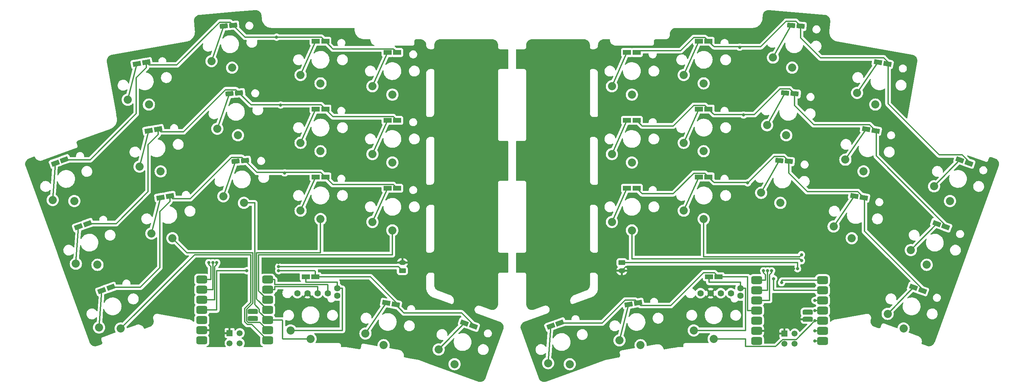
<source format=gbr>
%TF.GenerationSoftware,KiCad,Pcbnew,(6.0.5)*%
%TF.CreationDate,2022-05-11T11:26:57+00:00*%
%TF.ProjectId,ursus-arctos,75727375-732d-4617-9263-746f732e6b69,v1.0.0*%
%TF.SameCoordinates,Original*%
%TF.FileFunction,Copper,L1,Top*%
%TF.FilePolarity,Positive*%
%FSLAX46Y46*%
G04 Gerber Fmt 4.6, Leading zero omitted, Abs format (unit mm)*
G04 Created by KiCad (PCBNEW (6.0.5)) date 2022-05-11 11:26:57*
%MOMM*%
%LPD*%
G01*
G04 APERTURE LIST*
G04 Aperture macros list*
%AMRoundRect*
0 Rectangle with rounded corners*
0 $1 Rounding radius*
0 $2 $3 $4 $5 $6 $7 $8 $9 X,Y pos of 4 corners*
0 Add a 4 corners polygon primitive as box body*
4,1,4,$2,$3,$4,$5,$6,$7,$8,$9,$2,$3,0*
0 Add four circle primitives for the rounded corners*
1,1,$1+$1,$2,$3*
1,1,$1+$1,$4,$5*
1,1,$1+$1,$6,$7*
1,1,$1+$1,$8,$9*
0 Add four rect primitives between the rounded corners*
20,1,$1+$1,$2,$3,$4,$5,0*
20,1,$1+$1,$4,$5,$6,$7,0*
20,1,$1+$1,$6,$7,$8,$9,0*
20,1,$1+$1,$8,$9,$2,$3,0*%
%AMRotRect*
0 Rectangle, with rotation*
0 The origin of the aperture is its center*
0 $1 length*
0 $2 width*
0 $3 Rotation angle, in degrees counterclockwise*
0 Add horizontal line*
21,1,$1,$2,0,0,$3*%
G04 Aperture macros list end*
%TA.AperFunction,EtchedComponent*%
%ADD10C,0.375000*%
%TD*%
%TA.AperFunction,ComponentPad*%
%ADD11R,1.500000X1.500000*%
%TD*%
%TA.AperFunction,ComponentPad*%
%ADD12C,1.500000*%
%TD*%
%TA.AperFunction,ComponentPad*%
%ADD13RoundRect,0.317500X-0.952500X0.317500X-0.952500X-0.317500X0.952500X-0.317500X0.952500X0.317500X0*%
%TD*%
%TA.AperFunction,SMDPad,CuDef*%
%ADD14RoundRect,0.499745X0.874395X0.499745X-0.874395X0.499745X-0.874395X-0.499745X0.874395X-0.499745X0*%
%TD*%
%TA.AperFunction,ComponentPad*%
%ADD15C,2.032000*%
%TD*%
%TA.AperFunction,SMDPad,CuDef*%
%ADD16RotRect,2.000000X1.200000X170.000000*%
%TD*%
%TA.AperFunction,ComponentPad*%
%ADD17C,1.600000*%
%TD*%
%TA.AperFunction,SMDPad,CuDef*%
%ADD18R,2.000000X1.200000*%
%TD*%
%TA.AperFunction,SMDPad,CuDef*%
%ADD19RotRect,2.000000X1.200000X175.000000*%
%TD*%
%TA.AperFunction,SMDPad,CuDef*%
%ADD20RotRect,2.000000X1.200000X160.000000*%
%TD*%
%TA.AperFunction,SMDPad,CuDef*%
%ADD21RotRect,2.000000X1.200000X200.000000*%
%TD*%
%TA.AperFunction,SMDPad,CuDef*%
%ADD22RotRect,2.000000X1.200000X185.000000*%
%TD*%
%TA.AperFunction,SMDPad,CuDef*%
%ADD23RotRect,2.000000X1.200000X190.000000*%
%TD*%
%TA.AperFunction,ComponentPad*%
%ADD24RoundRect,0.250000X0.625000X-0.350000X0.625000X0.350000X-0.625000X0.350000X-0.625000X-0.350000X0*%
%TD*%
%TA.AperFunction,ComponentPad*%
%ADD25O,1.750000X1.200000*%
%TD*%
%TA.AperFunction,ComponentPad*%
%ADD26RoundRect,0.250000X-0.625000X0.350000X-0.625000X-0.350000X0.625000X-0.350000X0.625000X0.350000X0*%
%TD*%
%TA.AperFunction,ViaPad*%
%ADD27C,0.800000*%
%TD*%
%TA.AperFunction,Conductor*%
%ADD28C,0.375000*%
%TD*%
G04 APERTURE END LIST*
D10*
%TO.C,S24*%
X16940075Y54554555D02*
X22149672Y62216318D01*
%TO.C,S17*%
X-106244623Y-5732663D02*
X-101035026Y1929100D01*
%TO.C,S34*%
X-12300000Y7088334D02*
X-12300000Y5583334D01*
X-20200000Y8483334D02*
X-20200000Y7088334D01*
X-12300000Y5583334D02*
X-11000000Y5583334D01*
X-11000000Y-4966666D02*
X-11000000Y5583334D01*
X-12300000Y7088334D02*
X-20200000Y7088334D01*
X-24000000Y-4966666D02*
X-11000000Y-4966666D01*
%TO.C,S27*%
X-4141074Y63383233D02*
X380932Y71469886D01*
%TO.C,S11*%
X-122500000Y42033334D02*
X-118700000Y50483334D01*
%TO.C,S18*%
X-87907196Y-9743859D02*
X-81446293Y-3103133D01*
%TO.C,S16*%
X-113300000Y7088334D02*
X-121200000Y7088334D01*
X-121200000Y8483334D02*
X-121200000Y7088334D01*
X-113300000Y7088334D02*
X-113300000Y5583334D01*
X-112000000Y-4966666D02*
X-112000000Y5583334D01*
X-113300000Y5583334D02*
X-112000000Y5583334D01*
X-125000000Y-4966666D02*
X-112000000Y-4966666D01*
%TO.C,S10*%
X-122500000Y25033334D02*
X-118700000Y33483334D01*
%TO.C,S23*%
X13988056Y37812824D02*
X19197653Y45474587D01*
%TO.C,S1*%
X-172981174Y-4233906D02*
X-172300412Y5006174D01*
%TO.C,S12*%
X-122500000Y59033334D02*
X-118700000Y67483334D01*
%TO.C,S32*%
X-44500000Y39200000D02*
X-40700000Y47650000D01*
%TO.C,S7*%
X-141857578Y28641056D02*
X-138808504Y37390093D01*
%TO.C,S2*%
X-178795517Y11740868D02*
X-178114755Y20980948D01*
%TO.C,S35*%
X-42603455Y-7469144D02*
X-40328512Y1512344D01*
%TO.C,S31*%
X-44500000Y22200000D02*
X-40700000Y30650000D01*
%TO.C,S5*%
X-162836134Y36076343D02*
X-160561191Y45057831D01*
%TO.C,S19*%
X24584247Y-813704D02*
X31045150Y5827022D01*
%TO.C,S3*%
X-184609859Y27715643D02*
X-183929097Y36955723D01*
%TO.C,S26*%
X-5622722Y46447923D02*
X-1100716Y54534576D01*
%TO.C,S15*%
X-104500000Y56200000D02*
X-100700000Y64650000D01*
%TO.C,S9*%
X-144820873Y62511675D02*
X-141771799Y71260712D01*
%TO.C,S14*%
X-104500000Y39200000D02*
X-100700000Y47650000D01*
%TO.C,S25*%
X-7104369Y29512614D02*
X-2582363Y37599267D01*
%TO.C,S21*%
X36212932Y31135845D02*
X42673835Y37776571D01*
%TO.C,S6*%
X-165788153Y52818074D02*
X-163513210Y61799562D01*
%TO.C,S22*%
X11036037Y21071092D02*
X16245634Y28732855D01*
%TO.C,S20*%
X30398590Y15161070D02*
X36859493Y21801796D01*
%TO.C,S28*%
X-26500000Y25033334D02*
X-22700000Y33483334D01*
%TO.C,S4*%
X-159884115Y19334611D02*
X-157609172Y28316099D01*
%TO.C,S30*%
X-26500000Y59033334D02*
X-22700000Y67483334D01*
%TO.C,S13*%
X-104500000Y22200000D02*
X-100700000Y30650000D01*
%TO.C,S29*%
X-26500000Y42033334D02*
X-22700000Y50483334D01*
%TO.C,S8*%
X-143339225Y45576365D02*
X-140290151Y54325402D01*
%TO.C,S33*%
X-44500000Y56200000D02*
X-40700000Y64650000D01*
%TO.C,S36*%
X-60489731Y-13164061D02*
X-59808969Y-3923981D01*
%TD*%
D11*
%TO.P,U1,20,GND*%
%TO.N,L_GND*%
X-140270000Y-5629617D03*
D12*
%TO.P,U1,19,RESET*%
%TO.N,unconnected-(U1-Pad19)*%
X-137730000Y-5629617D03*
%TO.P,U1,18,PA30_SWCLK*%
%TO.N,unconnected-(U1-Pad18)*%
X-140270000Y-8169617D03*
%TO.P,U1,17,PA31_SWDIO*%
%TO.N,unconnected-(U1-Pad17)*%
X-137730000Y-8169617D03*
D13*
%TO.P,U1,16,BAT-*%
%TO.N,L_GND*%
X-134428000Y-2022250D03*
%TO.P,U1,15,BAT+*%
%TO.N,L_BAT+*%
X-134428000Y-244250D03*
D14*
%TO.P,U1,14,5V*%
%TO.N,unconnected-(U1-Pad14)*%
X-147255000Y-7483250D03*
%TO.P,U1,13,GND*%
%TO.N,L_GND*%
X-147255000Y-4943250D03*
%TO.P,U1,12,3V3*%
%TO.N,L_3V3*%
X-147255000Y-2403250D03*
%TO.P,U1,11,PA6_A10_D10_MOSI*%
%TO.N,L_R3*%
X-147255000Y136750D03*
%TO.P,U1,10,PA5_A9_D9_MISO*%
%TO.N,L_R0*%
X-147255000Y2676750D03*
%TO.P,U1,9,PA7_A8_D8_SCK*%
%TO.N,L_R1*%
X-147255000Y5216750D03*
%TO.P,U1,8,PB09_A7_D7_RX*%
%TO.N,L_R2*%
X-147255000Y7756750D03*
%TO.P,U1,7,PB08_A6_D6_TX*%
%TO.N,L_RE-A*%
X-130745000Y7756750D03*
%TO.P,U1,6,PA9_A5_D5_SCL*%
%TO.N,L_RE-B*%
X-130745000Y5216750D03*
%TO.P,U1,5,PA8_A4_D4_SDA*%
%TO.N,L_C4*%
X-130745000Y2676750D03*
%TO.P,U1,4,PA11_A3_D3*%
%TO.N,L_C3*%
X-130745000Y136750D03*
%TO.P,U1,3,PA10_A2_D2*%
%TO.N,L_C2*%
X-130745000Y-2403250D03*
%TO.P,U1,2,PA4_A1_D1*%
%TO.N,L_C1*%
X-130745000Y-4943250D03*
%TO.P,U1,1,PA02_A0_D0*%
%TO.N,L_C0*%
X-130745000Y-7483250D03*
%TD*%
%TO.P,U2,1,PA02_A0_D0*%
%TO.N,R_C0*%
X8255000Y-7620000D03*
%TO.P,U2,2,PA4_A1_D1*%
%TO.N,R_C1*%
X8255000Y-5080000D03*
%TO.P,U2,3,PA10_A2_D2*%
%TO.N,R_C2*%
X8255000Y-2540000D03*
%TO.P,U2,4,PA11_A3_D3*%
%TO.N,R_C3*%
X8255000Y0D03*
%TO.P,U2,5,PA8_A4_D4_SDA*%
%TO.N,R_C4*%
X8255000Y2540000D03*
%TO.P,U2,6,PA9_A5_D5_SCL*%
%TO.N,R_RE-B*%
X8255000Y5080000D03*
%TO.P,U2,7,PB08_A6_D6_TX*%
%TO.N,R_RE-A*%
X8255000Y7620000D03*
%TO.P,U2,8,PB09_A7_D7_RX*%
%TO.N,R_R2*%
X-8255000Y7620000D03*
%TO.P,U2,9,PA7_A8_D8_SCK*%
%TO.N,R_R1*%
X-8255000Y5080000D03*
%TO.P,U2,10,PA5_A9_D9_MISO*%
%TO.N,R_R0*%
X-8255000Y2540000D03*
%TO.P,U2,11,PA6_A10_D10_MOSI*%
%TO.N,R_R3*%
X-8255000Y0D03*
%TO.P,U2,12,3V3*%
%TO.N,R_3V3*%
X-8255000Y-2540000D03*
%TO.P,U2,13,GND*%
%TO.N,R_GND*%
X-8255000Y-5080000D03*
%TO.P,U2,14,5V*%
%TO.N,unconnected-(U2-Pad14)*%
X-8255000Y-7620000D03*
D13*
%TO.P,U2,15,BAT+*%
%TO.N,R_BAT+*%
X4572000Y-381000D03*
%TO.P,U2,16,BAT-*%
%TO.N,R_GND*%
X4572000Y-2159000D03*
D12*
%TO.P,U2,17,PA31_SWDIO*%
%TO.N,unconnected-(U2-Pad17)*%
X1270000Y-8306367D03*
%TO.P,U2,18,PA30_SWCLK*%
%TO.N,unconnected-(U2-Pad18)*%
X-1270000Y-8306367D03*
%TO.P,U2,19,RESET*%
%TO.N,unconnected-(U2-Pad19)*%
X1270000Y-5766367D03*
D11*
%TO.P,U2,20,GND*%
%TO.N,R_GND*%
X-1270000Y-5766367D03*
%TD*%
D15*
%TO.P,S24,*%
%TO.N,*%
X16940075Y54554555D03*
D16*
X22149672Y62216318D03*
D15*
%TO.P,S24,1,A*%
%TO.N,R_C1*%
X21499453Y51618218D03*
D16*
%TO.P,S24,2,B*%
%TO.N,R_R2*%
X24513210Y61799562D03*
%TD*%
D15*
%TO.P,S17,*%
%TO.N,*%
X-106244623Y-5732663D03*
D16*
X-101035026Y1929100D03*
D15*
%TO.P,S17,1,A*%
%TO.N,L_C3*%
X-101685245Y-8669000D03*
D16*
%TO.P,S17,2,B*%
%TO.N,L_R3*%
X-98671488Y1512344D03*
%TD*%
D17*
%TO.P,S34,*%
%TO.N,*%
X-12300000Y5583334D03*
D18*
X-20200000Y8483334D03*
D17*
X-12300000Y3733334D03*
D15*
X-24000000Y-4966666D03*
D17*
%TO.P,S34,A,A*%
%TO.N,R_RE-A*%
X-14690000Y4358334D03*
%TO.P,S34,B,B*%
%TO.N,R_RE-B*%
X-17230000Y4358334D03*
%TO.P,S34,C,C*%
%TO.N,R_GND*%
X-19770000Y4358334D03*
%TO.P,S34,D*%
%TO.N,N/C*%
X-22310000Y4358334D03*
D15*
%TO.P,S34,S1,S1*%
%TO.N,R_C2*%
X-19000000Y-7066666D03*
D18*
%TO.P,S34,S2,S2*%
%TO.N,R_R3*%
X-17800000Y8483334D03*
%TD*%
D19*
%TO.P,S27,*%
%TO.N,*%
X380932Y71469886D03*
D15*
X-4141074Y63383233D03*
%TO.P,S27,1,A*%
%TO.N,R_C2*%
X656872Y60855445D03*
D19*
%TO.P,S27,2,B*%
%TO.N,R_R2*%
X2771799Y71260712D03*
%TD*%
D18*
%TO.P,S11,*%
%TO.N,*%
X-118700000Y50483334D03*
D15*
X-122500000Y42033334D03*
%TO.P,S11,1,A*%
%TO.N,L_C3*%
X-117500000Y39933334D03*
D18*
%TO.P,S11,2,B*%
%TO.N,L_R1*%
X-116300000Y50483334D03*
%TD*%
D20*
%TO.P,S18,*%
%TO.N,*%
X-81446293Y-3103133D03*
D15*
X-87907196Y-9743859D03*
%TO.P,S18,1,A*%
%TO.N,L_C4*%
X-83926975Y-13427314D03*
D20*
%TO.P,S18,2,B*%
%TO.N,L_R3*%
X-79191031Y-3923981D03*
%TD*%
D17*
%TO.P,S16,*%
%TO.N,*%
X-113300000Y5583334D03*
D15*
X-125000000Y-4966666D03*
D17*
X-113300000Y3733334D03*
D18*
X-121200000Y8483334D03*
D17*
%TO.P,S16,A,A*%
%TO.N,L_RE-A*%
X-115690000Y4358334D03*
%TO.P,S16,B,B*%
%TO.N,L_RE-B*%
X-118230000Y4358334D03*
%TO.P,S16,C,C*%
%TO.N,L_GND*%
X-120770000Y4358334D03*
%TO.P,S16,D*%
%TO.N,N/C*%
X-123310000Y4358334D03*
D15*
%TO.P,S16,S1,S1*%
%TO.N,L_C2*%
X-120000000Y-7066666D03*
D18*
%TO.P,S16,S2,S2*%
%TO.N,L_R3*%
X-118800000Y8483334D03*
%TD*%
D15*
%TO.P,S10,*%
%TO.N,*%
X-122500000Y25033334D03*
D18*
X-118700000Y33483334D03*
D15*
%TO.P,S10,1,A*%
%TO.N,L_C3*%
X-117500000Y22933334D03*
D18*
%TO.P,S10,2,B*%
%TO.N,L_R0*%
X-116300000Y33483334D03*
%TD*%
D15*
%TO.P,S23,*%
%TO.N,*%
X13988056Y37812824D03*
D16*
X19197653Y45474587D03*
D15*
%TO.P,S23,1,A*%
%TO.N,R_C1*%
X18547434Y34876487D03*
D16*
%TO.P,S23,2,B*%
%TO.N,R_R1*%
X21561191Y45057831D03*
%TD*%
D15*
%TO.P,S1,*%
%TO.N,*%
X-172981174Y-4233906D03*
D21*
X-172300412Y5006174D03*
D15*
%TO.P,S1,1,A*%
%TO.N,L_C0*%
X-167564468Y-4497159D03*
D21*
%TO.P,S1,2,B*%
%TO.N,L_R0*%
X-170045150Y5827022D03*
%TD*%
D15*
%TO.P,S12,*%
%TO.N,*%
X-122500000Y59033334D03*
D18*
X-118700000Y67483334D03*
D15*
%TO.P,S12,1,A*%
%TO.N,L_C3*%
X-117500000Y56933334D03*
D18*
%TO.P,S12,2,B*%
%TO.N,L_R2*%
X-116300000Y67483334D03*
%TD*%
D15*
%TO.P,S32,*%
%TO.N,*%
X-44500000Y39200000D03*
D18*
X-40700000Y47650000D03*
D15*
%TO.P,S32,1,A*%
%TO.N,R_C4*%
X-39500000Y37100000D03*
D18*
%TO.P,S32,2,B*%
%TO.N,R_R1*%
X-38300000Y47650000D03*
%TD*%
D15*
%TO.P,S7,*%
%TO.N,*%
X-141857578Y28641056D03*
D22*
X-138808504Y37390093D03*
D15*
%TO.P,S7,1,A*%
%TO.N,L_C2*%
X-136693577Y26984826D03*
D22*
%TO.P,S7,2,B*%
%TO.N,L_R0*%
X-136417637Y37599267D03*
%TD*%
D21*
%TO.P,S2,*%
%TO.N,*%
X-178114755Y20980948D03*
D15*
X-178795517Y11740868D03*
%TO.P,S2,1,A*%
%TO.N,L_C0*%
X-173378811Y11477615D03*
D21*
%TO.P,S2,2,B*%
%TO.N,L_R1*%
X-175859493Y21801796D03*
%TD*%
D23*
%TO.P,S35,*%
%TO.N,*%
X-40328512Y1512344D03*
D15*
X-42603455Y-7469144D03*
%TO.P,S35,1,A*%
%TO.N,R_C3*%
X-37314755Y-8669000D03*
D23*
%TO.P,S35,2,B*%
%TO.N,R_R3*%
X-37964974Y1929100D03*
%TD*%
D24*
%TO.P,J1,1,Pin_1*%
%TO.N,L_BAT+*%
X-97000000Y10000000D03*
D25*
%TO.P,J1,2,Pin_2*%
%TO.N,L_GND*%
X-97000000Y12000000D03*
%TD*%
D15*
%TO.P,S31,*%
%TO.N,*%
X-44500000Y22200000D03*
D18*
X-40700000Y30650000D03*
D15*
%TO.P,S31,1,A*%
%TO.N,R_C4*%
X-39500000Y20100000D03*
D18*
%TO.P,S31,2,B*%
%TO.N,R_R0*%
X-38300000Y30650000D03*
%TD*%
D23*
%TO.P,S5,*%
%TO.N,*%
X-160561191Y45057831D03*
D15*
X-162836134Y36076343D03*
%TO.P,S5,1,A*%
%TO.N,L_C1*%
X-157547434Y34876487D03*
D23*
%TO.P,S5,2,B*%
%TO.N,L_R1*%
X-158197653Y45474587D03*
%TD*%
D20*
%TO.P,S19,*%
%TO.N,*%
X31045150Y5827022D03*
D15*
X24584247Y-813704D03*
%TO.P,S19,1,A*%
%TO.N,R_C0*%
X28564468Y-4497159D03*
D20*
%TO.P,S19,2,B*%
%TO.N,R_R0*%
X33300412Y5006174D03*
%TD*%
D21*
%TO.P,S3,*%
%TO.N,*%
X-183929097Y36955723D03*
D15*
X-184609859Y27715643D03*
%TO.P,S3,1,A*%
%TO.N,L_C0*%
X-179193153Y27452390D03*
D21*
%TO.P,S3,2,B*%
%TO.N,L_R2*%
X-181673835Y37776571D03*
%TD*%
D15*
%TO.P,S26,*%
%TO.N,*%
X-5622722Y46447923D03*
D19*
X-1100716Y54534576D03*
D15*
%TO.P,S26,1,A*%
%TO.N,R_C2*%
X-824776Y43920135D03*
D19*
%TO.P,S26,2,B*%
%TO.N,R_R1*%
X1290151Y54325402D03*
%TD*%
D15*
%TO.P,S15,*%
%TO.N,*%
X-104500000Y56200000D03*
D18*
X-100700000Y64650000D03*
D15*
%TO.P,S15,1,A*%
%TO.N,L_C4*%
X-99500000Y54100000D03*
D18*
%TO.P,S15,2,B*%
%TO.N,L_R2*%
X-98300000Y64650000D03*
%TD*%
D26*
%TO.P,J2,1,Pin_1*%
%TO.N,R_BAT+*%
X-42000000Y12000000D03*
D25*
%TO.P,J2,2,Pin_2*%
%TO.N,R_GND*%
X-42000000Y10000000D03*
%TD*%
D15*
%TO.P,S9,*%
%TO.N,*%
X-144820873Y62511675D03*
D22*
X-141771799Y71260712D03*
D15*
%TO.P,S9,1,A*%
%TO.N,L_C2*%
X-139656872Y60855445D03*
D22*
%TO.P,S9,2,B*%
%TO.N,L_R2*%
X-139380932Y71469886D03*
%TD*%
D15*
%TO.P,S14,*%
%TO.N,*%
X-104500000Y39200000D03*
D18*
X-100700000Y47650000D03*
D15*
%TO.P,S14,1,A*%
%TO.N,L_C4*%
X-99500000Y37100000D03*
D18*
%TO.P,S14,2,B*%
%TO.N,L_R1*%
X-98300000Y47650000D03*
%TD*%
D19*
%TO.P,S25,*%
%TO.N,*%
X-2582363Y37599267D03*
D15*
X-7104369Y29512614D03*
%TO.P,S25,1,A*%
%TO.N,R_C2*%
X-2306423Y26984826D03*
D19*
%TO.P,S25,2,B*%
%TO.N,R_R0*%
X-191496Y37390093D03*
%TD*%
D15*
%TO.P,S21,*%
%TO.N,*%
X36212932Y31135845D03*
D20*
X42673835Y37776571D03*
D15*
%TO.P,S21,1,A*%
%TO.N,R_C0*%
X40193153Y27452390D03*
D20*
%TO.P,S21,2,B*%
%TO.N,R_R2*%
X44929097Y36955723D03*
%TD*%
D15*
%TO.P,S6,*%
%TO.N,*%
X-165788153Y52818074D03*
D23*
X-163513210Y61799562D03*
D15*
%TO.P,S6,1,A*%
%TO.N,L_C1*%
X-160499453Y51618218D03*
D23*
%TO.P,S6,2,B*%
%TO.N,L_R2*%
X-161149672Y62216318D03*
%TD*%
D16*
%TO.P,S22,*%
%TO.N,*%
X16245634Y28732855D03*
D15*
X11036037Y21071092D03*
%TO.P,S22,1,A*%
%TO.N,R_C1*%
X15595415Y18134755D03*
D16*
%TO.P,S22,2,B*%
%TO.N,R_R0*%
X18609172Y28316099D03*
%TD*%
D20*
%TO.P,S20,*%
%TO.N,*%
X36859493Y21801796D03*
D15*
X30398590Y15161070D03*
%TO.P,S20,1,A*%
%TO.N,R_C0*%
X34378811Y11477615D03*
D20*
%TO.P,S20,2,B*%
%TO.N,R_R1*%
X39114755Y20980948D03*
%TD*%
D18*
%TO.P,S28,*%
%TO.N,*%
X-22700000Y33483334D03*
D15*
X-26500000Y25033334D03*
%TO.P,S28,1,A*%
%TO.N,R_C3*%
X-21500000Y22933334D03*
D18*
%TO.P,S28,2,B*%
%TO.N,R_R0*%
X-20300000Y33483334D03*
%TD*%
D15*
%TO.P,S4,*%
%TO.N,*%
X-159884115Y19334611D03*
D23*
X-157609172Y28316099D03*
D15*
%TO.P,S4,1,A*%
%TO.N,L_C1*%
X-154595415Y18134755D03*
D23*
%TO.P,S4,2,B*%
%TO.N,L_R0*%
X-155245634Y28732855D03*
%TD*%
D15*
%TO.P,S30,*%
%TO.N,*%
X-26500000Y59033334D03*
D18*
X-22700000Y67483334D03*
D15*
%TO.P,S30,1,A*%
%TO.N,R_C3*%
X-21500000Y56933334D03*
D18*
%TO.P,S30,2,B*%
%TO.N,R_R2*%
X-20300000Y67483334D03*
%TD*%
D15*
%TO.P,S13,*%
%TO.N,*%
X-104500000Y22200000D03*
D18*
X-100700000Y30650000D03*
D15*
%TO.P,S13,1,A*%
%TO.N,L_C4*%
X-99500000Y20100000D03*
D18*
%TO.P,S13,2,B*%
%TO.N,L_R0*%
X-98300000Y30650000D03*
%TD*%
D15*
%TO.P,S29,*%
%TO.N,*%
X-26500000Y42033334D03*
D18*
X-22700000Y50483334D03*
D15*
%TO.P,S29,1,A*%
%TO.N,R_C3*%
X-21500000Y39933334D03*
D18*
%TO.P,S29,2,B*%
%TO.N,R_R1*%
X-20300000Y50483334D03*
%TD*%
D15*
%TO.P,S8,*%
%TO.N,*%
X-143339225Y45576365D03*
D22*
X-140290151Y54325402D03*
D15*
%TO.P,S8,1,A*%
%TO.N,L_C2*%
X-138175224Y43920135D03*
D22*
%TO.P,S8,2,B*%
%TO.N,L_R1*%
X-137899284Y54534576D03*
%TD*%
D15*
%TO.P,S33,*%
%TO.N,*%
X-44500000Y56200000D03*
D18*
X-40700000Y64650000D03*
D15*
%TO.P,S33,1,A*%
%TO.N,R_C4*%
X-39500000Y54100000D03*
D18*
%TO.P,S33,2,B*%
%TO.N,R_R2*%
X-38300000Y64650000D03*
%TD*%
D15*
%TO.P,S36,*%
%TO.N,*%
X-60489731Y-13164061D03*
D21*
X-59808969Y-3923981D03*
D15*
%TO.P,S36,1,A*%
%TO.N,R_C4*%
X-55073025Y-13427314D03*
D21*
%TO.P,S36,2,B*%
%TO.N,R_R3*%
X-57553707Y-3103133D03*
%TD*%
D27*
%TO.N,R_C2*%
X6364021Y-2541079D03*
%TO.N,R_C3*%
X6364021Y1079D03*
%TO.N,L_BAT+*%
X-128000000Y11000000D03*
%TO.N,L_GND*%
X-154500000Y6000000D03*
X-128000000Y12000000D03*
%TO.N,R_BAT+*%
X2000000Y10500000D03*
%TO.N,R_GND*%
X1000000Y10500000D03*
X15500000Y6000000D03*
%TO.N,L_R0*%
X-143500000Y12000000D03*
X-126500000Y34500000D03*
%TO.N,L_R1*%
X-127500000Y51500000D03*
X-144500000Y12000000D03*
%TO.N,L_R2*%
X-145500000Y12000000D03*
X-128499728Y68500272D03*
%TO.N,L_R3*%
X-128000000Y10000000D03*
X-136000000Y10000000D03*
%TO.N,R_C0*%
X6350000Y-7620000D03*
%TO.N,R_R0*%
X-4500000Y10000000D03*
X-10500000Y32000000D03*
%TO.N,R_R1*%
X-11500000Y49000000D03*
X-5500000Y10000000D03*
%TO.N,R_R2*%
X-6500000Y10000000D03*
X-12500000Y66000000D03*
%TO.N,R_C1*%
X6350000Y-5080000D03*
%TO.N,R_C3*%
X3000000Y14000000D03*
%TO.N,R_C4*%
X6350000Y2540000D03*
X3000000Y12500000D03*
%TO.N,R_RE-A*%
X-2000000Y7000000D03*
%TO.N,R_RE-B*%
X-4000000Y8000000D03*
%TD*%
D28*
%TO.N,R_C2*%
X-19000000Y-7066666D02*
X-10999520Y-7066666D01*
X-3465544Y-9000000D02*
X-1709900Y-7244356D01*
X-1709900Y-7244356D02*
X1660744Y-7244356D01*
X-10999520Y-7066666D02*
X-10999520Y-7999520D01*
X-11000000Y-9000000D02*
X-3465544Y-9000000D01*
X-10999520Y-7999520D02*
X-11000000Y-8000000D01*
X-11000000Y-8000000D02*
X-11000000Y-9000000D01*
X1660744Y-7244356D02*
X6364021Y-2541079D01*
%TO.N,R_GND*%
X1000000Y10500000D02*
X1000000Y11000000D01*
X1000000Y11000000D02*
X-41000000Y11000000D01*
X-41000000Y11000000D02*
X-42000000Y10000000D01*
%TO.N,R_BAT+*%
X2000000Y10500000D02*
X2000000Y12000000D01*
X2000000Y12000000D02*
X-42000000Y12000000D01*
%TO.N,L_C4*%
X-130745000Y2676750D02*
X-133000000Y4931750D01*
X-133000000Y4931750D02*
X-133000000Y14000000D01*
X-133000000Y14000000D02*
X-99500000Y14000000D01*
X-99500000Y14000000D02*
X-99500000Y20100000D01*
%TO.N,L_C3*%
X-130745000Y136750D02*
X-133500000Y2891750D01*
X-133500000Y2891750D02*
X-133500000Y14500000D01*
X-133500000Y14500000D02*
X-117500000Y14500000D01*
X-117500000Y14500000D02*
X-117500000Y22933334D01*
%TO.N,L_C1*%
X-154595415Y18134755D02*
X-150960660Y14500000D01*
X-150960660Y14500000D02*
X-134499520Y14500000D01*
X-134499520Y14500000D02*
X-134499520Y13500960D01*
X-134499520Y13500960D02*
X-134500000Y13500480D01*
X-134500000Y13500480D02*
X-134500000Y1844025D01*
X-134500000Y1844025D02*
X-136010020Y334005D01*
X-136010020Y334005D02*
X-136010020Y-2600505D01*
X-136010020Y-2600505D02*
X-135641255Y-2969270D01*
X-135641255Y-2969270D02*
X-132718980Y-2969270D01*
X-132718980Y-2969270D02*
X-130745000Y-4943250D01*
%TO.N,L_C0*%
X-130745000Y-7483250D02*
X-130745000Y-7471500D01*
X-130745000Y-7471500D02*
X-134747710Y-3468790D01*
X-134747710Y-3468790D02*
X-135848162Y-3468790D01*
X-135848162Y-3468790D02*
X-136509539Y-2807414D01*
X-136509539Y-2807414D02*
X-136509539Y540914D01*
X-136509539Y540914D02*
X-134999520Y2050933D01*
X-134999520Y2050933D02*
X-134999520Y14000000D01*
X-134999520Y14000000D02*
X-149067309Y14000000D01*
X-149067309Y14000000D02*
X-167564468Y-4497159D01*
%TO.N,L_R3*%
X-128000000Y10000000D02*
X-119000000Y10000000D01*
X-119000000Y10000000D02*
X-118800000Y9800000D01*
X-118800000Y9800000D02*
X-118800000Y8483334D01*
%TO.N,L_BAT+*%
X-128000000Y11000000D02*
X-98000000Y11000000D01*
X-98000000Y11000000D02*
X-97000000Y10000000D01*
%TO.N,L_GND*%
X-128000000Y12000000D02*
X-97000000Y12000000D01*
%TO.N,R_RE-A*%
X8255000Y7620000D02*
X-1880000Y7620000D01*
X-1880000Y7620000D02*
X-2000000Y7500000D01*
X-2000000Y7500000D02*
X-2000000Y7000000D01*
%TO.N,R_RE-B*%
X-3920000Y5080000D02*
X8255000Y5080000D01*
X-4000000Y5160000D02*
X-3920000Y5080000D01*
X-4000000Y8000000D02*
X-4000000Y5160000D01*
%TO.N,R_C2*%
X8255000Y-2540000D02*
X6365100Y-2540000D01*
X6365100Y-2540000D02*
X6364021Y-2541079D01*
%TO.N,R_C3*%
X6365100Y0D02*
X6364021Y1079D01*
X6500000Y0D02*
X6365100Y0D01*
%TO.N,R_C0*%
X6350000Y-7620000D02*
X8255000Y-7620000D01*
%TO.N,R_C1*%
X6350000Y-5080000D02*
X8255000Y-5080000D01*
%TO.N,R_C4*%
X6350000Y2540000D02*
X8255000Y2540000D01*
%TO.N,R_C3*%
X6500000Y0D02*
X8255000Y0D01*
%TO.N,L_C2*%
X-130745000Y-2403250D02*
X-132845980Y-302270D01*
X-132845980Y-302270D02*
X-132845980Y334005D01*
X-133999520Y26500000D02*
X-133999520Y26984826D01*
X-134000000Y1488025D02*
X-132845980Y334005D01*
X-134000000Y1488025D02*
X-134000000Y26500000D01*
X-133999520Y26984826D02*
X-136693577Y26984826D01*
X-134000000Y26500000D02*
X-133999520Y26500000D01*
%TO.N,L_R3*%
X-136000000Y10000000D02*
X-143500000Y10000000D01*
X-143500000Y10000000D02*
X-143500000Y136750D01*
X-143500000Y136750D02*
X-147255000Y136750D01*
%TO.N,L_R0*%
X-150143474Y28055436D02*
X-154568215Y28055436D01*
X-143500000Y11500000D02*
X-144000000Y11000000D01*
X-136417637Y37599267D02*
X-133448023Y34629653D01*
X-98300000Y30650000D02*
X-99212011Y31562011D01*
X-136417637Y37599267D02*
X-137205356Y38386986D01*
X-126500000Y34500000D02*
X-126259306Y34500000D01*
X-155245634Y27362137D02*
X-155245634Y28732855D01*
X-126259306Y34500000D02*
X-126129653Y34629653D01*
X-170045150Y5827022D02*
X-162672978Y5827022D01*
X-144000000Y11000000D02*
X-144000000Y3500000D01*
X-157771460Y24836311D02*
X-155245634Y27362137D01*
X-133448023Y34629653D02*
X-126129653Y34629653D01*
X-114378677Y31562011D02*
X-116300000Y33483334D01*
X-157771460Y10728540D02*
X-157771460Y24836311D01*
X-126129653Y34629653D02*
X-117446319Y34629653D01*
X-99212011Y31562011D02*
X-114378677Y31562011D01*
X-162672978Y5827022D02*
X-157771460Y10728540D01*
X-143500000Y12000000D02*
X-143500000Y11500000D01*
X-139811924Y38386986D02*
X-150143474Y28055436D01*
X-144000000Y3500000D02*
X-143999520Y3499520D01*
X-143999520Y3499520D02*
X-143999520Y2676750D01*
X-117446319Y34629653D02*
X-116300000Y33483334D01*
X-137205356Y38386986D02*
X-139811924Y38386986D01*
X-154568215Y28055436D02*
X-155245634Y28732855D01*
X-143999520Y2676750D02*
X-147255000Y2676750D01*
%TO.N,L_R1*%
X-168698204Y21801796D02*
X-160723479Y29776521D01*
X-160723479Y41578043D02*
X-158197653Y44103869D01*
X-98300000Y47650000D02*
X-99212011Y48562011D01*
X-144499520Y6499520D02*
X-144500000Y6500000D01*
X-141293571Y55322295D02*
X-138687003Y55322295D01*
X-99212011Y48562011D02*
X-114378677Y48562011D01*
X-134929670Y51564962D02*
X-126935038Y51564962D01*
X-126935038Y51564962D02*
X-117381628Y51564962D01*
X-144500000Y6500000D02*
X-144500000Y12000000D01*
X-138687003Y55322295D02*
X-137899284Y54534576D01*
X-175859493Y21801796D02*
X-168698204Y21801796D01*
X-151818698Y44797168D02*
X-141293571Y55322295D01*
X-157520234Y44797168D02*
X-151818698Y44797168D01*
X-160723479Y29776521D02*
X-160723479Y41578043D01*
X-114378677Y48562011D02*
X-116300000Y50483334D01*
X-158197653Y44103869D02*
X-158197653Y45474587D01*
X-117381628Y51564962D02*
X-116300000Y50483334D01*
X-158197653Y45474587D02*
X-157520234Y44797168D01*
X-144499520Y5216750D02*
X-144499520Y6499520D01*
X-137899284Y54534576D02*
X-134929670Y51564962D01*
X-147255000Y5216750D02*
X-144499520Y5216750D01*
X-127435038Y51564962D02*
X-127500000Y51500000D01*
X-126935038Y51564962D02*
X-127435038Y51564962D01*
%TO.N,L_R2*%
X-99212011Y65562011D02*
X-114378677Y65562011D01*
X-117316938Y68500272D02*
X-128499728Y68500272D01*
X-135499728Y68500272D02*
X-135500000Y68500000D01*
X-140168651Y72257605D02*
X-139380932Y71469886D01*
X-145000000Y8500000D02*
X-145000000Y11000000D01*
X-161149672Y62216318D02*
X-160472253Y61538899D01*
X-145000000Y11000000D02*
X-145500000Y11500000D01*
X-116300000Y67483334D02*
X-117316938Y68500272D01*
X-163675498Y49324502D02*
X-163675498Y58319774D01*
X-181673835Y37776571D02*
X-175223429Y37776571D01*
X-147255000Y7756750D02*
X-144999520Y7756750D01*
X-136411046Y68500000D02*
X-139380932Y71469886D01*
X-114378677Y65562011D02*
X-116300000Y67483334D01*
X-142775219Y72257605D02*
X-140168651Y72257605D01*
X-135500000Y68500000D02*
X-136411046Y68500000D01*
X-163675498Y58319774D02*
X-161149672Y60845600D01*
X-144999520Y8499520D02*
X-145000000Y8500000D01*
X-160472253Y61538899D02*
X-153493925Y61538899D01*
X-128499728Y68500272D02*
X-135499728Y68500272D01*
X-153493925Y61538899D02*
X-142775219Y72257605D01*
X-161149672Y60845600D02*
X-161149672Y62216318D01*
X-175223429Y37776571D02*
X-163675498Y49324502D01*
X-98300000Y64650000D02*
X-99212011Y65562011D01*
X-145500000Y11500000D02*
X-145500000Y12000000D01*
X-144999520Y7756750D02*
X-144999520Y8499520D01*
%TO.N,L_C2*%
X-127096750Y-2403250D02*
X-130745000Y-2403250D01*
X-127000000Y-7000000D02*
X-127000000Y-2500000D01*
X-120000000Y-7066666D02*
X-126933334Y-7066666D01*
X-127000000Y-2500000D02*
X-127096750Y-2403250D01*
X-126933334Y-7066666D02*
X-127000000Y-7000000D01*
%TO.N,L_RE-A*%
X-129006750Y7756750D02*
X-129000000Y7750000D01*
X-130745000Y7756750D02*
X-129006750Y7756750D01*
X-129000000Y6500000D02*
X-115750000Y6500000D01*
X-129000000Y7750000D02*
X-129000000Y6500000D01*
X-115690000Y6440000D02*
X-115690000Y4358334D01*
X-115750000Y6500000D02*
X-115690000Y6440000D01*
%TO.N,L_RE-B*%
X-118230000Y5980000D02*
X-118230000Y4358334D01*
X-129033250Y5216750D02*
X-129000000Y5250000D01*
X-130745000Y5216750D02*
X-129033250Y5216750D01*
X-129000000Y6000000D02*
X-118250000Y6000000D01*
X-129000000Y5250000D02*
X-129000000Y6000000D01*
X-118250000Y6000000D02*
X-118230000Y5980000D01*
%TO.N,L_R3*%
X-82180257Y-561206D02*
X-96597938Y-561206D01*
X-98671488Y1512344D02*
X-98671488Y2121600D01*
X-79191031Y-3923981D02*
X-79191031Y-3550432D01*
X-105033222Y8483334D02*
X-118800000Y8483334D01*
X-98671488Y2121600D02*
X-105033222Y8483334D01*
X-79191031Y-3550432D02*
X-82180257Y-561206D01*
X-96597938Y-561206D02*
X-98671488Y1512344D01*
%TO.N,R_R0*%
X-24012011Y34395345D02*
X-21212011Y34395345D01*
X-4999520Y3499520D02*
X-5000000Y3500000D01*
X-4500000Y9500000D02*
X-4500000Y10000000D01*
X-21212011Y34395345D02*
X-20300000Y33483334D01*
X-29139677Y29267679D02*
X-24012011Y34395345D01*
X-38300000Y30650000D02*
X-36917679Y29267679D01*
X33300412Y5379723D02*
X33300412Y5006174D01*
X18609172Y28316813D02*
X17116577Y29809408D01*
X-5000000Y3500000D02*
X-5000000Y9000000D01*
X-3838243Y38596160D02*
X-1397563Y38596160D01*
X-10898987Y32101013D02*
X-10333390Y32101013D01*
X-191496Y34439985D02*
X-191496Y37390093D01*
X-36917679Y29267679D02*
X-29139677Y29267679D01*
X-4999520Y2540000D02*
X-4999520Y3499520D01*
X-5000000Y9000000D02*
X-4500000Y9500000D01*
X17116577Y29809408D02*
X4439081Y29809408D01*
X-20300000Y33483334D02*
X-18917679Y32101013D01*
X-11235013Y32101013D02*
X-10601013Y32101013D01*
X18609172Y28316099D02*
X18771460Y28153811D01*
X4439081Y29809408D02*
X-191496Y34439985D01*
X-8255000Y2540000D02*
X-4999520Y2540000D01*
X-18917679Y32101013D02*
X-11235013Y32101013D01*
X-11235013Y32101013D02*
X-10898987Y32101013D01*
X18771460Y28153811D02*
X18771460Y19908675D01*
X-10333390Y32101013D02*
X-3838243Y38596160D01*
X-1397563Y38596160D02*
X-191496Y37390093D01*
X18609172Y28316099D02*
X18609172Y28316813D01*
X18771460Y19908675D02*
X33300412Y5379723D01*
X-10601013Y32101013D02*
X-10500000Y32000000D01*
%TO.N,R_R1*%
X-5499520Y5999520D02*
X-5499520Y5080000D01*
X-24012011Y51395345D02*
X-21212011Y51395345D01*
X-8787052Y49101013D02*
X-2356596Y55531469D01*
X6114305Y46551140D02*
X1290151Y51375294D01*
X-18917679Y49101013D02*
X-11398987Y49101013D01*
X21561191Y45057831D02*
X21561191Y45058545D01*
X21723479Y44895543D02*
X21561191Y45057831D01*
X39114755Y20980948D02*
X39114755Y21354497D01*
X-11398987Y49101013D02*
X-11500000Y49000000D01*
X-20300000Y50483334D02*
X-18917679Y49101013D01*
X-11398987Y49101013D02*
X-8787052Y49101013D01*
X39114755Y21354497D02*
X21723479Y38745773D01*
X21561191Y45058545D02*
X20068596Y46551140D01*
X-36917679Y46267679D02*
X-29139677Y46267679D01*
X-5500000Y6000000D02*
X-5499520Y5999520D01*
X84084Y55531469D02*
X1290151Y54325402D01*
X20068596Y46551140D02*
X6114305Y46551140D01*
X-38300000Y47650000D02*
X-36917679Y46267679D01*
X-29139677Y46267679D02*
X-24012011Y51395345D01*
X-5500000Y10000000D02*
X-5500000Y6000000D01*
X1290151Y51375294D02*
X1290151Y54325402D01*
X21723479Y38745773D02*
X21723479Y44895543D01*
X-21212011Y51395345D02*
X-20300000Y50483334D01*
X-5499520Y5080000D02*
X-8255000Y5080000D01*
X-2356596Y55531469D02*
X84084Y55531469D01*
%TO.N,R_R2*%
X-874948Y72466779D02*
X1565732Y72466779D01*
X-21212011Y68395345D02*
X-20300000Y67483334D01*
X-20300000Y67483334D02*
X-18917679Y66101013D01*
X-6500000Y9500000D02*
X-6500000Y10000000D01*
X-18917679Y66101013D02*
X-12601013Y66101013D01*
X2771799Y68310604D02*
X2771799Y71260712D01*
X-12601013Y66101013D02*
X-7240714Y66101013D01*
X-37817679Y65132321D02*
X-27275035Y65132321D01*
X1565732Y72466779D02*
X2771799Y71260712D01*
X24513210Y61799562D02*
X24513210Y62408818D01*
X-24012011Y68395345D02*
X-21212011Y68395345D01*
X44929097Y37329272D02*
X44929097Y36955723D01*
X-6000000Y9000000D02*
X-6500000Y9500000D01*
X-5999520Y7620000D02*
X-5999520Y8999520D01*
X37500000Y39000000D02*
X43258369Y39000000D01*
X-12601013Y66101013D02*
X-12500000Y66000000D01*
X24513210Y62408818D02*
X23629157Y63292871D01*
X-38300000Y64650000D02*
X-37817679Y65132321D01*
X-7240714Y66101013D02*
X-874948Y72466779D01*
X43258369Y39000000D02*
X44929097Y37329272D01*
X-27275035Y65132321D02*
X-24012011Y68395345D01*
X24675498Y61637274D02*
X24675498Y51824502D01*
X7789532Y63292871D02*
X2771799Y68310604D01*
X-8255000Y7620000D02*
X-5999520Y7620000D01*
X24675498Y51824502D02*
X37500000Y39000000D01*
X23629157Y63292871D02*
X7789532Y63292871D01*
X24513210Y61799562D02*
X24675498Y61637274D01*
X-5999520Y8999520D02*
X-6000000Y9000000D01*
%TO.N,R_C3*%
X-21500000Y22933334D02*
X-21500000Y13499520D01*
X2499520Y13499520D02*
X3000000Y14000000D01*
X-21500000Y13499520D02*
X2499520Y13499520D01*
%TO.N,R_C4*%
X2500000Y13000000D02*
X3000000Y12500000D01*
X-39500000Y13000000D02*
X-39500000Y20100000D01*
X2500000Y13000000D02*
X-39500000Y13000000D01*
%TO.N,R_R3*%
X-21500000Y9500000D02*
X-18816666Y9500000D01*
X-18816666Y9500000D02*
X-17800000Y8483334D01*
X-17800000Y8483334D02*
X-10499520Y8483334D01*
X-10499520Y7500480D02*
X-10500000Y7500000D01*
X-41199455Y2588897D02*
X-38624771Y2588897D01*
X-10500000Y0D02*
X-8255000Y0D01*
X-10499520Y8483334D02*
X-10499520Y7500480D01*
X-38624771Y2588897D02*
X-37964974Y1929100D01*
X-10500000Y7500000D02*
X-10500000Y0D01*
X-57553707Y-3103133D02*
X-46891485Y-3103133D01*
X-37964974Y1929100D02*
X-37287555Y1251681D01*
X-46891485Y-3103133D02*
X-41199455Y2588897D01*
X-37287555Y1251681D02*
X-29748319Y1251681D01*
X-29748319Y1251681D02*
X-21500000Y9500000D01*
%TD*%
%TA.AperFunction,Conductor*%
%TO.N,R_GND*%
G36*
X-5162708Y75305079D02*
G01*
X-5147272Y75304834D01*
X-5129443Y75302525D01*
X-5121207Y75301703D01*
X-5112484Y75299552D01*
X-5094807Y75300308D01*
X-5080672Y75300912D01*
X-5064308Y75300548D01*
X8791796Y74088295D01*
X8810970Y74085112D01*
X8834263Y74079370D01*
X8849632Y74080028D01*
X8874924Y74078560D01*
X9042203Y74051795D01*
X9059706Y74047696D01*
X9245703Y73989864D01*
X9262446Y73983315D01*
X9438317Y73899602D01*
X9453957Y73890737D01*
X9616131Y73782842D01*
X9630341Y73771849D01*
X9717276Y73694071D01*
X9775507Y73641972D01*
X9788016Y73629060D01*
X9913224Y73479843D01*
X9923761Y73465292D01*
X10026461Y73299770D01*
X10034821Y73283864D01*
X10112914Y73105421D01*
X10118928Y73088480D01*
X10170831Y72900741D01*
X10174373Y72883115D01*
X10199028Y72689905D01*
X10200026Y72671955D01*
X10197448Y72509671D01*
X10195144Y72491883D01*
X10194318Y72483611D01*
X10192168Y72474890D01*
X10192552Y72465918D01*
X10193528Y72443084D01*
X10193164Y72426719D01*
X9992409Y70132078D01*
X9988847Y70111406D01*
X9983805Y70091980D01*
X9982559Y70079490D01*
X9982826Y70074635D01*
X9982826Y70074634D01*
X9982984Y70071764D01*
X9983117Y70061038D01*
X9975016Y69792945D01*
X9999034Y69507375D01*
X9999737Y69503870D01*
X9999738Y69503865D01*
X10054708Y69229915D01*
X10055414Y69226398D01*
X10143423Y68953669D01*
X10144910Y68950394D01*
X10144911Y68950392D01*
X10254179Y68709771D01*
X10261915Y68692735D01*
X10409350Y68446991D01*
X10583808Y68219635D01*
X10616532Y68185794D01*
X10777053Y68019794D01*
X10783021Y68013622D01*
X11004398Y67831635D01*
X11007418Y67829682D01*
X11007420Y67829681D01*
X11238357Y67680371D01*
X11245057Y67676039D01*
X11290388Y67653590D01*
X11411619Y67593554D01*
X11501869Y67548860D01*
X11602535Y67512604D01*
X11768106Y67452971D01*
X11768114Y67452969D01*
X11771492Y67451752D01*
X11774997Y67450925D01*
X11775002Y67450924D01*
X12016579Y67393957D01*
X12029820Y67390058D01*
X12033295Y67388824D01*
X12033299Y67388823D01*
X12037889Y67387193D01*
X12050223Y67384863D01*
X12078102Y67383963D01*
X12095911Y67382115D01*
X30756739Y64091709D01*
X30775552Y64086870D01*
X30798269Y64079114D01*
X30812045Y64078501D01*
X30813636Y64078430D01*
X30838706Y64074764D01*
X31003009Y64033524D01*
X31020078Y64027919D01*
X31200344Y63954088D01*
X31216428Y63946116D01*
X31376750Y63851851D01*
X31384342Y63847387D01*
X31399146Y63837195D01*
X31551297Y63715576D01*
X31564495Y63703385D01*
X31630904Y63632620D01*
X31697785Y63561351D01*
X31709120Y63547398D01*
X31820835Y63387847D01*
X31830068Y63372425D01*
X31917943Y63198589D01*
X31924884Y63182017D01*
X31943717Y63126166D01*
X31987122Y62997445D01*
X31991636Y62980044D01*
X32026972Y62788504D01*
X32028964Y62770636D01*
X32036324Y62584984D01*
X32036679Y62576017D01*
X32036108Y62558048D01*
X32024557Y62446503D01*
X32019358Y62396300D01*
X32015720Y62379730D01*
X32015735Y62379727D01*
X32014067Y62370901D01*
X32011168Y62362411D01*
X32010768Y62353449D01*
X32010768Y62353447D01*
X32009749Y62330594D01*
X32007960Y62314328D01*
X29549405Y48371167D01*
X29544056Y48350888D01*
X29537341Y48331978D01*
X29535010Y48319644D01*
X29534853Y48314771D01*
X29534805Y48313299D01*
X29534019Y48302743D01*
X29533081Y48294717D01*
X29528876Y48258741D01*
X29527346Y48245655D01*
X29499570Y48180318D01*
X29440880Y48140369D01*
X29369908Y48138492D01*
X29313103Y48171189D01*
X25408403Y52075889D01*
X25374377Y52138201D01*
X25371498Y52164984D01*
X25371498Y56537787D01*
X26577620Y56537787D01*
X26586274Y56307251D01*
X26633648Y56081469D01*
X26635606Y56076510D01*
X26635607Y56076508D01*
X26663254Y56006503D01*
X26718387Y55866897D01*
X26838067Y55669670D01*
X26841564Y55665640D01*
X26983973Y55501528D01*
X26989267Y55495427D01*
X27030767Y55461399D01*
X27163535Y55352535D01*
X27163541Y55352531D01*
X27167663Y55349151D01*
X27368155Y55235025D01*
X27373171Y55233204D01*
X27373176Y55233202D01*
X27579995Y55158130D01*
X27579999Y55158129D01*
X27585010Y55156310D01*
X27590259Y55155361D01*
X27590262Y55155360D01*
X27807943Y55115997D01*
X27807950Y55115996D01*
X27812027Y55115259D01*
X27829764Y55114423D01*
X27834712Y55114189D01*
X27834719Y55114189D01*
X27836200Y55114119D01*
X27998345Y55114119D01*
X28065301Y55119800D01*
X28164982Y55128258D01*
X28164986Y55128259D01*
X28170293Y55128709D01*
X28175448Y55130047D01*
X28175454Y55130048D01*
X28388423Y55185324D01*
X28388427Y55185325D01*
X28393592Y55186666D01*
X28398458Y55188858D01*
X28398461Y55188859D01*
X28599069Y55279226D01*
X28603935Y55281418D01*
X28608355Y55284394D01*
X28608359Y55284396D01*
X28740466Y55373337D01*
X28795305Y55410257D01*
X28962232Y55569497D01*
X29056482Y55696174D01*
X29096757Y55750305D01*
X29096759Y55750308D01*
X29099941Y55754585D01*
X29154725Y55862336D01*
X29202078Y55955473D01*
X29202078Y55955474D01*
X29204497Y55960231D01*
X29256121Y56126486D01*
X29271325Y56175449D01*
X29271326Y56175455D01*
X29272909Y56180552D01*
X29303220Y56409251D01*
X29294566Y56639787D01*
X29247192Y56865569D01*
X29162453Y57080141D01*
X29055350Y57256641D01*
X29045542Y57272805D01*
X29045541Y57272806D01*
X29042773Y57277368D01*
X28955646Y57377773D01*
X28895073Y57447578D01*
X28895071Y57447580D01*
X28891573Y57451611D01*
X28803164Y57524102D01*
X28717305Y57594503D01*
X28717299Y57594507D01*
X28713177Y57597887D01*
X28512685Y57712013D01*
X28507669Y57713834D01*
X28507664Y57713836D01*
X28300845Y57788908D01*
X28300841Y57788909D01*
X28295830Y57790728D01*
X28290581Y57791677D01*
X28290578Y57791678D01*
X28072897Y57831041D01*
X28072890Y57831042D01*
X28068813Y57831779D01*
X28051076Y57832615D01*
X28046128Y57832849D01*
X28046121Y57832849D01*
X28044640Y57832919D01*
X27882495Y57832919D01*
X27815539Y57827238D01*
X27715858Y57818780D01*
X27715854Y57818779D01*
X27710547Y57818329D01*
X27705392Y57816991D01*
X27705386Y57816990D01*
X27492417Y57761714D01*
X27492413Y57761713D01*
X27487248Y57760372D01*
X27482382Y57758180D01*
X27482379Y57758179D01*
X27311143Y57681043D01*
X27276905Y57665620D01*
X27272485Y57662644D01*
X27272481Y57662642D01*
X27220407Y57627583D01*
X27085535Y57536781D01*
X26918608Y57377541D01*
X26915420Y57373256D01*
X26804682Y57224418D01*
X26780899Y57192453D01*
X26778484Y57187703D01*
X26695380Y57024249D01*
X26676343Y56986807D01*
X26655193Y56918693D01*
X26609515Y56771589D01*
X26609514Y56771583D01*
X26607931Y56766486D01*
X26577620Y56537787D01*
X25371498Y56537787D01*
X25371498Y60408885D01*
X25391500Y60477006D01*
X25445156Y60523499D01*
X25474428Y60532755D01*
X25533306Y60543721D01*
X25558537Y60548420D01*
X25602244Y60570546D01*
X25678295Y60609045D01*
X27386224Y60609045D01*
X27416718Y60407411D01*
X27418924Y60401416D01*
X27418924Y60401415D01*
X27475241Y60248350D01*
X27487133Y60216027D01*
X27551325Y60112496D01*
X27572496Y60078352D01*
X27594594Y60042711D01*
X27734710Y59894542D01*
X27739940Y59890880D01*
X27739941Y59890879D01*
X27896524Y59781239D01*
X27901757Y59777575D01*
X28015258Y59728459D01*
X28076845Y59701808D01*
X28088912Y59696586D01*
X28095160Y59695281D01*
X28095159Y59695281D01*
X28283784Y59655874D01*
X28283788Y59655874D01*
X28288529Y59654883D01*
X28293366Y59654630D01*
X28293370Y59654629D01*
X28293436Y59654626D01*
X28295208Y59654533D01*
X28444963Y59654533D01*
X28531391Y59663312D01*
X28590530Y59669319D01*
X28590531Y59669319D01*
X28596879Y59669964D01*
X28791474Y59730947D01*
X28969833Y59829812D01*
X29124669Y59962523D01*
X29249657Y60123657D01*
X29339692Y60306632D01*
X29345827Y60330183D01*
X29389486Y60497792D01*
X29389486Y60497795D01*
X29391096Y60503974D01*
X29396890Y60614528D01*
X29401434Y60701239D01*
X29401434Y60701243D01*
X29401768Y60707621D01*
X29371274Y60909255D01*
X29362893Y60932034D01*
X29303063Y61094649D01*
X29303062Y61094650D01*
X29300859Y61100639D01*
X29193398Y61273955D01*
X29151597Y61318159D01*
X29057667Y61417487D01*
X29053282Y61422124D01*
X28979290Y61473934D01*
X28891468Y61535427D01*
X28891467Y61535428D01*
X28886235Y61539091D01*
X28751299Y61597483D01*
X28704936Y61617546D01*
X28704935Y61617546D01*
X28699080Y61620080D01*
X28630665Y61634373D01*
X28504208Y61660792D01*
X28504204Y61660792D01*
X28499463Y61661783D01*
X28494626Y61662036D01*
X28494622Y61662037D01*
X28494556Y61662040D01*
X28492784Y61662133D01*
X28343029Y61662133D01*
X28277580Y61655485D01*
X28197462Y61647347D01*
X28197461Y61647347D01*
X28191113Y61646702D01*
X27996518Y61585719D01*
X27818159Y61486854D01*
X27663323Y61354143D01*
X27538335Y61193009D01*
X27448300Y61010034D01*
X27446691Y61003856D01*
X27446690Y61003854D01*
X27405794Y60846850D01*
X27396896Y60812692D01*
X27393443Y60746809D01*
X27386859Y60621157D01*
X27386224Y60609045D01*
X25678295Y60609045D01*
X25680482Y60610152D01*
X25680485Y60610154D01*
X25688491Y60614207D01*
X25699439Y60624470D01*
X25788212Y60707687D01*
X25788214Y60707690D01*
X25794758Y60713824D01*
X25845200Y60799286D01*
X25864779Y60832457D01*
X25864780Y60832460D01*
X25868795Y60839262D01*
X25870998Y60846846D01*
X25871000Y60846850D01*
X25885292Y60896047D01*
X25886245Y60899326D01*
X26029603Y61712350D01*
X26110748Y62172543D01*
X26110748Y62172545D01*
X26111340Y62175901D01*
X26115485Y62238311D01*
X26088816Y62381507D01*
X26077290Y62404276D01*
X26027084Y62503452D01*
X26027082Y62503455D01*
X26023029Y62511461D01*
X26016889Y62518011D01*
X25929549Y62611182D01*
X25929546Y62611184D01*
X25923412Y62617728D01*
X25865006Y62652201D01*
X25804779Y62687749D01*
X25804776Y62687750D01*
X25797974Y62691765D01*
X25737909Y62709215D01*
X25122469Y62817733D01*
X25058858Y62849260D01*
X25048828Y62860847D01*
X25048449Y62860513D01*
X25043423Y62866214D01*
X25039122Y62872472D01*
X24993456Y62913159D01*
X24988181Y62918139D01*
X24141453Y63764867D01*
X24135599Y63771133D01*
X24103288Y63808172D01*
X24098292Y63813899D01*
X24046987Y63849957D01*
X24041693Y63853888D01*
X24039273Y63855786D01*
X23992352Y63892577D01*
X23985424Y63895705D01*
X23982135Y63897697D01*
X23970084Y63904571D01*
X23966685Y63906394D01*
X23960468Y63910763D01*
X23953393Y63913522D01*
X23953390Y63913523D01*
X23902046Y63933541D01*
X23895966Y63936097D01*
X23845738Y63958776D01*
X23845735Y63958777D01*
X23838818Y63961900D01*
X23831355Y63963283D01*
X23827696Y63964430D01*
X23814332Y63968237D01*
X23810593Y63969197D01*
X23803516Y63971956D01*
X23759537Y63977746D01*
X23741350Y63980141D01*
X23734837Y63981173D01*
X23680649Y63991216D01*
X23680646Y63991216D01*
X23673180Y63992600D01*
X23665600Y63992163D01*
X23665599Y63992163D01*
X23612131Y63989080D01*
X23604878Y63988871D01*
X8130015Y63988871D01*
X8061894Y64008873D01*
X8040920Y64025776D01*
X7230005Y64836691D01*
X7195979Y64899003D01*
X7201044Y64969818D01*
X7243591Y65026654D01*
X7267342Y65040664D01*
X7313677Y65061536D01*
X7318097Y65064512D01*
X7318101Y65064514D01*
X7485675Y65177333D01*
X7505047Y65190375D01*
X7671974Y65349615D01*
X7719367Y65413313D01*
X7806499Y65530423D01*
X7806501Y65530426D01*
X7809683Y65534703D01*
X7854693Y65623230D01*
X7911820Y65735591D01*
X7911820Y65735592D01*
X7914239Y65740349D01*
X7953015Y65865226D01*
X7981067Y65955567D01*
X7981068Y65955573D01*
X7982651Y65960670D01*
X8007586Y66148807D01*
X8012262Y66184084D01*
X8012262Y66184089D01*
X8012962Y66189369D01*
X8011126Y66238292D01*
X8005642Y66384361D01*
X8004308Y66419905D01*
X7956934Y66645687D01*
X7939235Y66690505D01*
X7889273Y66817015D01*
X7872195Y66860259D01*
X7752515Y67057486D01*
X7734061Y67078752D01*
X7604815Y67227696D01*
X7604813Y67227698D01*
X7601315Y67231729D01*
X7520380Y67298092D01*
X7427047Y67374621D01*
X7427041Y67374625D01*
X7422919Y67378005D01*
X7222427Y67492131D01*
X7217411Y67493952D01*
X7217406Y67493954D01*
X7010587Y67569026D01*
X7010583Y67569027D01*
X7005572Y67570846D01*
X7000323Y67571795D01*
X7000320Y67571796D01*
X6782639Y67611159D01*
X6782632Y67611160D01*
X6778555Y67611897D01*
X6760818Y67612733D01*
X6755870Y67612967D01*
X6755863Y67612967D01*
X6754382Y67613037D01*
X6592237Y67613037D01*
X6525281Y67607356D01*
X6425600Y67598898D01*
X6425596Y67598897D01*
X6420289Y67598447D01*
X6415134Y67597109D01*
X6415128Y67597108D01*
X6202159Y67541832D01*
X6202155Y67541831D01*
X6196990Y67540490D01*
X6192124Y67538298D01*
X6192121Y67538297D01*
X5997449Y67450604D01*
X5986647Y67445738D01*
X5982227Y67442762D01*
X5982223Y67442760D01*
X5904989Y67390762D01*
X5795277Y67316899D01*
X5628350Y67157659D01*
X5625162Y67153374D01*
X5494063Y66977170D01*
X5490641Y66972571D01*
X5488226Y66967821D01*
X5435662Y66864436D01*
X5386958Y66812778D01*
X5318058Y66795652D01*
X5250837Y66818495D01*
X5234250Y66832446D01*
X3504704Y68561991D01*
X3470679Y68624303D01*
X3467799Y68651086D01*
X3467799Y69949580D01*
X3487801Y70017701D01*
X3541457Y70064194D01*
X3604780Y70075101D01*
X3719332Y70065079D01*
X3722735Y70065150D01*
X3722744Y70065150D01*
X3773963Y70066223D01*
X3773966Y70066223D01*
X3781867Y70066389D01*
X3922193Y70105437D01*
X4045919Y70182300D01*
X4051906Y70188985D01*
X4051909Y70188987D01*
X4115450Y70259930D01*
X4143099Y70290800D01*
X4201407Y70412771D01*
X5729509Y70412771D01*
X5760003Y70211137D01*
X5762209Y70205142D01*
X5762209Y70205141D01*
X5813321Y70066223D01*
X5830418Y70019753D01*
X5937879Y69846437D01*
X6077995Y69698268D01*
X6083225Y69694606D01*
X6083226Y69694605D01*
X6239809Y69584965D01*
X6245042Y69581301D01*
X6432197Y69500312D01*
X6438445Y69499007D01*
X6438444Y69499007D01*
X6627069Y69459600D01*
X6627073Y69459600D01*
X6631814Y69458609D01*
X6636651Y69458356D01*
X6636655Y69458355D01*
X6636721Y69458352D01*
X6638493Y69458259D01*
X6788248Y69458259D01*
X6860894Y69465638D01*
X6933815Y69473045D01*
X6933816Y69473045D01*
X6940164Y69473690D01*
X7134759Y69534673D01*
X7313118Y69633538D01*
X7467954Y69766249D01*
X7592942Y69927383D01*
X7682977Y70110358D01*
X7690616Y70139683D01*
X7732771Y70301518D01*
X7732771Y70301521D01*
X7734381Y70307700D01*
X7741155Y70436956D01*
X7744719Y70504965D01*
X7744719Y70504969D01*
X7745053Y70511347D01*
X7714559Y70712981D01*
X7675295Y70819698D01*
X7646348Y70898375D01*
X7646347Y70898376D01*
X7644144Y70904365D01*
X7536683Y71077681D01*
X7396567Y71225850D01*
X7299706Y71293673D01*
X7234753Y71339153D01*
X7234752Y71339154D01*
X7229520Y71342817D01*
X7042365Y71423806D01*
X6991908Y71434347D01*
X6847493Y71464518D01*
X6847489Y71464518D01*
X6842748Y71465509D01*
X6837911Y71465762D01*
X6837907Y71465763D01*
X6837841Y71465766D01*
X6836069Y71465859D01*
X6686314Y71465859D01*
X6613668Y71458480D01*
X6540747Y71451073D01*
X6540746Y71451073D01*
X6534398Y71450428D01*
X6339803Y71389445D01*
X6161444Y71290580D01*
X6006608Y71157869D01*
X5881620Y70996735D01*
X5878805Y70991014D01*
X5796079Y70822892D01*
X5791585Y70813760D01*
X5789976Y70807582D01*
X5789975Y70807580D01*
X5758233Y70685719D01*
X5740181Y70616418D01*
X5739847Y70610039D01*
X5730004Y70422213D01*
X5729509Y70412771D01*
X4201407Y70412771D01*
X4205921Y70422213D01*
X4218070Y70483570D01*
X4227584Y70592309D01*
X4303981Y71465536D01*
X4331047Y71774905D01*
X4330640Y71794375D01*
X4330431Y71804314D01*
X4329738Y71837439D01*
X4327370Y71845948D01*
X4293095Y71969121D01*
X4293094Y71969123D01*
X4290689Y71977766D01*
X4256076Y72033483D01*
X4218565Y72093863D01*
X4218564Y72093864D01*
X4213826Y72101491D01*
X4207141Y72107479D01*
X4207139Y72107481D01*
X4112011Y72192685D01*
X4105327Y72198672D01*
X4097231Y72202542D01*
X4097230Y72202543D01*
X3981045Y72258085D01*
X3981042Y72258086D01*
X3973913Y72261494D01*
X3912557Y72273643D01*
X3909169Y72273939D01*
X3909165Y72273940D01*
X3188022Y72337032D01*
X2676725Y72381764D01*
X2610608Y72407628D01*
X2598613Y72418190D01*
X2078028Y72938775D01*
X2072174Y72945041D01*
X2039863Y72982080D01*
X2034867Y72987807D01*
X1983562Y73023865D01*
X1978268Y73027796D01*
X1934907Y73061796D01*
X1928927Y73066485D01*
X1921999Y73069613D01*
X1918710Y73071605D01*
X1906659Y73078479D01*
X1903260Y73080302D01*
X1897043Y73084671D01*
X1889968Y73087430D01*
X1889965Y73087431D01*
X1838621Y73107449D01*
X1832541Y73110005D01*
X1831948Y73110273D01*
X1826426Y73112766D01*
X1782313Y73132684D01*
X1782310Y73132685D01*
X1775393Y73135808D01*
X1767930Y73137191D01*
X1764271Y73138338D01*
X1750907Y73142145D01*
X1747168Y73143105D01*
X1740091Y73145864D01*
X1696112Y73151654D01*
X1677925Y73154049D01*
X1671412Y73155081D01*
X1617224Y73165124D01*
X1617221Y73165124D01*
X1609755Y73166508D01*
X1602175Y73166071D01*
X1602174Y73166071D01*
X1548706Y73162988D01*
X1541453Y73162779D01*
X-846467Y73162779D01*
X-855037Y73163071D01*
X-904066Y73166414D01*
X-904070Y73166414D01*
X-911642Y73166930D01*
X-919119Y73165625D01*
X-919120Y73165625D01*
X-933753Y73163071D01*
X-973424Y73156147D01*
X-979941Y73155186D01*
X-989333Y73154049D01*
X-1034645Y73148566D01*
X-1034648Y73148565D01*
X-1042187Y73147653D01*
X-1049294Y73144968D01*
X-1053017Y73144053D01*
X-1066432Y73140384D01*
X-1070116Y73139272D01*
X-1077591Y73137967D01*
X-1084541Y73134916D01*
X-1084545Y73134915D01*
X-1135001Y73112766D01*
X-1141097Y73110278D01*
X-1148583Y73107449D01*
X-1192668Y73090791D01*
X-1192670Y73090790D01*
X-1199770Y73088107D01*
X-1206026Y73083808D01*
X-1209426Y73082030D01*
X-1221554Y73075279D01*
X-1224883Y73073310D01*
X-1231843Y73070255D01*
X-1281605Y73032071D01*
X-1286895Y73028228D01*
X-1338602Y72992691D01*
X-1343653Y72987021D01*
X-1343655Y72987020D01*
X-1379288Y72947026D01*
X-1384269Y72941750D01*
X-7492101Y66833918D01*
X-7554413Y66799892D01*
X-7581196Y66797013D01*
X-12029706Y66797013D01*
X-12080954Y66807906D01*
X-12211676Y66866107D01*
X-12211679Y66866108D01*
X-12217712Y66868794D01*
X-12259340Y66877642D01*
X-12398056Y66907128D01*
X-12398061Y66907128D01*
X-12404513Y66908500D01*
X-12595487Y66908500D01*
X-12601939Y66907128D01*
X-12601944Y66907128D01*
X-12740660Y66877642D01*
X-12782288Y66868794D01*
X-12788321Y66866108D01*
X-12788324Y66866107D01*
X-12919046Y66807906D01*
X-12970294Y66797013D01*
X-15154420Y66797013D01*
X-15222541Y66817015D01*
X-15269034Y66870671D01*
X-15280247Y66929607D01*
X-15272562Y67076241D01*
X-15272562Y67076245D01*
X-15272228Y67082622D01*
X-15302722Y67284256D01*
X-15332960Y67366441D01*
X-15370933Y67469650D01*
X-15370934Y67469651D01*
X-15373137Y67475640D01*
X-15463139Y67620798D01*
X-15477236Y67643534D01*
X-15477237Y67643535D01*
X-15480598Y67648956D01*
X-15498491Y67667878D01*
X-15616329Y67792488D01*
X-15620714Y67797125D01*
X-15669999Y67831635D01*
X-15782528Y67910428D01*
X-15782529Y67910429D01*
X-15787761Y67914092D01*
X-15956152Y67986961D01*
X-15969060Y67992547D01*
X-15969061Y67992547D01*
X-15974916Y67995081D01*
X-16052737Y68011339D01*
X-16169788Y68035793D01*
X-16169792Y68035793D01*
X-16174533Y68036784D01*
X-16179370Y68037037D01*
X-16179374Y68037038D01*
X-16179440Y68037041D01*
X-16181212Y68037134D01*
X-16330967Y68037134D01*
X-16403613Y68029755D01*
X-16476534Y68022348D01*
X-16476535Y68022348D01*
X-16482883Y68021703D01*
X-16677478Y67960720D01*
X-16855837Y67861855D01*
X-17010673Y67729144D01*
X-17135661Y67568010D01*
X-17225696Y67385035D01*
X-17227305Y67378857D01*
X-17227306Y67378855D01*
X-17265629Y67231729D01*
X-17277100Y67187693D01*
X-17277434Y67181314D01*
X-17283923Y67057486D01*
X-17287772Y66984046D01*
X-17286817Y66977732D01*
X-17286817Y66977729D01*
X-17281391Y66941855D01*
X-17290981Y66871509D01*
X-17337081Y66817515D01*
X-17405974Y66797013D01*
X-18577196Y66797013D01*
X-18645317Y66817015D01*
X-18666291Y66833918D01*
X-18754595Y66922222D01*
X-18788621Y66984534D01*
X-18791500Y67011317D01*
X-18791500Y68131468D01*
X-18798255Y68193650D01*
X-18849385Y68330039D01*
X-18936739Y68446595D01*
X-19053295Y68533949D01*
X-19189684Y68585079D01*
X-19251866Y68591834D01*
X-20372018Y68591834D01*
X-20440139Y68611836D01*
X-20461113Y68628739D01*
X-20699715Y68867341D01*
X-20705569Y68873607D01*
X-20737880Y68910646D01*
X-20742876Y68916373D01*
X-20794183Y68952432D01*
X-20799475Y68956362D01*
X-20802553Y68958776D01*
X-20848816Y68995051D01*
X-20855744Y68998179D01*
X-20859033Y69000171D01*
X-20871084Y69007045D01*
X-20874483Y69008868D01*
X-20880700Y69013237D01*
X-20887775Y69015996D01*
X-20887778Y69015997D01*
X-20939122Y69036015D01*
X-20945202Y69038571D01*
X-20945795Y69038839D01*
X-20960670Y69045555D01*
X-20995430Y69061250D01*
X-20995433Y69061251D01*
X-21002350Y69064374D01*
X-21009813Y69065757D01*
X-21013472Y69066904D01*
X-21026836Y69070711D01*
X-21030575Y69071671D01*
X-21037652Y69074430D01*
X-21081631Y69080220D01*
X-21099818Y69082615D01*
X-21106331Y69083647D01*
X-21160519Y69093690D01*
X-21160522Y69093690D01*
X-21167988Y69095074D01*
X-21175568Y69094637D01*
X-21175569Y69094637D01*
X-21229037Y69091554D01*
X-21236290Y69091345D01*
X-23983530Y69091345D01*
X-23992100Y69091637D01*
X-24041129Y69094980D01*
X-24041133Y69094980D01*
X-24048705Y69095496D01*
X-24056182Y69094191D01*
X-24056183Y69094191D01*
X-24070816Y69091637D01*
X-24110487Y69084713D01*
X-24117004Y69083752D01*
X-24126396Y69082615D01*
X-24171708Y69077132D01*
X-24171711Y69077131D01*
X-24179250Y69076219D01*
X-24186357Y69073534D01*
X-24190080Y69072619D01*
X-24203495Y69068950D01*
X-24207179Y69067838D01*
X-24214654Y69066533D01*
X-24221604Y69063482D01*
X-24221608Y69063481D01*
X-24272064Y69041332D01*
X-24278160Y69038844D01*
X-24285646Y69036015D01*
X-24329731Y69019357D01*
X-24329733Y69019356D01*
X-24336833Y69016673D01*
X-24343089Y69012374D01*
X-24346489Y69010596D01*
X-24358617Y69003845D01*
X-24361946Y69001876D01*
X-24368906Y68998821D01*
X-24418668Y68960637D01*
X-24423958Y68956794D01*
X-24475665Y68921257D01*
X-24480716Y68915587D01*
X-24480718Y68915586D01*
X-24516351Y68875592D01*
X-24521332Y68870316D01*
X-27526422Y65865226D01*
X-27588734Y65831200D01*
X-27615517Y65828321D01*
X-37789198Y65828321D01*
X-37797768Y65828613D01*
X-37846797Y65831956D01*
X-37846801Y65831956D01*
X-37854373Y65832472D01*
X-37861850Y65831167D01*
X-37861851Y65831167D01*
X-37876484Y65828613D01*
X-37916155Y65821689D01*
X-37922672Y65820728D01*
X-37936581Y65819044D01*
X-37977376Y65814108D01*
X-37977379Y65814107D01*
X-37984918Y65813195D01*
X-37992025Y65810510D01*
X-37995748Y65809595D01*
X-38009163Y65805926D01*
X-38012847Y65804814D01*
X-38020322Y65803509D01*
X-38027272Y65800458D01*
X-38027276Y65800457D01*
X-38077732Y65778308D01*
X-38083828Y65775820D01*
X-38108137Y65766634D01*
X-38152675Y65758500D01*
X-39348134Y65758500D01*
X-39351531Y65758131D01*
X-39402466Y65752598D01*
X-39402468Y65752598D01*
X-39410316Y65751745D01*
X-39417709Y65748973D01*
X-39417711Y65748973D01*
X-39455771Y65734705D01*
X-39526578Y65729522D01*
X-39544229Y65734705D01*
X-39582289Y65748973D01*
X-39582291Y65748973D01*
X-39589684Y65751745D01*
X-39597532Y65752598D01*
X-39597534Y65752598D01*
X-39648469Y65758131D01*
X-39651866Y65758500D01*
X-41748134Y65758500D01*
X-41810316Y65751745D01*
X-41946705Y65700615D01*
X-42063261Y65613261D01*
X-42150615Y65496705D01*
X-42201745Y65360316D01*
X-42208500Y65298134D01*
X-42208500Y64001866D01*
X-42201745Y63939684D01*
X-42150615Y63803295D01*
X-42063261Y63686739D01*
X-42019126Y63653662D01*
X-41976612Y63596805D01*
X-41971586Y63525986D01*
X-41979776Y63501161D01*
X-43190957Y60807879D01*
X-43434180Y60267028D01*
X-43480362Y60213104D01*
X-43548365Y60192708D01*
X-43616601Y60212315D01*
X-43663404Y60265701D01*
X-43672410Y60292832D01*
X-43675305Y60306632D01*
X-43693228Y60392050D01*
X-43696799Y60401094D01*
X-43741221Y60513576D01*
X-43777967Y60606622D01*
X-43897647Y60803849D01*
X-43901144Y60807879D01*
X-44045347Y60974059D01*
X-44045349Y60974061D01*
X-44048847Y60978092D01*
X-44144350Y61056400D01*
X-44223115Y61120984D01*
X-44223121Y61120988D01*
X-44227243Y61124368D01*
X-44427735Y61238494D01*
X-44432751Y61240315D01*
X-44432756Y61240317D01*
X-44639575Y61315389D01*
X-44639579Y61315390D01*
X-44644590Y61317209D01*
X-44649839Y61318158D01*
X-44649842Y61318159D01*
X-44867523Y61357522D01*
X-44867530Y61357523D01*
X-44871607Y61358260D01*
X-44889344Y61359096D01*
X-44894292Y61359330D01*
X-44894299Y61359330D01*
X-44895780Y61359400D01*
X-45057925Y61359400D01*
X-45119880Y61354143D01*
X-45224562Y61345261D01*
X-45224566Y61345260D01*
X-45229873Y61344810D01*
X-45235028Y61343472D01*
X-45235034Y61343471D01*
X-45448003Y61288195D01*
X-45448007Y61288194D01*
X-45453172Y61286853D01*
X-45458038Y61284661D01*
X-45458041Y61284660D01*
X-45556479Y61240317D01*
X-45663515Y61192101D01*
X-45667935Y61189125D01*
X-45667939Y61189123D01*
X-45705650Y61163734D01*
X-45854885Y61063262D01*
X-46021812Y60904022D01*
X-46031603Y60890862D01*
X-46140058Y60745093D01*
X-46159521Y60718934D01*
X-46161936Y60714184D01*
X-46258885Y60523499D01*
X-46264077Y60513288D01*
X-46294277Y60416030D01*
X-46330905Y60298070D01*
X-46330906Y60298064D01*
X-46332489Y60292967D01*
X-46343898Y60206887D01*
X-46362077Y60069721D01*
X-46362800Y60064268D01*
X-46362600Y60058938D01*
X-46362600Y60058937D01*
X-46358758Y59956596D01*
X-46354146Y59833732D01*
X-46306772Y59607950D01*
X-46304814Y59602991D01*
X-46304813Y59602989D01*
X-46275262Y59528162D01*
X-46222033Y59393378D01*
X-46102353Y59196151D01*
X-46098856Y59192121D01*
X-46012232Y59092296D01*
X-45951153Y59021908D01*
X-45912569Y58990271D01*
X-45776885Y58879016D01*
X-45776879Y58879012D01*
X-45772757Y58875632D01*
X-45572265Y58761506D01*
X-45567249Y58759685D01*
X-45567244Y58759683D01*
X-45360425Y58684611D01*
X-45360421Y58684610D01*
X-45355410Y58682791D01*
X-45350161Y58681842D01*
X-45350158Y58681841D01*
X-45132477Y58642478D01*
X-45132470Y58642477D01*
X-45128393Y58641740D01*
X-45110656Y58640904D01*
X-45105708Y58640670D01*
X-45105701Y58640670D01*
X-45104220Y58640600D01*
X-44942075Y58640600D01*
X-44875119Y58646281D01*
X-44775438Y58654739D01*
X-44775434Y58654740D01*
X-44770127Y58655190D01*
X-44764972Y58656528D01*
X-44764966Y58656529D01*
X-44551997Y58711805D01*
X-44551993Y58711806D01*
X-44546828Y58713147D01*
X-44541962Y58715339D01*
X-44541959Y58715340D01*
X-44341353Y58805706D01*
X-44341352Y58805707D01*
X-44336485Y58807899D01*
X-44336230Y58807333D01*
X-44270684Y58822151D01*
X-44203965Y58797881D01*
X-44160958Y58741393D01*
X-44155318Y58670621D01*
X-44163737Y58644725D01*
X-44321780Y58293286D01*
X-44547516Y57791320D01*
X-44547599Y57791136D01*
X-44593781Y57737212D01*
X-44652627Y57717202D01*
X-44739222Y57710387D01*
X-44744029Y57709233D01*
X-44744035Y57709232D01*
X-44878563Y57676934D01*
X-44972553Y57654369D01*
X-44977124Y57652476D01*
X-44977126Y57652475D01*
X-45189677Y57564434D01*
X-45189679Y57564433D01*
X-45194249Y57562540D01*
X-45398849Y57437160D01*
X-45402616Y57433943D01*
X-45402617Y57433942D01*
X-45473672Y57373256D01*
X-45581318Y57281318D01*
X-45584531Y57277556D01*
X-45680186Y57165557D01*
X-45737160Y57098849D01*
X-45862540Y56894249D01*
X-45864433Y56889679D01*
X-45864434Y56889677D01*
X-45900083Y56803612D01*
X-45954369Y56672553D01*
X-45955524Y56667741D01*
X-46009232Y56444035D01*
X-46009233Y56444029D01*
X-46010387Y56439222D01*
X-46029214Y56200000D01*
X-46010387Y55960778D01*
X-46009233Y55955971D01*
X-46009232Y55955965D01*
X-45983504Y55848803D01*
X-45954369Y55727447D01*
X-45952476Y55722876D01*
X-45952475Y55722874D01*
X-45888944Y55569497D01*
X-45862540Y55505751D01*
X-45737160Y55301151D01*
X-45733943Y55297384D01*
X-45733942Y55297383D01*
X-45699772Y55257375D01*
X-45581318Y55118682D01*
X-45577556Y55115469D01*
X-45441010Y54998849D01*
X-45398849Y54962840D01*
X-45194249Y54837460D01*
X-45189679Y54835567D01*
X-45189677Y54835566D01*
X-45076877Y54788843D01*
X-44972553Y54745631D01*
X-44890963Y54726043D01*
X-44744035Y54690768D01*
X-44744029Y54690767D01*
X-44739222Y54689613D01*
X-44500000Y54670786D01*
X-44260778Y54689613D01*
X-44255971Y54690767D01*
X-44255965Y54690768D01*
X-44109037Y54726043D01*
X-44027447Y54745631D01*
X-43923123Y54788843D01*
X-43810323Y54835566D01*
X-43810321Y54835567D01*
X-43805751Y54837460D01*
X-43601151Y54962840D01*
X-43558989Y54998849D01*
X-43422444Y55115469D01*
X-43418682Y55118682D01*
X-43300228Y55257375D01*
X-43266058Y55297383D01*
X-43266057Y55297384D01*
X-43262840Y55301151D01*
X-43137460Y55505751D01*
X-43111055Y55569497D01*
X-43047525Y55722874D01*
X-43047524Y55722876D01*
X-43045631Y55727447D01*
X-43016496Y55848803D01*
X-42990768Y55955965D01*
X-42990767Y55955971D01*
X-42989613Y55960778D01*
X-42970786Y56200000D01*
X-42989613Y56439222D01*
X-42990767Y56444029D01*
X-42990768Y56444035D01*
X-43044476Y56667741D01*
X-43045631Y56672553D01*
X-43099917Y56803612D01*
X-43135566Y56889677D01*
X-43135567Y56889679D01*
X-43137460Y56894249D01*
X-43161412Y56933334D01*
X-23029214Y56933334D01*
X-23010387Y56694112D01*
X-23009233Y56689305D01*
X-23009232Y56689299D01*
X-22997345Y56639787D01*
X-22954369Y56460781D01*
X-22952476Y56456210D01*
X-22952475Y56456208D01*
X-22871682Y56261157D01*
X-22862540Y56239085D01*
X-22737160Y56034485D01*
X-22733943Y56030718D01*
X-22733942Y56030717D01*
X-22713261Y56006503D01*
X-22581318Y55852016D01*
X-22577556Y55848803D01*
X-22441099Y55732259D01*
X-22398849Y55696174D01*
X-22194249Y55570794D01*
X-22189679Y55568901D01*
X-22189677Y55568900D01*
X-21982005Y55482880D01*
X-21972553Y55478965D01*
X-21893358Y55459952D01*
X-21744035Y55424102D01*
X-21744029Y55424101D01*
X-21739222Y55422947D01*
X-21500000Y55404120D01*
X-21260778Y55422947D01*
X-21255971Y55424101D01*
X-21255965Y55424102D01*
X-21106642Y55459952D01*
X-21027447Y55478965D01*
X-21017995Y55482880D01*
X-20810323Y55568900D01*
X-20810321Y55568901D01*
X-20805751Y55570794D01*
X-20601151Y55696174D01*
X-20558900Y55732259D01*
X-20422444Y55848803D01*
X-20418682Y55852016D01*
X-20286739Y56006503D01*
X-20266058Y56030717D01*
X-20266057Y56030718D01*
X-20262840Y56034485D01*
X-20137460Y56239085D01*
X-20128317Y56261157D01*
X-20047525Y56456208D01*
X-20047524Y56456210D01*
X-20045631Y56460781D01*
X-20002655Y56639787D01*
X-19990768Y56689299D01*
X-19990767Y56689305D01*
X-19989613Y56694112D01*
X-19970786Y56933334D01*
X-19989613Y57172556D01*
X-19990767Y57177363D01*
X-19990768Y57177369D01*
X-20026043Y57324297D01*
X-20045631Y57405887D01*
X-20057252Y57433942D01*
X-20135566Y57623011D01*
X-20135567Y57623013D01*
X-20137460Y57627583D01*
X-20262840Y57832183D01*
X-20418682Y58014652D01*
X-20493253Y58078341D01*
X-20597383Y58167276D01*
X-20597384Y58167277D01*
X-20601151Y58170494D01*
X-20805751Y58295874D01*
X-20810321Y58297767D01*
X-20810323Y58297768D01*
X-21022874Y58385809D01*
X-21022876Y58385810D01*
X-21027447Y58387703D01*
X-21133395Y58413139D01*
X-21255965Y58442566D01*
X-21255971Y58442567D01*
X-21260778Y58443721D01*
X-21500000Y58462548D01*
X-21739222Y58443721D01*
X-21744029Y58442567D01*
X-21744035Y58442566D01*
X-21866605Y58413139D01*
X-21972553Y58387703D01*
X-21977124Y58385810D01*
X-21977126Y58385809D01*
X-22189677Y58297768D01*
X-22189679Y58297767D01*
X-22194249Y58295874D01*
X-22398849Y58170494D01*
X-22402616Y58167277D01*
X-22402617Y58167276D01*
X-22506747Y58078341D01*
X-22581318Y58014652D01*
X-22737160Y57832183D01*
X-22862540Y57627583D01*
X-22864433Y57623013D01*
X-22864434Y57623011D01*
X-22942748Y57433942D01*
X-22954369Y57405887D01*
X-22973957Y57324297D01*
X-23009232Y57177369D01*
X-23009233Y57177363D01*
X-23010387Y57172556D01*
X-23029214Y56933334D01*
X-43161412Y56933334D01*
X-43262840Y57098849D01*
X-43263560Y57099692D01*
X-43287055Y57165557D01*
X-43276175Y57224418D01*
X-41962106Y60146493D01*
X-41915924Y60200417D01*
X-41847921Y60220813D01*
X-41779685Y60201206D01*
X-41732882Y60147820D01*
X-41721321Y60089101D01*
X-41723428Y60042711D01*
X-41727146Y59960821D01*
X-41727486Y59953341D01*
X-41727123Y59949193D01*
X-41727123Y59949189D01*
X-41717652Y59840934D01*
X-41701748Y59659151D01*
X-41700838Y59655079D01*
X-41700837Y59655074D01*
X-41642341Y59393378D01*
X-41637328Y59370950D01*
X-41635885Y59367027D01*
X-41635884Y59367025D01*
X-41619846Y59323435D01*
X-41535356Y59093801D01*
X-41533409Y59090108D01*
X-41533408Y59090106D01*
X-41497451Y59021908D01*
X-41397626Y58832573D01*
X-41395206Y58829168D01*
X-41228981Y58595265D01*
X-41228976Y58595259D01*
X-41226557Y58591855D01*
X-41223713Y58588805D01*
X-41223708Y58588799D01*
X-41092333Y58447917D01*
X-41025154Y58375876D01*
X-40796955Y58188432D01*
X-40545971Y58032815D01*
X-40542154Y58031099D01*
X-40542151Y58031098D01*
X-40512706Y58017865D01*
X-40276610Y57911759D01*
X-40103809Y57860245D01*
X-40005845Y57831041D01*
X-39993605Y57827392D01*
X-39989485Y57826739D01*
X-39989483Y57826739D01*
X-39705408Y57781745D01*
X-39705402Y57781744D01*
X-39701927Y57781194D01*
X-39677368Y57780079D01*
X-39610983Y57777064D01*
X-39610962Y57777064D01*
X-39609563Y57777000D01*
X-39425099Y57777000D01*
X-39205336Y57791597D01*
X-39201237Y57792423D01*
X-39201233Y57792424D01*
X-39025003Y57827958D01*
X-38915849Y57849967D01*
X-38636625Y57946112D01*
X-38466911Y58031098D01*
X-38376305Y58076470D01*
X-38376303Y58076471D01*
X-38372569Y58078341D01*
X-38128322Y58244332D01*
X-37908173Y58441168D01*
X-37902388Y58447917D01*
X-37718711Y58662216D01*
X-37718708Y58662220D01*
X-37715991Y58665390D01*
X-37713717Y58668892D01*
X-37713713Y58668897D01*
X-37557430Y58909551D01*
X-37557427Y58909556D01*
X-37555151Y58913061D01*
X-37545320Y58933764D01*
X-37430277Y59176046D01*
X-37428481Y59179828D01*
X-37427060Y59184252D01*
X-37339485Y59457017D01*
X-37339485Y59457018D01*
X-37338205Y59461004D01*
X-37304640Y59647550D01*
X-37286649Y59747541D01*
X-37286648Y59747546D01*
X-37285910Y59751650D01*
X-37284847Y59775039D01*
X-37272703Y60042489D01*
X-37272703Y60042494D01*
X-37272514Y60046659D01*
X-37273484Y60057752D01*
X-37274054Y60064268D01*
X-35362800Y60064268D01*
X-35362600Y60058938D01*
X-35362600Y60058937D01*
X-35358758Y59956596D01*
X-35354146Y59833732D01*
X-35306772Y59607950D01*
X-35304814Y59602991D01*
X-35304813Y59602989D01*
X-35275262Y59528162D01*
X-35222033Y59393378D01*
X-35102353Y59196151D01*
X-35098856Y59192121D01*
X-35012232Y59092296D01*
X-34951153Y59021908D01*
X-34912569Y58990271D01*
X-34776885Y58879016D01*
X-34776879Y58879012D01*
X-34772757Y58875632D01*
X-34572265Y58761506D01*
X-34567249Y58759685D01*
X-34567244Y58759683D01*
X-34360425Y58684611D01*
X-34360421Y58684610D01*
X-34355410Y58682791D01*
X-34350161Y58681842D01*
X-34350158Y58681841D01*
X-34132477Y58642478D01*
X-34132470Y58642477D01*
X-34128393Y58641740D01*
X-34110656Y58640904D01*
X-34105708Y58640670D01*
X-34105701Y58640670D01*
X-34104220Y58640600D01*
X-33942075Y58640600D01*
X-33875119Y58646281D01*
X-33775438Y58654739D01*
X-33775434Y58654740D01*
X-33770127Y58655190D01*
X-33764972Y58656528D01*
X-33764966Y58656529D01*
X-33551997Y58711805D01*
X-33551993Y58711806D01*
X-33546828Y58713147D01*
X-33541962Y58715339D01*
X-33541959Y58715340D01*
X-33341351Y58805707D01*
X-33336485Y58807899D01*
X-33332065Y58810875D01*
X-33332061Y58810877D01*
X-33185497Y58909551D01*
X-33145115Y58936738D01*
X-32978188Y59095978D01*
X-32870920Y59240152D01*
X-32843663Y59276786D01*
X-32843661Y59276789D01*
X-32840479Y59281066D01*
X-32785695Y59388817D01*
X-32738342Y59481954D01*
X-32738342Y59481955D01*
X-32735923Y59486712D01*
X-32685981Y59647550D01*
X-32669095Y59701930D01*
X-32669094Y59701936D01*
X-32667511Y59707033D01*
X-32649060Y59846245D01*
X-32637900Y59930447D01*
X-32637900Y59930452D01*
X-32637200Y59935732D01*
X-32638017Y59957511D01*
X-32643775Y60110890D01*
X-32645854Y60166268D01*
X-32693228Y60392050D01*
X-32696799Y60401094D01*
X-32741221Y60513576D01*
X-32777967Y60606622D01*
X-32897647Y60803849D01*
X-32901144Y60807879D01*
X-33045347Y60974059D01*
X-33045349Y60974061D01*
X-33048847Y60978092D01*
X-33144350Y61056400D01*
X-33223115Y61120984D01*
X-33223121Y61120988D01*
X-33227243Y61124368D01*
X-33427735Y61238494D01*
X-33432751Y61240315D01*
X-33432756Y61240317D01*
X-33639575Y61315389D01*
X-33639579Y61315390D01*
X-33644590Y61317209D01*
X-33649839Y61318158D01*
X-33649842Y61318159D01*
X-33867523Y61357522D01*
X-33867530Y61357523D01*
X-33871607Y61358260D01*
X-33889344Y61359096D01*
X-33894292Y61359330D01*
X-33894299Y61359330D01*
X-33895780Y61359400D01*
X-34057925Y61359400D01*
X-34119880Y61354143D01*
X-34224562Y61345261D01*
X-34224566Y61345260D01*
X-34229873Y61344810D01*
X-34235028Y61343472D01*
X-34235034Y61343471D01*
X-34448003Y61288195D01*
X-34448007Y61288194D01*
X-34453172Y61286853D01*
X-34458038Y61284661D01*
X-34458041Y61284660D01*
X-34556479Y61240317D01*
X-34663515Y61192101D01*
X-34667935Y61189125D01*
X-34667939Y61189123D01*
X-34705650Y61163734D01*
X-34854885Y61063262D01*
X-35021812Y60904022D01*
X-35031603Y60890862D01*
X-35140058Y60745093D01*
X-35159521Y60718934D01*
X-35161936Y60714184D01*
X-35258885Y60523499D01*
X-35264077Y60513288D01*
X-35294277Y60416030D01*
X-35330905Y60298070D01*
X-35330906Y60298064D01*
X-35332489Y60292967D01*
X-35343898Y60206887D01*
X-35362077Y60069721D01*
X-35362800Y60064268D01*
X-37274054Y60064268D01*
X-37297888Y60336688D01*
X-37298252Y60340849D01*
X-37303119Y60362623D01*
X-37361760Y60624972D01*
X-37361762Y60624979D01*
X-37362672Y60629050D01*
X-37464644Y60906199D01*
X-37469416Y60915251D01*
X-37561411Y61089733D01*
X-37602374Y61167427D01*
X-37678468Y61274502D01*
X-37771019Y61404735D01*
X-37771024Y61404741D01*
X-37773443Y61408145D01*
X-37776287Y61411195D01*
X-37776292Y61411201D01*
X-37972000Y61621072D01*
X-37974846Y61624124D01*
X-38203045Y61811568D01*
X-38454029Y61967185D01*
X-38723390Y62088241D01*
X-38933439Y62150859D01*
X-39002396Y62171416D01*
X-39002398Y62171416D01*
X-39006395Y62172608D01*
X-39010515Y62173261D01*
X-39010517Y62173261D01*
X-39294592Y62218255D01*
X-39294598Y62218256D01*
X-39298073Y62218806D01*
X-39322632Y62219921D01*
X-39389017Y62222936D01*
X-39389038Y62222936D01*
X-39390437Y62223000D01*
X-39574901Y62223000D01*
X-39794664Y62208403D01*
X-39798763Y62207577D01*
X-39798767Y62207576D01*
X-39938976Y62179305D01*
X-40084151Y62150033D01*
X-40363375Y62053888D01*
X-40424496Y62023281D01*
X-40615349Y61927709D01*
X-40627431Y61921659D01*
X-40871678Y61755668D01*
X-40874792Y61752884D01*
X-40874793Y61752883D01*
X-41042935Y61602547D01*
X-41107049Y61572053D01*
X-41177472Y61581063D01*
X-41231844Y61626717D01*
X-41252903Y61694518D01*
X-41241833Y61748153D01*
X-40468781Y63467178D01*
X-40422599Y63521102D01*
X-40353866Y63541500D01*
X-39651866Y63541500D01*
X-39648469Y63541869D01*
X-39597534Y63547402D01*
X-39597532Y63547402D01*
X-39589684Y63548255D01*
X-39582291Y63551027D01*
X-39582289Y63551027D01*
X-39544229Y63565295D01*
X-39473422Y63570478D01*
X-39455771Y63565295D01*
X-39417711Y63551027D01*
X-39417709Y63551027D01*
X-39410316Y63548255D01*
X-39402468Y63547402D01*
X-39402466Y63547402D01*
X-39351531Y63541869D01*
X-39348134Y63541500D01*
X-37251866Y63541500D01*
X-37189684Y63548255D01*
X-37053295Y63599385D01*
X-36936739Y63686739D01*
X-36849385Y63803295D01*
X-36798255Y63939684D01*
X-36791500Y64001866D01*
X-36791500Y64310321D01*
X-36771498Y64378442D01*
X-36717842Y64424935D01*
X-36665500Y64436321D01*
X-35405580Y64436321D01*
X-35337459Y64416319D01*
X-35290966Y64362663D01*
X-35279753Y64303728D01*
X-35281109Y64277857D01*
X-35286334Y64178144D01*
X-35287772Y64150712D01*
X-35257278Y63949078D01*
X-35255072Y63943083D01*
X-35255072Y63943082D01*
X-35244196Y63913523D01*
X-35186863Y63757694D01*
X-35122361Y63653664D01*
X-35086752Y63596233D01*
X-35079402Y63584378D01*
X-35075021Y63579745D01*
X-35075020Y63579744D01*
X-35024184Y63525986D01*
X-34939286Y63436209D01*
X-34934056Y63432547D01*
X-34934055Y63432546D01*
X-34818137Y63351380D01*
X-34772239Y63319242D01*
X-34585084Y63238253D01*
X-34578836Y63236948D01*
X-34578837Y63236948D01*
X-34390212Y63197541D01*
X-34390208Y63197541D01*
X-34385467Y63196550D01*
X-34380630Y63196297D01*
X-34380626Y63196296D01*
X-34380560Y63196293D01*
X-34378788Y63196200D01*
X-34229033Y63196200D01*
X-34156387Y63203579D01*
X-34083466Y63210986D01*
X-34083465Y63210986D01*
X-34077117Y63211631D01*
X-33882522Y63272614D01*
X-33704163Y63371479D01*
X-33549327Y63504190D01*
X-33424339Y63665324D01*
X-33334304Y63848299D01*
X-33332354Y63855786D01*
X-33284510Y64039459D01*
X-33284510Y64039462D01*
X-33282900Y64045641D01*
X-33276026Y64176805D01*
X-33272562Y64242906D01*
X-33272562Y64242910D01*
X-33272228Y64249288D01*
X-33278609Y64291480D01*
X-33269019Y64361825D01*
X-33222919Y64415819D01*
X-33154026Y64436321D01*
X-27303516Y64436321D01*
X-27294946Y64436029D01*
X-27245917Y64432686D01*
X-27245913Y64432686D01*
X-27238341Y64432170D01*
X-27230864Y64433475D01*
X-27230863Y64433475D01*
X-27203416Y64438266D01*
X-27176559Y64442953D01*
X-27170042Y64443914D01*
X-27156133Y64445598D01*
X-27115338Y64450534D01*
X-27115335Y64450535D01*
X-27107796Y64451447D01*
X-27100689Y64454132D01*
X-27096966Y64455047D01*
X-27083551Y64458716D01*
X-27079867Y64459828D01*
X-27072392Y64461133D01*
X-27065442Y64464184D01*
X-27065438Y64464185D01*
X-27014982Y64486334D01*
X-27008886Y64488822D01*
X-26982234Y64498893D01*
X-26957315Y64508309D01*
X-26957313Y64508310D01*
X-26950213Y64510993D01*
X-26943957Y64515292D01*
X-26940557Y64517070D01*
X-26928439Y64523815D01*
X-26925099Y64525790D01*
X-26918140Y64528845D01*
X-26868389Y64567019D01*
X-26863071Y64570884D01*
X-26811381Y64606409D01*
X-26770686Y64652084D01*
X-26765723Y64657340D01*
X-25594742Y65828321D01*
X-24423595Y66999469D01*
X-24361283Y67033494D01*
X-24290468Y67028430D01*
X-24233632Y66985883D01*
X-24208821Y66919363D01*
X-24208500Y66910374D01*
X-24208500Y66835200D01*
X-24201745Y66773018D01*
X-24150615Y66636629D01*
X-24063261Y66520073D01*
X-24019126Y66486996D01*
X-23976612Y66430139D01*
X-23971586Y66359320D01*
X-23979776Y66334495D01*
X-25097085Y63849954D01*
X-25434180Y63100362D01*
X-25480362Y63046438D01*
X-25548365Y63026042D01*
X-25616601Y63045649D01*
X-25663404Y63099035D01*
X-25672410Y63126166D01*
X-25677189Y63148945D01*
X-25693228Y63225384D01*
X-25713103Y63275712D01*
X-25741107Y63346622D01*
X-25777967Y63439956D01*
X-25897647Y63637183D01*
X-25946880Y63693919D01*
X-26045347Y63807393D01*
X-26045349Y63807395D01*
X-26048847Y63811426D01*
X-26142099Y63887888D01*
X-26223115Y63954318D01*
X-26223121Y63954322D01*
X-26227243Y63957702D01*
X-26427735Y64071828D01*
X-26432751Y64073649D01*
X-26432756Y64073651D01*
X-26639575Y64148723D01*
X-26639579Y64148724D01*
X-26644590Y64150543D01*
X-26649839Y64151492D01*
X-26649842Y64151493D01*
X-26867523Y64190856D01*
X-26867530Y64190857D01*
X-26871607Y64191594D01*
X-26889344Y64192430D01*
X-26894292Y64192664D01*
X-26894299Y64192664D01*
X-26895780Y64192734D01*
X-27057925Y64192734D01*
X-27124881Y64187053D01*
X-27224562Y64178595D01*
X-27224566Y64178594D01*
X-27229873Y64178144D01*
X-27235028Y64176806D01*
X-27235034Y64176805D01*
X-27448003Y64121529D01*
X-27448007Y64121528D01*
X-27453172Y64120187D01*
X-27458038Y64117995D01*
X-27458041Y64117994D01*
X-27554008Y64074764D01*
X-27663515Y64025435D01*
X-27667935Y64022459D01*
X-27667939Y64022457D01*
X-27754128Y63964430D01*
X-27854885Y63896596D01*
X-28021812Y63737356D01*
X-28025000Y63733071D01*
X-28145972Y63570478D01*
X-28159521Y63552268D01*
X-28161936Y63547518D01*
X-28242956Y63388163D01*
X-28264077Y63346622D01*
X-28296940Y63240787D01*
X-28330905Y63131404D01*
X-28330906Y63131398D01*
X-28332489Y63126301D01*
X-28338113Y63083864D01*
X-28360738Y62913158D01*
X-28362800Y62897602D01*
X-28362600Y62892272D01*
X-28362600Y62892271D01*
X-28358705Y62788504D01*
X-28354146Y62667066D01*
X-28306772Y62441284D01*
X-28304814Y62436325D01*
X-28304813Y62436323D01*
X-28283165Y62381507D01*
X-28222033Y62226712D01*
X-28102353Y62029485D01*
X-28098856Y62025455D01*
X-27966092Y61872458D01*
X-27951153Y61855242D01*
X-27947022Y61851855D01*
X-27776885Y61712350D01*
X-27776879Y61712346D01*
X-27772757Y61708966D01*
X-27572265Y61594840D01*
X-27567249Y61593019D01*
X-27567244Y61593017D01*
X-27360425Y61517945D01*
X-27360421Y61517944D01*
X-27355410Y61516125D01*
X-27350161Y61515176D01*
X-27350158Y61515175D01*
X-27132477Y61475812D01*
X-27132470Y61475811D01*
X-27128393Y61475074D01*
X-27110656Y61474238D01*
X-27105708Y61474004D01*
X-27105701Y61474004D01*
X-27104220Y61473934D01*
X-26942075Y61473934D01*
X-26875119Y61479615D01*
X-26775438Y61488073D01*
X-26775434Y61488074D01*
X-26770127Y61488524D01*
X-26764972Y61489862D01*
X-26764966Y61489863D01*
X-26551997Y61545139D01*
X-26551993Y61545140D01*
X-26546828Y61546481D01*
X-26541962Y61548673D01*
X-26541959Y61548674D01*
X-26341353Y61639040D01*
X-26341352Y61639041D01*
X-26336485Y61641233D01*
X-26336230Y61640667D01*
X-26270684Y61655485D01*
X-26203965Y61631215D01*
X-26160958Y61574727D01*
X-26155318Y61503955D01*
X-26163737Y61478059D01*
X-26294498Y61187288D01*
X-26547516Y60624654D01*
X-26547599Y60624470D01*
X-26593781Y60570546D01*
X-26652627Y60550536D01*
X-26739222Y60543721D01*
X-26744029Y60542567D01*
X-26744035Y60542566D01*
X-26868142Y60512770D01*
X-26972553Y60487703D01*
X-26977124Y60485810D01*
X-26977126Y60485809D01*
X-27189677Y60397768D01*
X-27189679Y60397767D01*
X-27194249Y60395874D01*
X-27398849Y60270494D01*
X-27402616Y60267277D01*
X-27402617Y60267276D01*
X-27492066Y60190880D01*
X-27581318Y60114652D01*
X-27584531Y60110890D01*
X-27716309Y59956596D01*
X-27737160Y59932183D01*
X-27862540Y59727583D01*
X-27864433Y59723013D01*
X-27864434Y59723011D01*
X-27950549Y59515109D01*
X-27954369Y59505887D01*
X-27965144Y59461004D01*
X-28009232Y59277369D01*
X-28009233Y59277363D01*
X-28010387Y59272556D01*
X-28029214Y59033334D01*
X-28010387Y58794112D01*
X-28009233Y58789305D01*
X-28009232Y58789299D01*
X-27977356Y58656529D01*
X-27954369Y58560781D01*
X-27952476Y58556210D01*
X-27952475Y58556208D01*
X-27879043Y58378928D01*
X-27862540Y58339085D01*
X-27737160Y58134485D01*
X-27581318Y57952016D01*
X-27577556Y57948803D01*
X-27424789Y57818329D01*
X-27398849Y57796174D01*
X-27194249Y57670794D01*
X-27189679Y57668901D01*
X-27189677Y57668900D01*
X-26985585Y57584363D01*
X-26972553Y57578965D01*
X-26912027Y57564434D01*
X-26744035Y57524102D01*
X-26744029Y57524101D01*
X-26739222Y57522947D01*
X-26500000Y57504120D01*
X-26260778Y57522947D01*
X-26255971Y57524101D01*
X-26255965Y57524102D01*
X-26087973Y57564434D01*
X-26027447Y57578965D01*
X-26014415Y57584363D01*
X-25810323Y57668900D01*
X-25810321Y57668901D01*
X-25805751Y57670794D01*
X-25601151Y57796174D01*
X-25575210Y57818329D01*
X-25422444Y57948803D01*
X-25418682Y57952016D01*
X-25262840Y58134485D01*
X-25137460Y58339085D01*
X-25120956Y58378928D01*
X-25047525Y58556208D01*
X-25047524Y58556210D01*
X-25045631Y58560781D01*
X-25022644Y58656529D01*
X-24990768Y58789299D01*
X-24990767Y58789305D01*
X-24989613Y58794112D01*
X-24970786Y59033334D01*
X-24989613Y59272556D01*
X-24990767Y59277363D01*
X-24990768Y59277369D01*
X-25034856Y59461004D01*
X-25045631Y59505887D01*
X-25049451Y59515109D01*
X-25135566Y59723011D01*
X-25135567Y59723013D01*
X-25137460Y59727583D01*
X-25262840Y59932183D01*
X-25263560Y59933026D01*
X-25287055Y59998891D01*
X-25276175Y60057752D01*
X-23962106Y62979827D01*
X-23915924Y63033751D01*
X-23847921Y63054147D01*
X-23779685Y63034540D01*
X-23732882Y62981154D01*
X-23721321Y62922435D01*
X-23727486Y62786675D01*
X-23727123Y62782527D01*
X-23727123Y62782523D01*
X-23710554Y62593142D01*
X-23701748Y62492485D01*
X-23700838Y62488413D01*
X-23700837Y62488408D01*
X-23641480Y62222861D01*
X-23637328Y62204284D01*
X-23635885Y62200361D01*
X-23635884Y62200359D01*
X-23625235Y62171416D01*
X-23535356Y61927135D01*
X-23533409Y61923442D01*
X-23533408Y61923440D01*
X-23497451Y61855242D01*
X-23397626Y61665907D01*
X-23363258Y61617546D01*
X-23228981Y61428599D01*
X-23228976Y61428593D01*
X-23226557Y61425189D01*
X-23223713Y61422139D01*
X-23223708Y61422133D01*
X-23054162Y61240317D01*
X-23025154Y61209210D01*
X-22796955Y61021766D01*
X-22545971Y60866149D01*
X-22542154Y60864433D01*
X-22542151Y60864432D01*
X-22522154Y60855445D01*
X-22276610Y60745093D01*
X-21993605Y60660726D01*
X-21989485Y60660073D01*
X-21989483Y60660073D01*
X-21705408Y60615079D01*
X-21705402Y60615078D01*
X-21701927Y60614528D01*
X-21677368Y60613413D01*
X-21610983Y60610398D01*
X-21610962Y60610398D01*
X-21609563Y60610334D01*
X-21425099Y60610334D01*
X-21205336Y60624931D01*
X-21201237Y60625757D01*
X-21201233Y60625758D01*
X-21027810Y60660726D01*
X-20915849Y60683301D01*
X-20636625Y60779446D01*
X-20484858Y60855445D01*
X-872342Y60855445D01*
X-853515Y60616223D01*
X-852361Y60611416D01*
X-852360Y60611410D01*
X-824885Y60496972D01*
X-797497Y60382892D01*
X-795604Y60378321D01*
X-795603Y60378319D01*
X-717963Y60190880D01*
X-705668Y60161196D01*
X-580288Y59956596D01*
X-577071Y59952829D01*
X-577070Y59952828D01*
X-559300Y59932022D01*
X-424446Y59774127D01*
X-420684Y59770914D01*
X-263874Y59636987D01*
X-241977Y59618285D01*
X-37377Y59492905D01*
X-32807Y59491012D01*
X-32805Y59491011D01*
X179746Y59402970D01*
X184319Y59401076D01*
X265909Y59381488D01*
X412837Y59346213D01*
X412843Y59346212D01*
X417650Y59345058D01*
X656872Y59326231D01*
X896094Y59345058D01*
X900901Y59346212D01*
X900907Y59346213D01*
X1047835Y59381488D01*
X1129425Y59401076D01*
X1133998Y59402970D01*
X1346549Y59491011D01*
X1346551Y59491012D01*
X1351121Y59492905D01*
X1555721Y59618285D01*
X1577619Y59636987D01*
X1734428Y59770914D01*
X1738190Y59774127D01*
X1873044Y59932022D01*
X1890814Y59952828D01*
X1890815Y59952829D01*
X1894032Y59956596D01*
X2019412Y60161196D01*
X2031708Y60190880D01*
X2109347Y60378319D01*
X2109348Y60378321D01*
X2111241Y60382892D01*
X2138629Y60496972D01*
X2166104Y60611410D01*
X2166105Y60611416D01*
X2167259Y60616223D01*
X2186086Y60855445D01*
X2167259Y61094667D01*
X2166105Y61099474D01*
X2166104Y61099480D01*
X2123103Y61278589D01*
X2111241Y61327998D01*
X2104277Y61344810D01*
X2021306Y61545122D01*
X2021305Y61545124D01*
X2019412Y61549694D01*
X1894032Y61754294D01*
X1883097Y61767098D01*
X1741403Y61933001D01*
X1738190Y61936763D01*
X1555721Y62092605D01*
X1351121Y62217985D01*
X1346551Y62219878D01*
X1346549Y62219879D01*
X1133998Y62307920D01*
X1133996Y62307921D01*
X1129425Y62309814D01*
X1042870Y62330594D01*
X900907Y62364677D01*
X900901Y62364678D01*
X896094Y62365832D01*
X656872Y62384659D01*
X417650Y62365832D01*
X412843Y62364678D01*
X412837Y62364677D01*
X270874Y62330594D01*
X184319Y62309814D01*
X179748Y62307921D01*
X179746Y62307920D01*
X-32805Y62219879D01*
X-32807Y62219878D01*
X-37377Y62217985D01*
X-241977Y62092605D01*
X-424446Y61936763D01*
X-427659Y61933001D01*
X-569352Y61767098D01*
X-580288Y61754294D01*
X-705668Y61549694D01*
X-707561Y61545124D01*
X-707562Y61545122D01*
X-790533Y61344810D01*
X-797497Y61327998D01*
X-809359Y61278589D01*
X-852360Y61099480D01*
X-852361Y61099474D01*
X-853515Y61094667D01*
X-872342Y60855445D01*
X-20484858Y60855445D01*
X-20466911Y60864432D01*
X-20376305Y60909804D01*
X-20376303Y60909805D01*
X-20372569Y60911675D01*
X-20128322Y61077666D01*
X-20109327Y61094649D01*
X-19911288Y61271717D01*
X-19908173Y61274502D01*
X-19904670Y61278589D01*
X-19718711Y61495550D01*
X-19718708Y61495554D01*
X-19715991Y61498724D01*
X-19713717Y61502226D01*
X-19713713Y61502231D01*
X-19557430Y61742885D01*
X-19557427Y61742890D01*
X-19555151Y61746395D01*
X-19545320Y61767098D01*
X-19463232Y61939976D01*
X-19428481Y62013162D01*
X-19416004Y62052021D01*
X-19339485Y62290351D01*
X-19339485Y62290352D01*
X-19338205Y62294338D01*
X-19304910Y62479387D01*
X-19286649Y62580875D01*
X-19286648Y62580880D01*
X-19285910Y62584984D01*
X-19285539Y62593142D01*
X-19272703Y62875823D01*
X-19272703Y62875828D01*
X-19272514Y62879993D01*
X-19274054Y62897602D01*
X-17362800Y62897602D01*
X-17362600Y62892272D01*
X-17362600Y62892271D01*
X-17358705Y62788504D01*
X-17354146Y62667066D01*
X-17306772Y62441284D01*
X-17304814Y62436325D01*
X-17304813Y62436323D01*
X-17283165Y62381507D01*
X-17222033Y62226712D01*
X-17102353Y62029485D01*
X-17098856Y62025455D01*
X-16966092Y61872458D01*
X-16951153Y61855242D01*
X-16947022Y61851855D01*
X-16776885Y61712350D01*
X-16776879Y61712346D01*
X-16772757Y61708966D01*
X-16572265Y61594840D01*
X-16567249Y61593019D01*
X-16567244Y61593017D01*
X-16360425Y61517945D01*
X-16360421Y61517944D01*
X-16355410Y61516125D01*
X-16350161Y61515176D01*
X-16350158Y61515175D01*
X-16132477Y61475812D01*
X-16132470Y61475811D01*
X-16128393Y61475074D01*
X-16110656Y61474238D01*
X-16105708Y61474004D01*
X-16105701Y61474004D01*
X-16104220Y61473934D01*
X-15942075Y61473934D01*
X-15875119Y61479615D01*
X-15775438Y61488073D01*
X-15775434Y61488074D01*
X-15770127Y61488524D01*
X-15764972Y61489862D01*
X-15764966Y61489863D01*
X-15551997Y61545139D01*
X-15551993Y61545140D01*
X-15546828Y61546481D01*
X-15541962Y61548673D01*
X-15541959Y61548674D01*
X-15341351Y61639041D01*
X-15336485Y61641233D01*
X-15332065Y61644209D01*
X-15332061Y61644211D01*
X-15185497Y61742885D01*
X-15145115Y61770072D01*
X-14978188Y61929312D01*
X-14884490Y62055247D01*
X-14843663Y62110120D01*
X-14843661Y62110123D01*
X-14840479Y62114400D01*
X-14785264Y62223000D01*
X-14738342Y62315288D01*
X-14738342Y62315289D01*
X-14735923Y62320046D01*
X-14682379Y62492485D01*
X-14669095Y62535264D01*
X-14669094Y62535270D01*
X-14667511Y62540367D01*
X-14648849Y62681171D01*
X-14637900Y62763781D01*
X-14637900Y62763786D01*
X-14637200Y62769066D01*
X-14637717Y62782854D01*
X-14645120Y62980044D01*
X-14645854Y62999602D01*
X-14693228Y63225384D01*
X-14713103Y63275712D01*
X-14741107Y63346622D01*
X-14777967Y63439956D01*
X-14897647Y63637183D01*
X-14946880Y63693919D01*
X-15045347Y63807393D01*
X-15045349Y63807395D01*
X-15048847Y63811426D01*
X-15142099Y63887888D01*
X-15223115Y63954318D01*
X-15223121Y63954322D01*
X-15227243Y63957702D01*
X-15427735Y64071828D01*
X-15432751Y64073649D01*
X-15432756Y64073651D01*
X-15639575Y64148723D01*
X-15639579Y64148724D01*
X-15644590Y64150543D01*
X-15649839Y64151492D01*
X-15649842Y64151493D01*
X-15867523Y64190856D01*
X-15867530Y64190857D01*
X-15871607Y64191594D01*
X-15889344Y64192430D01*
X-15894292Y64192664D01*
X-15894299Y64192664D01*
X-15895780Y64192734D01*
X-16057925Y64192734D01*
X-16124881Y64187053D01*
X-16224562Y64178595D01*
X-16224566Y64178594D01*
X-16229873Y64178144D01*
X-16235028Y64176806D01*
X-16235034Y64176805D01*
X-16448003Y64121529D01*
X-16448007Y64121528D01*
X-16453172Y64120187D01*
X-16458038Y64117995D01*
X-16458041Y64117994D01*
X-16554008Y64074764D01*
X-16663515Y64025435D01*
X-16667935Y64022459D01*
X-16667939Y64022457D01*
X-16754128Y63964430D01*
X-16854885Y63896596D01*
X-17021812Y63737356D01*
X-17025000Y63733071D01*
X-17145972Y63570478D01*
X-17159521Y63552268D01*
X-17161936Y63547518D01*
X-17242956Y63388163D01*
X-17264077Y63346622D01*
X-17296940Y63240787D01*
X-17330905Y63131404D01*
X-17330906Y63131398D01*
X-17332489Y63126301D01*
X-17338113Y63083864D01*
X-17360738Y62913158D01*
X-17362800Y62897602D01*
X-19274054Y62897602D01*
X-19297888Y63170022D01*
X-19298252Y63174183D01*
X-19300002Y63182014D01*
X-19361760Y63458306D01*
X-19361762Y63458313D01*
X-19362672Y63462384D01*
X-19376938Y63501159D01*
X-19443240Y63681359D01*
X-19464644Y63739533D01*
X-19500422Y63807393D01*
X-19580238Y63958776D01*
X-19602374Y64000761D01*
X-19652879Y64071828D01*
X-19771019Y64238069D01*
X-19771024Y64238075D01*
X-19773443Y64241479D01*
X-19776287Y64244529D01*
X-19776292Y64244535D01*
X-19972000Y64454406D01*
X-19974846Y64457458D01*
X-20203045Y64644902D01*
X-20454029Y64800519D01*
X-20478095Y64811335D01*
X-20539112Y64838757D01*
X-20723390Y64921575D01*
X-20902528Y64974978D01*
X-21002396Y65004750D01*
X-21002398Y65004750D01*
X-21006395Y65005942D01*
X-21010515Y65006595D01*
X-21010517Y65006595D01*
X-21294592Y65051589D01*
X-21294598Y65051590D01*
X-21298073Y65052140D01*
X-21322632Y65053255D01*
X-21389017Y65056270D01*
X-21389038Y65056270D01*
X-21390437Y65056334D01*
X-21574901Y65056334D01*
X-21794664Y65041737D01*
X-21798763Y65040911D01*
X-21798767Y65040910D01*
X-21909601Y65018562D01*
X-22084151Y64983367D01*
X-22363375Y64887222D01*
X-22367103Y64885355D01*
X-22536517Y64800519D01*
X-22627431Y64754993D01*
X-22871678Y64589002D01*
X-22874792Y64586218D01*
X-22874793Y64586217D01*
X-23042935Y64435881D01*
X-23107049Y64405387D01*
X-23177472Y64414397D01*
X-23231844Y64460051D01*
X-23252903Y64527852D01*
X-23241833Y64581487D01*
X-22468781Y66300512D01*
X-22422599Y66354436D01*
X-22353866Y66374834D01*
X-21651866Y66374834D01*
X-21648469Y66375203D01*
X-21597534Y66380736D01*
X-21597532Y66380736D01*
X-21589684Y66381589D01*
X-21582291Y66384361D01*
X-21582289Y66384361D01*
X-21544229Y66398629D01*
X-21473422Y66403812D01*
X-21455771Y66398629D01*
X-21417711Y66384361D01*
X-21417709Y66384361D01*
X-21410316Y66381589D01*
X-21402468Y66380736D01*
X-21402466Y66380736D01*
X-21351531Y66375203D01*
X-21348134Y66374834D01*
X-20227984Y66374834D01*
X-20159863Y66354832D01*
X-20138889Y66337930D01*
X-19429968Y65629010D01*
X-19424115Y65622744D01*
X-19386814Y65579985D01*
X-19339638Y65546830D01*
X-19335512Y65543930D01*
X-19330218Y65539998D01*
X-19280874Y65501307D01*
X-19273946Y65498179D01*
X-19270657Y65496187D01*
X-19258612Y65489316D01*
X-19255206Y65487490D01*
X-19248990Y65483121D01*
X-19241915Y65480362D01*
X-19241912Y65480361D01*
X-19190568Y65460343D01*
X-19184490Y65457788D01*
X-19181308Y65456351D01*
X-19134260Y65435108D01*
X-19134257Y65435107D01*
X-19127340Y65431984D01*
X-19119877Y65430601D01*
X-19116218Y65429454D01*
X-19102854Y65425647D01*
X-19099115Y65424687D01*
X-19092038Y65421928D01*
X-19048059Y65416138D01*
X-19029872Y65413743D01*
X-19023359Y65412711D01*
X-18969170Y65402668D01*
X-18969169Y65402668D01*
X-18961702Y65401284D01*
X-18954122Y65401721D01*
X-18954121Y65401721D01*
X-18900659Y65404804D01*
X-18893405Y65405013D01*
X-13242876Y65405013D01*
X-13174755Y65385011D01*
X-13149241Y65363324D01*
X-13111253Y65321134D01*
X-12956752Y65208882D01*
X-12950724Y65206198D01*
X-12950722Y65206197D01*
X-12872514Y65171377D01*
X-12782288Y65131206D01*
X-12691564Y65111922D01*
X-12601944Y65092872D01*
X-12601939Y65092872D01*
X-12595487Y65091500D01*
X-12404513Y65091500D01*
X-12398061Y65092872D01*
X-12398056Y65092872D01*
X-12308436Y65111922D01*
X-12217712Y65131206D01*
X-12127486Y65171377D01*
X-12049278Y65206197D01*
X-12049276Y65206198D01*
X-12043248Y65208882D01*
X-11888747Y65321134D01*
X-11850760Y65363323D01*
X-11790314Y65400563D01*
X-11757124Y65405013D01*
X-7269195Y65405013D01*
X-7260625Y65404721D01*
X-7211596Y65401378D01*
X-7211592Y65401378D01*
X-7204020Y65400862D01*
X-7196543Y65402167D01*
X-7196542Y65402167D01*
X-7169095Y65406958D01*
X-7142238Y65411645D01*
X-7135721Y65412606D01*
X-7121812Y65414290D01*
X-7081017Y65419226D01*
X-7081014Y65419227D01*
X-7073475Y65420139D01*
X-7066368Y65422824D01*
X-7062645Y65423739D01*
X-7049230Y65427408D01*
X-7045546Y65428520D01*
X-7038071Y65429825D01*
X-7031121Y65432876D01*
X-7031117Y65432877D01*
X-6980661Y65455026D01*
X-6974565Y65457514D01*
X-6947913Y65467585D01*
X-6922994Y65477001D01*
X-6922992Y65477002D01*
X-6915892Y65479685D01*
X-6909636Y65483984D01*
X-6906236Y65485762D01*
X-6894118Y65492507D01*
X-6890778Y65494482D01*
X-6883819Y65497537D01*
X-6876700Y65502999D01*
X-6849842Y65523608D01*
X-6834068Y65535711D01*
X-6828750Y65539576D01*
X-6777060Y65575101D01*
X-6736365Y65620776D01*
X-6731402Y65626032D01*
X-5727208Y66630226D01*
X-5664896Y66664252D01*
X-5594081Y66659187D01*
X-5537245Y66616640D01*
X-5530388Y66605502D01*
X-5530013Y66605729D01*
X-5417252Y66419905D01*
X-5410333Y66408502D01*
X-5406836Y66404472D01*
X-5316624Y66300512D01*
X-5259133Y66234259D01*
X-5216998Y66199711D01*
X-5084865Y66091367D01*
X-5084859Y66091363D01*
X-5080737Y66087983D01*
X-4880245Y65973857D01*
X-4875229Y65972036D01*
X-4875224Y65972034D01*
X-4668405Y65896962D01*
X-4668401Y65896961D01*
X-4663390Y65895142D01*
X-4658141Y65894193D01*
X-4658138Y65894192D01*
X-4440457Y65854829D01*
X-4440450Y65854828D01*
X-4436373Y65854091D01*
X-4418636Y65853255D01*
X-4413688Y65853021D01*
X-4413681Y65853021D01*
X-4412200Y65852951D01*
X-4250055Y65852951D01*
X-4182678Y65858668D01*
X-4083418Y65867090D01*
X-4083414Y65867091D01*
X-4078107Y65867541D01*
X-4072952Y65868879D01*
X-4072946Y65868880D01*
X-3859977Y65924156D01*
X-3859973Y65924157D01*
X-3854808Y65925498D01*
X-3822972Y65939839D01*
X-3751118Y65972206D01*
X-3680793Y65981947D01*
X-3616365Y65952121D01*
X-3578290Y65892198D01*
X-3578657Y65821202D01*
X-3589395Y65795827D01*
X-4047825Y64976024D01*
X-4098530Y64926331D01*
X-4147912Y64911909D01*
X-4196347Y64908097D01*
X-4380296Y64893620D01*
X-4385103Y64892466D01*
X-4385109Y64892465D01*
X-4532037Y64857190D01*
X-4613627Y64837602D01*
X-4618198Y64835709D01*
X-4618200Y64835708D01*
X-4830751Y64747667D01*
X-4830753Y64747666D01*
X-4835323Y64745773D01*
X-5039923Y64620393D01*
X-5043690Y64617176D01*
X-5043691Y64617175D01*
X-5151125Y64525418D01*
X-5222392Y64464551D01*
X-5228018Y64457964D01*
X-5369060Y64292823D01*
X-5378234Y64282082D01*
X-5503614Y64077482D01*
X-5505507Y64072912D01*
X-5505508Y64072910D01*
X-5562177Y63936097D01*
X-5595443Y63855786D01*
X-5596598Y63850974D01*
X-5650306Y63627268D01*
X-5650307Y63627262D01*
X-5651461Y63622455D01*
X-5670288Y63383233D01*
X-5651461Y63144011D01*
X-5650307Y63139204D01*
X-5650306Y63139198D01*
X-5628036Y63046438D01*
X-5595443Y62910680D01*
X-5593550Y62906109D01*
X-5593549Y62906107D01*
X-5540307Y62777570D01*
X-5503614Y62688984D01*
X-5378234Y62484384D01*
X-5375017Y62480617D01*
X-5375016Y62480616D01*
X-5292730Y62384271D01*
X-5222392Y62301915D01*
X-5218630Y62298702D01*
X-5074847Y62175901D01*
X-5039923Y62146073D01*
X-4835323Y62020693D01*
X-4830753Y62018800D01*
X-4830751Y62018799D01*
X-4640454Y61939976D01*
X-4613627Y61928864D01*
X-4532037Y61909276D01*
X-4385109Y61874001D01*
X-4385103Y61874000D01*
X-4380296Y61872846D01*
X-4141074Y61854019D01*
X-3901852Y61872846D01*
X-3897045Y61874000D01*
X-3897039Y61874001D01*
X-3750111Y61909276D01*
X-3668521Y61928864D01*
X-3641694Y61939976D01*
X-3451397Y62018799D01*
X-3451395Y62018800D01*
X-3446825Y62020693D01*
X-3242225Y62146073D01*
X-3207300Y62175901D01*
X-3063518Y62298702D01*
X-3059756Y62301915D01*
X-2989418Y62384271D01*
X-2907132Y62480616D01*
X-2907131Y62480617D01*
X-2903914Y62484384D01*
X-2778534Y62688984D01*
X-2741840Y62777570D01*
X-2688599Y62906107D01*
X-2688598Y62906109D01*
X-2686705Y62910680D01*
X-2654112Y63046438D01*
X-2631842Y63139198D01*
X-2631841Y63139204D01*
X-2630687Y63144011D01*
X-2611860Y63383233D01*
X-2630687Y63622455D01*
X-2631841Y63627262D01*
X-2631842Y63627268D01*
X-2685550Y63850974D01*
X-2686705Y63855786D01*
X-2719971Y63936097D01*
X-2776640Y64072910D01*
X-2776641Y64072912D01*
X-2778534Y64077482D01*
X-2832468Y64165493D01*
X-2851006Y64234024D01*
X-2835009Y64292823D01*
X-1273302Y67085606D01*
X-1222596Y67135299D01*
X-1153073Y67149691D01*
X-1086807Y67124211D01*
X-1044835Y67066950D01*
X-1039319Y67001797D01*
X-1042182Y66985883D01*
X-1042999Y66981344D01*
X-1043188Y66977177D01*
X-1043189Y66977170D01*
X-1056206Y66690505D01*
X-1056395Y66686335D01*
X-1056032Y66682187D01*
X-1056032Y66682183D01*
X-1035761Y66450480D01*
X-1030657Y66392145D01*
X-1029747Y66388073D01*
X-1029746Y66388068D01*
X-977380Y66153796D01*
X-966237Y66103944D01*
X-964794Y66100021D01*
X-964793Y66100019D01*
X-959393Y66085343D01*
X-864265Y65826795D01*
X-862318Y65823102D01*
X-862317Y65823100D01*
X-838701Y65778308D01*
X-726535Y65565567D01*
X-700253Y65528584D01*
X-557890Y65328259D01*
X-557885Y65328253D01*
X-555466Y65324849D01*
X-552622Y65321799D01*
X-552617Y65321793D01*
X-427294Y65187401D01*
X-354063Y65108870D01*
X-125864Y64921426D01*
X125120Y64765809D01*
X128937Y64764093D01*
X128940Y64764092D01*
X201799Y64731348D01*
X394481Y64644753D01*
X523104Y64606409D01*
X648514Y64569023D01*
X677486Y64560386D01*
X681606Y64559733D01*
X681608Y64559733D01*
X965683Y64514739D01*
X965689Y64514738D01*
X969164Y64514188D01*
X993723Y64513073D01*
X1060108Y64510058D01*
X1060129Y64510058D01*
X1061528Y64509994D01*
X1245992Y64509994D01*
X1465755Y64524591D01*
X1469854Y64525417D01*
X1469858Y64525418D01*
X1643281Y64560386D01*
X1755242Y64582961D01*
X2034466Y64679106D01*
X2204180Y64764092D01*
X2294786Y64809464D01*
X2294788Y64809465D01*
X2298522Y64811335D01*
X2542769Y64977326D01*
X2549526Y64983367D01*
X2759803Y65171377D01*
X2762918Y65174162D01*
X2779965Y65194051D01*
X2952380Y65395210D01*
X2952383Y65395214D01*
X2955100Y65398384D01*
X2957374Y65401886D01*
X2957378Y65401891D01*
X3113661Y65642545D01*
X3113664Y65642550D01*
X3115940Y65646055D01*
X3123084Y65661099D01*
X3214630Y65853896D01*
X3242610Y65912822D01*
X3251097Y65939254D01*
X3331606Y66190011D01*
X3331606Y66190012D01*
X3332886Y66193998D01*
X3377312Y66440912D01*
X3409061Y66504414D01*
X3470102Y66540670D01*
X3541055Y66538170D01*
X3590416Y66507694D01*
X7277236Y62820875D01*
X7283090Y62814609D01*
X7310792Y62782854D01*
X7320397Y62771843D01*
X7326615Y62767473D01*
X7371699Y62735788D01*
X7376993Y62731856D01*
X7426337Y62693165D01*
X7433265Y62690037D01*
X7436554Y62688045D01*
X7448605Y62681171D01*
X7452004Y62679348D01*
X7458221Y62674979D01*
X7465296Y62672220D01*
X7465299Y62672219D01*
X7516643Y62652201D01*
X7522723Y62649645D01*
X7572951Y62626966D01*
X7572954Y62626965D01*
X7579871Y62623842D01*
X7587334Y62622459D01*
X7590993Y62621312D01*
X7604357Y62617505D01*
X7608096Y62616545D01*
X7615173Y62613786D01*
X7659152Y62607996D01*
X7677339Y62605601D01*
X7683852Y62604569D01*
X7738040Y62594526D01*
X7738043Y62594526D01*
X7745509Y62593142D01*
X7753089Y62593579D01*
X7753090Y62593579D01*
X7806558Y62596662D01*
X7813811Y62596871D01*
X20534842Y62596871D01*
X20602963Y62576869D01*
X20649456Y62523213D01*
X20658928Y62448992D01*
X20551542Y61839979D01*
X20547397Y61777569D01*
X20574066Y61634373D01*
X20578120Y61626365D01*
X20635798Y61512428D01*
X20635800Y61512425D01*
X20639853Y61504419D01*
X20645993Y61497869D01*
X20677573Y61464181D01*
X20709569Y61400803D01*
X20702221Y61330187D01*
X20689844Y61307163D01*
X18695882Y58374641D01*
X18641041Y58329556D01*
X18570528Y58321279D01*
X18506734Y58352437D01*
X18469913Y58413139D01*
X18465778Y58440762D01*
X18461880Y58544586D01*
X18461680Y58549917D01*
X18414306Y58775699D01*
X18400414Y58810877D01*
X18366427Y58896937D01*
X18329567Y58990271D01*
X18209887Y59187498D01*
X18122962Y59287671D01*
X18062187Y59357708D01*
X18062185Y59357710D01*
X18058687Y59361741D01*
X18008405Y59402970D01*
X17884419Y59504633D01*
X17884413Y59504637D01*
X17880291Y59508017D01*
X17679799Y59622143D01*
X17674783Y59623964D01*
X17674778Y59623966D01*
X17467959Y59699038D01*
X17467955Y59699039D01*
X17462944Y59700858D01*
X17457695Y59701807D01*
X17457692Y59701808D01*
X17240011Y59741171D01*
X17240004Y59741172D01*
X17235927Y59741909D01*
X17218190Y59742745D01*
X17213242Y59742979D01*
X17213235Y59742979D01*
X17211754Y59743049D01*
X17049609Y59743049D01*
X16982653Y59737368D01*
X16882972Y59728910D01*
X16882968Y59728909D01*
X16877661Y59728459D01*
X16872506Y59727121D01*
X16872500Y59727120D01*
X16659531Y59671844D01*
X16659527Y59671843D01*
X16654362Y59670502D01*
X16649496Y59668310D01*
X16649493Y59668309D01*
X16448885Y59577942D01*
X16444019Y59575750D01*
X16439599Y59572774D01*
X16439595Y59572772D01*
X16368213Y59524714D01*
X16252649Y59446911D01*
X16085722Y59287671D01*
X16082534Y59283386D01*
X15953461Y59109905D01*
X15948013Y59102583D01*
X15945598Y59097833D01*
X15890911Y58990271D01*
X15843457Y58896937D01*
X15815810Y58807899D01*
X15776629Y58681719D01*
X15776628Y58681713D01*
X15775045Y58676616D01*
X15770281Y58640670D01*
X15746622Y58462160D01*
X15744734Y58447917D01*
X15744934Y58442587D01*
X15744934Y58442586D01*
X15746951Y58388858D01*
X15753388Y58217381D01*
X15800762Y57991599D01*
X15802720Y57986640D01*
X15802721Y57986638D01*
X15813752Y57958707D01*
X15885501Y57777027D01*
X15925704Y57710775D01*
X15994206Y57597887D01*
X16005181Y57579800D01*
X16008678Y57575770D01*
X16126711Y57439749D01*
X16156381Y57405557D01*
X16160512Y57402170D01*
X16330649Y57262665D01*
X16330655Y57262661D01*
X16334777Y57259281D01*
X16535269Y57145155D01*
X16540285Y57143334D01*
X16540290Y57143332D01*
X16747109Y57068260D01*
X16747113Y57068259D01*
X16752124Y57066440D01*
X16757373Y57065491D01*
X16757376Y57065490D01*
X16975057Y57026127D01*
X16975064Y57026126D01*
X16979141Y57025389D01*
X16996878Y57024553D01*
X17001826Y57024319D01*
X17001833Y57024319D01*
X17003314Y57024249D01*
X17165459Y57024249D01*
X17232415Y57029930D01*
X17332096Y57038388D01*
X17332100Y57038389D01*
X17337407Y57038839D01*
X17342562Y57040177D01*
X17342568Y57040178D01*
X17551274Y57094348D01*
X17559932Y57096595D01*
X17630892Y57094348D01*
X17689373Y57054093D01*
X17716808Y56988612D01*
X17704485Y56918693D01*
X17695780Y56903789D01*
X17169284Y56129472D01*
X17114443Y56084387D01*
X17055206Y56074708D01*
X16940075Y56083769D01*
X16700853Y56064942D01*
X16696046Y56063788D01*
X16696040Y56063787D01*
X16591589Y56038710D01*
X16467522Y56008924D01*
X16462951Y56007031D01*
X16462949Y56007030D01*
X16250398Y55918989D01*
X16250396Y55918988D01*
X16245826Y55917095D01*
X16041226Y55791715D01*
X16037459Y55788498D01*
X16037458Y55788497D01*
X15997752Y55754585D01*
X15858757Y55635873D01*
X15855544Y55632111D01*
X15723760Y55477810D01*
X15702915Y55453404D01*
X15577535Y55248804D01*
X15575642Y55244234D01*
X15575641Y55244232D01*
X15540152Y55158553D01*
X15485706Y55027108D01*
X15484551Y55022296D01*
X15430843Y54798590D01*
X15430842Y54798584D01*
X15429688Y54793777D01*
X15410861Y54554555D01*
X15429688Y54315333D01*
X15430842Y54310526D01*
X15430843Y54310520D01*
X15450964Y54226713D01*
X15485706Y54082002D01*
X15487599Y54077431D01*
X15487600Y54077429D01*
X15570020Y53878450D01*
X15577535Y53860306D01*
X15702915Y53655706D01*
X15858757Y53473237D01*
X15862519Y53470024D01*
X16034563Y53323086D01*
X16041226Y53317395D01*
X16245826Y53192015D01*
X16250396Y53190122D01*
X16250398Y53190121D01*
X16462949Y53102080D01*
X16467522Y53100186D01*
X16533096Y53084443D01*
X16696040Y53045323D01*
X16696046Y53045322D01*
X16700853Y53044168D01*
X16940075Y53025341D01*
X17179297Y53044168D01*
X17184104Y53045322D01*
X17184110Y53045323D01*
X17347054Y53084443D01*
X17412628Y53100186D01*
X17417201Y53102080D01*
X17629752Y53190121D01*
X17629754Y53190122D01*
X17634324Y53192015D01*
X17838924Y53317395D01*
X17845588Y53323086D01*
X18017631Y53470024D01*
X18021393Y53473237D01*
X18177235Y53655706D01*
X18302615Y53860306D01*
X18310131Y53878450D01*
X18392550Y54077429D01*
X18392551Y54077431D01*
X18394444Y54082002D01*
X18429186Y54226713D01*
X18449307Y54310520D01*
X18449308Y54310526D01*
X18450462Y54315333D01*
X18469289Y54554555D01*
X18450462Y54793777D01*
X18449308Y54798584D01*
X18449307Y54798590D01*
X18395599Y55022296D01*
X18394444Y55027108D01*
X18310151Y55230611D01*
X18302562Y55301200D01*
X18322364Y55349673D01*
X20122547Y57997205D01*
X20177389Y58042290D01*
X20247902Y58050567D01*
X20311696Y58019409D01*
X20348517Y57958707D01*
X20350750Y57904045D01*
X20315976Y57710775D01*
X20309887Y57676934D01*
X20309698Y57672767D01*
X20309697Y57672760D01*
X20296680Y57386095D01*
X20296491Y57381925D01*
X20296854Y57377777D01*
X20296854Y57377773D01*
X20316573Y57152389D01*
X20322229Y57087735D01*
X20323139Y57083663D01*
X20323140Y57083658D01*
X20371889Y56865569D01*
X20386649Y56799534D01*
X20388092Y56795611D01*
X20388093Y56795609D01*
X20419030Y56711526D01*
X20488621Y56522385D01*
X20626351Y56261157D01*
X20628771Y56257752D01*
X20794996Y56023849D01*
X20795001Y56023843D01*
X20797420Y56020439D01*
X20800264Y56017389D01*
X20800269Y56017383D01*
X20989355Y55814613D01*
X20998823Y55804460D01*
X21227022Y55617016D01*
X21478006Y55461399D01*
X21481823Y55459683D01*
X21481826Y55459682D01*
X21511260Y55446454D01*
X21747367Y55340343D01*
X22030372Y55255976D01*
X22034492Y55255323D01*
X22034494Y55255323D01*
X22318569Y55210329D01*
X22318575Y55210328D01*
X22322050Y55209778D01*
X22346609Y55208663D01*
X22412994Y55205648D01*
X22413015Y55205648D01*
X22414414Y55205584D01*
X22598878Y55205584D01*
X22818641Y55220181D01*
X22822740Y55221007D01*
X22822744Y55221008D01*
X22996167Y55255976D01*
X23108128Y55278551D01*
X23387352Y55374696D01*
X23557605Y55459952D01*
X23647672Y55505054D01*
X23647674Y55505055D01*
X23651408Y55506925D01*
X23710660Y55547193D01*
X23782675Y55596134D01*
X23850260Y55617880D01*
X23918872Y55599636D01*
X23966729Y55547193D01*
X23979498Y55491922D01*
X23979498Y51852983D01*
X23979206Y51844413D01*
X23975347Y51787808D01*
X23976652Y51780331D01*
X23976652Y51780330D01*
X23986129Y51726031D01*
X23987091Y51719509D01*
X23994624Y51657263D01*
X23997309Y51650156D01*
X23998224Y51646433D01*
X24001893Y51633018D01*
X24003005Y51629334D01*
X24004310Y51621859D01*
X24007361Y51614909D01*
X24007362Y51614905D01*
X24029511Y51564449D01*
X24031999Y51558353D01*
X24054170Y51499680D01*
X24058469Y51493424D01*
X24060247Y51490024D01*
X24066992Y51477906D01*
X24068967Y51474566D01*
X24072022Y51467607D01*
X24076648Y51461579D01*
X24076648Y51461578D01*
X24110190Y51417865D01*
X24114061Y51412538D01*
X24149586Y51360848D01*
X24195261Y51320153D01*
X24200517Y51315190D01*
X36987710Y38527997D01*
X36993563Y38521732D01*
X37030865Y38478972D01*
X37082188Y38442901D01*
X37087412Y38439021D01*
X37136805Y38400293D01*
X37143727Y38397168D01*
X37147007Y38395181D01*
X37159048Y38388313D01*
X37162474Y38386476D01*
X37168689Y38382108D01*
X37227130Y38359323D01*
X37233174Y38356782D01*
X37276632Y38337160D01*
X37290339Y38330971D01*
X37297811Y38329586D01*
X37301484Y38328435D01*
X37314825Y38324634D01*
X37318564Y38323674D01*
X37325641Y38320915D01*
X37369620Y38315125D01*
X37387807Y38312730D01*
X37394320Y38311698D01*
X37448508Y38301655D01*
X37448511Y38301655D01*
X37455977Y38300271D01*
X37463557Y38300708D01*
X37463558Y38300708D01*
X37517026Y38303791D01*
X37524279Y38304000D01*
X41080545Y38304000D01*
X41148666Y38283998D01*
X41195159Y38230342D01*
X41205263Y38160068D01*
X41198946Y38134905D01*
X41035800Y37686667D01*
X41035797Y37686658D01*
X41034634Y37683462D01*
X41019714Y37622719D01*
X41021113Y37477068D01*
X41023715Y37468478D01*
X41023715Y37468476D01*
X41058336Y37354165D01*
X41063334Y37337664D01*
X41093495Y37291486D01*
X41113998Y37223516D01*
X41094498Y37155250D01*
X41078313Y37134726D01*
X38706620Y34697023D01*
X38605406Y34592992D01*
X38543566Y34558115D01*
X38472688Y34562207D01*
X38415274Y34603970D01*
X38389552Y34670143D01*
X38390188Y34697411D01*
X38404863Y34808134D01*
X38404863Y34808139D01*
X38405563Y34813419D01*
X38403011Y34881417D01*
X38398325Y35006230D01*
X38396909Y35043955D01*
X38349535Y35269737D01*
X38264796Y35484309D01*
X38145116Y35681536D01*
X38122025Y35708146D01*
X37997416Y35851746D01*
X37997414Y35851748D01*
X37993916Y35855779D01*
X37909015Y35925394D01*
X37819648Y35998671D01*
X37819642Y35998675D01*
X37815520Y36002055D01*
X37615028Y36116181D01*
X37610012Y36118002D01*
X37610007Y36118004D01*
X37403188Y36193076D01*
X37403184Y36193077D01*
X37398173Y36194896D01*
X37392924Y36195845D01*
X37392921Y36195846D01*
X37175240Y36235209D01*
X37175233Y36235210D01*
X37171156Y36235947D01*
X37153419Y36236783D01*
X37148471Y36237017D01*
X37148464Y36237017D01*
X37146983Y36237087D01*
X36984838Y36237087D01*
X36929730Y36232411D01*
X36818201Y36222948D01*
X36818197Y36222947D01*
X36812890Y36222497D01*
X36807735Y36221159D01*
X36807729Y36221158D01*
X36594760Y36165882D01*
X36594756Y36165881D01*
X36589591Y36164540D01*
X36584725Y36162348D01*
X36584722Y36162347D01*
X36413741Y36085326D01*
X36379248Y36069788D01*
X36374828Y36066812D01*
X36374824Y36066810D01*
X36327626Y36035034D01*
X36187878Y35940949D01*
X36020951Y35781709D01*
X36013066Y35771111D01*
X35889974Y35605669D01*
X35883242Y35596621D01*
X35880827Y35591871D01*
X35784569Y35402545D01*
X35778686Y35390975D01*
X35767085Y35353613D01*
X35711858Y35175757D01*
X35711857Y35175751D01*
X35710274Y35170654D01*
X35696633Y35067734D01*
X35681111Y34950616D01*
X35679963Y34941955D01*
X35680163Y34936625D01*
X35680163Y34936624D01*
X35682421Y34876487D01*
X35688617Y34711419D01*
X35735991Y34485637D01*
X35737949Y34480678D01*
X35737950Y34480676D01*
X35767946Y34404721D01*
X35820730Y34271065D01*
X35940410Y34073838D01*
X35943907Y34069808D01*
X36082210Y33910428D01*
X36091610Y33899595D01*
X36095741Y33896208D01*
X36265878Y33756703D01*
X36265884Y33756699D01*
X36270006Y33753319D01*
X36470498Y33639193D01*
X36475514Y33637372D01*
X36475519Y33637370D01*
X36682338Y33562298D01*
X36682342Y33562297D01*
X36687353Y33560478D01*
X36692602Y33559529D01*
X36692605Y33559528D01*
X36910286Y33520165D01*
X36910293Y33520164D01*
X36914370Y33519427D01*
X36932107Y33518591D01*
X36937055Y33518357D01*
X36937062Y33518357D01*
X36938543Y33518287D01*
X37100688Y33518287D01*
X37264750Y33532208D01*
X37334318Y33518037D01*
X37385181Y33468504D01*
X37401190Y33399336D01*
X37377263Y33332493D01*
X37365713Y33318795D01*
X36712283Y32647179D01*
X36650443Y32612302D01*
X36592559Y32612524D01*
X36456967Y32645077D01*
X36456961Y32645078D01*
X36452154Y32646232D01*
X36212932Y32665059D01*
X35973710Y32646232D01*
X35968903Y32645078D01*
X35968897Y32645077D01*
X35832382Y32612302D01*
X35740379Y32590214D01*
X35735808Y32588321D01*
X35735806Y32588320D01*
X35523255Y32500279D01*
X35523253Y32500278D01*
X35518683Y32498385D01*
X35314083Y32373005D01*
X35310316Y32369788D01*
X35310315Y32369787D01*
X35263360Y32329684D01*
X35131614Y32217163D01*
X35128401Y32213401D01*
X34985590Y32046189D01*
X34975772Y32034694D01*
X34850392Y31830094D01*
X34848499Y31825524D01*
X34848498Y31825522D01*
X34764726Y31623278D01*
X34758563Y31608398D01*
X34750081Y31573069D01*
X34703700Y31379880D01*
X34703699Y31379874D01*
X34702545Y31375067D01*
X34683718Y31135845D01*
X34702545Y30896623D01*
X34703699Y30891816D01*
X34703700Y30891810D01*
X34731540Y30775850D01*
X34758563Y30663292D01*
X34760456Y30658721D01*
X34760457Y30658719D01*
X34846879Y30450078D01*
X34850392Y30441596D01*
X34975772Y30236996D01*
X34978989Y30233229D01*
X34978990Y30233228D01*
X35077408Y30117994D01*
X35131614Y30054527D01*
X35135376Y30051314D01*
X35281701Y29926342D01*
X35314083Y29898685D01*
X35518683Y29773305D01*
X35523253Y29771412D01*
X35523255Y29771411D01*
X35735806Y29683370D01*
X35740379Y29681476D01*
X35821969Y29661888D01*
X35968897Y29626613D01*
X35968903Y29626612D01*
X35973710Y29625458D01*
X36212932Y29606631D01*
X36452154Y29625458D01*
X36456961Y29626612D01*
X36456967Y29626613D01*
X36603895Y29661888D01*
X36685485Y29681476D01*
X36690058Y29683370D01*
X36902609Y29771411D01*
X36902611Y29771412D01*
X36907181Y29773305D01*
X37111781Y29898685D01*
X37144164Y29926342D01*
X37290488Y30051314D01*
X37294250Y30054527D01*
X37348456Y30117994D01*
X37446874Y30233228D01*
X37446875Y30233229D01*
X37450092Y30236996D01*
X37575472Y30441596D01*
X37578986Y30450078D01*
X37665407Y30658719D01*
X37665408Y30658721D01*
X37667301Y30663292D01*
X37694324Y30775850D01*
X37722164Y30891810D01*
X37722165Y30891816D01*
X37723319Y30896623D01*
X37742146Y31135845D01*
X37723319Y31375067D01*
X37722165Y31379874D01*
X37722164Y31379880D01*
X37694833Y31493720D01*
X37678847Y31560305D01*
X37682394Y31631212D01*
X37711056Y31677582D01*
X37728226Y31695229D01*
X39045110Y33048765D01*
X39940246Y33968815D01*
X40002086Y34003692D01*
X40072964Y33999600D01*
X40130378Y33957837D01*
X40156100Y33891664D01*
X40144376Y33826906D01*
X40139553Y33816748D01*
X40138274Y33812765D01*
X40138273Y33812762D01*
X40061018Y33572141D01*
X40049277Y33535572D01*
X40046180Y33518357D01*
X40004059Y33284256D01*
X39996982Y33244926D01*
X39996793Y33240759D01*
X39996792Y33240752D01*
X39984004Y32959127D01*
X39983586Y32949917D01*
X39983949Y32945769D01*
X39983949Y32945765D01*
X39995213Y32817015D01*
X40009324Y32655727D01*
X40010234Y32651655D01*
X40010235Y32651650D01*
X40071941Y32375594D01*
X40073744Y32367526D01*
X40075187Y32363603D01*
X40075188Y32363601D01*
X40078560Y32354436D01*
X40175716Y32090377D01*
X40177663Y32086684D01*
X40177664Y32086682D01*
X40245248Y31958497D01*
X40313446Y31829149D01*
X40315866Y31825744D01*
X40482091Y31591841D01*
X40482096Y31591835D01*
X40484515Y31588431D01*
X40487359Y31585381D01*
X40487364Y31585375D01*
X40647815Y31413313D01*
X40685918Y31372452D01*
X40914117Y31185008D01*
X41165101Y31029391D01*
X41168918Y31027675D01*
X41168921Y31027674D01*
X41241780Y30994930D01*
X41434462Y30908335D01*
X41717467Y30823968D01*
X41721587Y30823315D01*
X41721589Y30823315D01*
X42005664Y30778321D01*
X42005670Y30778320D01*
X42009145Y30777770D01*
X42033704Y30776655D01*
X42100089Y30773640D01*
X42100110Y30773640D01*
X42101509Y30773576D01*
X42285973Y30773576D01*
X42505736Y30788173D01*
X42509835Y30788999D01*
X42509839Y30789000D01*
X42683262Y30823968D01*
X42795223Y30846543D01*
X43074447Y30942688D01*
X43244161Y31027674D01*
X43334767Y31073046D01*
X43334769Y31073047D01*
X43338503Y31074917D01*
X43492734Y31179733D01*
X46016581Y31179733D01*
X46016781Y31174403D01*
X46016781Y31174402D01*
X46018454Y31129834D01*
X46025235Y30949197D01*
X46072609Y30723415D01*
X46074567Y30718456D01*
X46074568Y30718454D01*
X46100143Y30653695D01*
X46157348Y30508843D01*
X46277028Y30311616D01*
X46280525Y30307586D01*
X46422135Y30144395D01*
X46428228Y30137373D01*
X46470363Y30102825D01*
X46602496Y29994481D01*
X46602502Y29994477D01*
X46606624Y29991097D01*
X46807116Y29876971D01*
X46812132Y29875150D01*
X46812137Y29875148D01*
X47018956Y29800076D01*
X47018960Y29800075D01*
X47023971Y29798256D01*
X47029220Y29797307D01*
X47029223Y29797306D01*
X47246904Y29757943D01*
X47246911Y29757942D01*
X47250988Y29757205D01*
X47268725Y29756369D01*
X47273673Y29756135D01*
X47273680Y29756135D01*
X47275161Y29756065D01*
X47437306Y29756065D01*
X47504262Y29761746D01*
X47603943Y29770204D01*
X47603947Y29770205D01*
X47609254Y29770655D01*
X47614409Y29771993D01*
X47614415Y29771994D01*
X47827384Y29827270D01*
X47827388Y29827271D01*
X47832553Y29828612D01*
X47837419Y29830804D01*
X47837422Y29830805D01*
X48038030Y29921172D01*
X48042896Y29923364D01*
X48047316Y29926340D01*
X48047320Y29926342D01*
X48159498Y30001866D01*
X48234266Y30052203D01*
X48401193Y30211443D01*
X48489726Y30330436D01*
X48535718Y30392251D01*
X48535720Y30392254D01*
X48538902Y30396531D01*
X48595932Y30508700D01*
X48641039Y30597419D01*
X48641039Y30597420D01*
X48643458Y30602177D01*
X48688289Y30746556D01*
X48710286Y30817395D01*
X48710287Y30817401D01*
X48711870Y30822498D01*
X48727538Y30940716D01*
X48741481Y31045912D01*
X48741481Y31045917D01*
X48742181Y31051197D01*
X48740520Y31095460D01*
X48736452Y31203800D01*
X48733527Y31281733D01*
X48686153Y31507515D01*
X48680661Y31521423D01*
X48637302Y31631212D01*
X48601414Y31722087D01*
X48481734Y31919314D01*
X48477610Y31924066D01*
X48334034Y32089524D01*
X48334032Y32089526D01*
X48330534Y32093557D01*
X48279622Y32135302D01*
X48156266Y32236449D01*
X48156260Y32236453D01*
X48152138Y32239833D01*
X47951646Y32353959D01*
X47946630Y32355780D01*
X47946625Y32355782D01*
X47739806Y32430854D01*
X47739802Y32430855D01*
X47734791Y32432674D01*
X47729542Y32433623D01*
X47729539Y32433624D01*
X47511858Y32472987D01*
X47511851Y32472988D01*
X47507774Y32473725D01*
X47490037Y32474561D01*
X47485089Y32474795D01*
X47485082Y32474795D01*
X47483601Y32474865D01*
X47321456Y32474865D01*
X47254500Y32469184D01*
X47154819Y32460726D01*
X47154815Y32460725D01*
X47149508Y32460275D01*
X47144353Y32458937D01*
X47144347Y32458936D01*
X46931378Y32403660D01*
X46931374Y32403659D01*
X46926209Y32402318D01*
X46921343Y32400126D01*
X46921340Y32400125D01*
X46740694Y32318750D01*
X46715866Y32307566D01*
X46711446Y32304590D01*
X46711442Y32304588D01*
X46630160Y32249865D01*
X46524496Y32178727D01*
X46357569Y32019487D01*
X46340780Y31996922D01*
X46229679Y31847596D01*
X46219860Y31834399D01*
X46207007Y31809120D01*
X46150872Y31698709D01*
X46115304Y31628753D01*
X46083946Y31527765D01*
X46048476Y31413535D01*
X46048475Y31413529D01*
X46046892Y31408432D01*
X46040515Y31360316D01*
X46017473Y31186460D01*
X46016581Y31179733D01*
X43492734Y31179733D01*
X43582750Y31240908D01*
X43802899Y31437744D01*
X43820078Y31457787D01*
X43992361Y31658792D01*
X43992364Y31658796D01*
X43995081Y31661966D01*
X43997355Y31665468D01*
X43997359Y31665473D01*
X44153642Y31906127D01*
X44153645Y31906132D01*
X44155921Y31909637D01*
X44208082Y32019487D01*
X44218868Y32042203D01*
X44282591Y32176404D01*
X44284360Y32181912D01*
X44371587Y32453593D01*
X44371587Y32453594D01*
X44372867Y32457580D01*
X44406811Y32646232D01*
X44424423Y32744117D01*
X44424424Y32744122D01*
X44425162Y32748226D01*
X44426607Y32780029D01*
X44438369Y33039065D01*
X44438369Y33039070D01*
X44438558Y33043235D01*
X44435671Y33076241D01*
X44413184Y33333264D01*
X44412820Y33337425D01*
X44410532Y33347661D01*
X44349312Y33621548D01*
X44349310Y33621555D01*
X44348400Y33625626D01*
X44246428Y33902775D01*
X44217511Y33957622D01*
X44113852Y34154228D01*
X44108698Y34164003D01*
X44059201Y34233652D01*
X43940053Y34401311D01*
X43940048Y34401317D01*
X43937629Y34404721D01*
X43934785Y34407771D01*
X43934780Y34407777D01*
X43739072Y34617648D01*
X43736226Y34620700D01*
X43508027Y34808144D01*
X43257043Y34963761D01*
X43250155Y34966857D01*
X43139309Y35016673D01*
X42987682Y35084817D01*
X42907729Y35108652D01*
X47544980Y35108652D01*
X47575474Y34907018D01*
X47577680Y34901023D01*
X47577680Y34901022D01*
X47634259Y34747245D01*
X47645889Y34715634D01*
X47706398Y34618043D01*
X47727060Y34584720D01*
X47753350Y34542318D01*
X47757731Y34537685D01*
X47757732Y34537684D01*
X47828626Y34462716D01*
X47893466Y34394149D01*
X47898696Y34390487D01*
X47898697Y34390486D01*
X48005373Y34315791D01*
X48060513Y34277182D01*
X48247668Y34196193D01*
X48292581Y34186810D01*
X48442540Y34155481D01*
X48442544Y34155481D01*
X48447285Y34154490D01*
X48452122Y34154237D01*
X48452126Y34154236D01*
X48452192Y34154233D01*
X48453964Y34154140D01*
X48603719Y34154140D01*
X48734341Y34167408D01*
X48749286Y34168926D01*
X48749287Y34168926D01*
X48755635Y34169571D01*
X48950230Y34230554D01*
X49128589Y34329419D01*
X49283425Y34462130D01*
X49408413Y34623264D01*
X49498448Y34806239D01*
X49515139Y34870316D01*
X49548242Y34997399D01*
X49548242Y34997402D01*
X49549852Y35003581D01*
X49555448Y35110362D01*
X49560190Y35200846D01*
X49560190Y35200850D01*
X49560524Y35207228D01*
X49530030Y35408862D01*
X49527824Y35414858D01*
X49461819Y35594256D01*
X49461818Y35594257D01*
X49459615Y35600246D01*
X49352154Y35773562D01*
X49300975Y35827683D01*
X49216423Y35917094D01*
X49212038Y35921731D01*
X49180345Y35943923D01*
X49050224Y36035034D01*
X49050223Y36035035D01*
X49044991Y36038698D01*
X48857836Y36119687D01*
X48751817Y36141836D01*
X48662964Y36160399D01*
X48662960Y36160399D01*
X48658219Y36161390D01*
X48653382Y36161643D01*
X48653378Y36161644D01*
X48653312Y36161647D01*
X48651540Y36161740D01*
X48501785Y36161740D01*
X48429139Y36154361D01*
X48356218Y36146954D01*
X48356217Y36146954D01*
X48349869Y36146309D01*
X48155274Y36085326D01*
X47976915Y35986461D01*
X47822079Y35853750D01*
X47697091Y35692616D01*
X47607056Y35509641D01*
X47605447Y35503463D01*
X47605446Y35503461D01*
X47566414Y35353613D01*
X47555652Y35312299D01*
X47555318Y35305920D01*
X47545350Y35115709D01*
X47544980Y35108652D01*
X42907729Y35108652D01*
X42704677Y35169184D01*
X42700557Y35169837D01*
X42700555Y35169837D01*
X42416480Y35214831D01*
X42416474Y35214832D01*
X42412999Y35215382D01*
X42388440Y35216497D01*
X42322055Y35219512D01*
X42322034Y35219512D01*
X42320635Y35219576D01*
X42136171Y35219576D01*
X41916408Y35204979D01*
X41912309Y35204153D01*
X41912305Y35204152D01*
X41799036Y35181313D01*
X41626921Y35146609D01*
X41347697Y35050464D01*
X41343973Y35048599D01*
X41343963Y35048595D01*
X41321828Y35037510D01*
X41251961Y35024893D01*
X41186364Y35052051D01*
X41145864Y35110362D01*
X41143318Y35181313D01*
X41175099Y35238037D01*
X42486561Y36586000D01*
X42548401Y36620877D01*
X42619966Y36616537D01*
X42629818Y36612951D01*
X43276424Y36377605D01*
X43276433Y36377602D01*
X43279629Y36376439D01*
X43340372Y36361519D01*
X43358158Y36361690D01*
X43388914Y36361985D01*
X43457224Y36342638D01*
X43472031Y36331736D01*
X43508922Y36300172D01*
X43565044Y36272557D01*
X44308242Y36002055D01*
X45531686Y35556757D01*
X45531695Y35556754D01*
X45534891Y35555591D01*
X45595634Y35540671D01*
X45741285Y35542070D01*
X45749875Y35544672D01*
X45749877Y35544672D01*
X45872098Y35581689D01*
X45880689Y35584291D01*
X45888244Y35589225D01*
X45995120Y35659030D01*
X46002639Y35663941D01*
X46097333Y35774617D01*
X46124948Y35830739D01*
X46381582Y36535834D01*
X46567132Y37045627D01*
X46567135Y37045636D01*
X46568298Y37048832D01*
X46583218Y37109575D01*
X46581819Y37255226D01*
X46578074Y37267593D01*
X46542200Y37386039D01*
X46539598Y37394630D01*
X46530629Y37408363D01*
X46464859Y37509061D01*
X46459948Y37516580D01*
X46349272Y37611274D01*
X46293150Y37638889D01*
X45487705Y37932047D01*
X45235521Y38023835D01*
X45189524Y38053138D01*
X44552047Y38690614D01*
X44518024Y38752924D01*
X44523088Y38823739D01*
X44565635Y38880575D01*
X44632155Y38905386D01*
X44684239Y38898108D01*
X48055214Y37671174D01*
X49066830Y37302976D01*
X49087639Y37295402D01*
X49088337Y37295145D01*
X49099886Y37290861D01*
X49152492Y37271349D01*
X49152494Y37271349D01*
X49160910Y37268227D01*
X49190404Y37266139D01*
X49207371Y37263770D01*
X49236322Y37257696D01*
X49245267Y37258392D01*
X49245271Y37258392D01*
X49261920Y37259688D01*
X49280594Y37259753D01*
X49297243Y37258574D01*
X49297247Y37258574D01*
X49306204Y37257940D01*
X49333278Y37263818D01*
X49335102Y37264214D01*
X49352057Y37266703D01*
X49372590Y37268301D01*
X49372593Y37268302D01*
X49381540Y37268998D01*
X49389935Y37272179D01*
X49389937Y37272179D01*
X49405548Y37278093D01*
X49423454Y37283397D01*
X49439773Y37286940D01*
X49439775Y37286941D01*
X49448545Y37288845D01*
X49461473Y37295879D01*
X49474518Y37302976D01*
X49490094Y37310124D01*
X49509351Y37317420D01*
X49509353Y37317421D01*
X49517749Y37320602D01*
X49524913Y37326010D01*
X49524916Y37326012D01*
X49538237Y37336069D01*
X49553934Y37346185D01*
X49568602Y37354165D01*
X49568609Y37354170D01*
X49576490Y37358458D01*
X49597453Y37379312D01*
X49610394Y37390542D01*
X49634001Y37408363D01*
X49649331Y37428967D01*
X49661555Y37443078D01*
X49673392Y37454854D01*
X49679755Y37461184D01*
X49694028Y37487093D01*
X49703289Y37501490D01*
X49720947Y37525224D01*
X49732917Y37557496D01*
X49733222Y37558236D01*
X49733759Y37559211D01*
X49744551Y37588863D01*
X49771601Y37661790D01*
X49771700Y37663185D01*
X49772072Y37664476D01*
X49809262Y37766653D01*
X49935635Y38113858D01*
X49943672Y38131556D01*
X49955245Y38152561D01*
X49957222Y38161440D01*
X49967380Y38190142D01*
X49995188Y38246084D01*
X50010492Y38269778D01*
X50062211Y38332995D01*
X50082404Y38352690D01*
X50121312Y38382932D01*
X50146891Y38402813D01*
X50170965Y38417524D01*
X50244985Y38452040D01*
X50271729Y38461026D01*
X50351575Y38478207D01*
X50379649Y38481016D01*
X50421438Y38480496D01*
X50461311Y38480000D01*
X50489306Y38476492D01*
X50543602Y38463386D01*
X50558569Y38458772D01*
X50566967Y38455599D01*
X50574826Y38451270D01*
X50583583Y38449321D01*
X50583591Y38449318D01*
X50605891Y38444355D01*
X50621612Y38439766D01*
X51475778Y38128875D01*
X51493482Y38120835D01*
X51506631Y38113591D01*
X51506634Y38113590D01*
X51514493Y38109260D01*
X51529512Y38105916D01*
X51553560Y38097953D01*
X51645463Y38056859D01*
X51697954Y38033388D01*
X51708212Y38028801D01*
X51724057Y38020311D01*
X51888747Y37916305D01*
X51903223Y37905646D01*
X52012077Y37812824D01*
X52051434Y37779263D01*
X52064246Y37766653D01*
X52190978Y37622719D01*
X52192966Y37620461D01*
X52203853Y37606155D01*
X52310457Y37443133D01*
X52319197Y37427425D01*
X52401520Y37250886D01*
X52407936Y37234092D01*
X52464293Y37047648D01*
X52468254Y37030114D01*
X52494707Y36855965D01*
X52497506Y36837537D01*
X52498931Y36819621D01*
X52499568Y36739420D01*
X52500479Y36624836D01*
X52499339Y36606896D01*
X52489698Y36535834D01*
X52473570Y36416949D01*
X52473154Y36413886D01*
X52469474Y36396293D01*
X52425192Y36240921D01*
X52425010Y36240282D01*
X52418015Y36223293D01*
X52415198Y36215838D01*
X52410867Y36207975D01*
X52407956Y36194896D01*
X52403952Y36176909D01*
X52399363Y36161191D01*
X36355542Y-7918848D01*
X36347501Y-7936553D01*
X36340914Y-7948510D01*
X36335926Y-7957563D01*
X36333976Y-7966323D01*
X36333975Y-7966325D01*
X36332581Y-7972584D01*
X36324618Y-7996630D01*
X36255471Y-8151277D01*
X36246984Y-8167119D01*
X36155589Y-8311842D01*
X36142977Y-8331813D01*
X36132319Y-8346288D01*
X36110598Y-8371761D01*
X36005932Y-8494506D01*
X35993321Y-8507318D01*
X35847132Y-8636035D01*
X35832833Y-8646917D01*
X35669806Y-8753525D01*
X35654102Y-8762262D01*
X35588138Y-8793022D01*
X35477562Y-8844585D01*
X35460777Y-8850997D01*
X35274314Y-8907358D01*
X35256787Y-8911316D01*
X35209146Y-8918552D01*
X35064215Y-8940565D01*
X35046295Y-8941990D01*
X34950520Y-8942750D01*
X34851512Y-8943536D01*
X34833585Y-8942396D01*
X34640560Y-8916206D01*
X34622972Y-8912526D01*
X34565107Y-8896033D01*
X34466879Y-8868035D01*
X34450278Y-8861200D01*
X34442512Y-8858265D01*
X34434653Y-8853936D01*
X34425898Y-8851987D01*
X34425895Y-8851986D01*
X34403580Y-8847019D01*
X34387866Y-8842431D01*
X33145404Y-8390212D01*
X33088233Y-8348118D01*
X33062895Y-8281796D01*
X33067326Y-8237271D01*
X33118226Y-8058705D01*
X33119462Y-8054369D01*
X33148480Y-7840551D01*
X33147334Y-7695675D01*
X33146809Y-7629276D01*
X33146809Y-7629270D01*
X33146773Y-7624779D01*
X33114375Y-7411446D01*
X33051946Y-7204896D01*
X33047943Y-7196310D01*
X32962657Y-7013404D01*
X32962655Y-7013401D01*
X32960758Y-7009332D01*
X32916163Y-6941134D01*
X32845133Y-6832510D01*
X32845127Y-6832503D01*
X32842665Y-6828737D01*
X32741696Y-6714061D01*
X32703044Y-6670161D01*
X32703042Y-6670159D01*
X32700073Y-6666787D01*
X32535884Y-6526778D01*
X32353441Y-6411561D01*
X32193488Y-6340040D01*
X32182810Y-6334641D01*
X32168671Y-6326625D01*
X32162508Y-6324296D01*
X32161479Y-6323907D01*
X32161475Y-6323906D01*
X32156929Y-6322188D01*
X32152173Y-6321190D01*
X32152166Y-6321188D01*
X32129616Y-6316457D01*
X32112401Y-6311545D01*
X29909222Y-5509653D01*
X29852052Y-5467560D01*
X29826714Y-5401238D01*
X29841255Y-5331747D01*
X29844886Y-5325418D01*
X29875043Y-5276206D01*
X29927008Y-5191408D01*
X29940449Y-5158960D01*
X30016943Y-4974285D01*
X30016944Y-4974283D01*
X30018837Y-4969712D01*
X30052971Y-4827536D01*
X30073700Y-4741194D01*
X30073701Y-4741188D01*
X30074855Y-4736381D01*
X30093682Y-4497159D01*
X30074855Y-4257937D01*
X30073701Y-4253130D01*
X30073700Y-4253124D01*
X30028225Y-4063711D01*
X30018837Y-4024606D01*
X30002515Y-3985201D01*
X29928902Y-3807482D01*
X29928901Y-3807480D01*
X29927008Y-3802910D01*
X29801628Y-3598310D01*
X29710498Y-3491609D01*
X29648999Y-3419603D01*
X29645786Y-3415841D01*
X29489554Y-3282407D01*
X29467085Y-3263217D01*
X29467084Y-3263216D01*
X29463317Y-3259999D01*
X29258717Y-3134619D01*
X29254147Y-3132726D01*
X29254145Y-3132725D01*
X29041594Y-3044684D01*
X29041592Y-3044683D01*
X29037021Y-3042790D01*
X28918823Y-3014413D01*
X28808503Y-2987927D01*
X28808497Y-2987926D01*
X28803690Y-2986772D01*
X28564468Y-2967945D01*
X28325246Y-2986772D01*
X28320439Y-2987926D01*
X28320433Y-2987927D01*
X28210113Y-3014413D01*
X28091915Y-3042790D01*
X28087344Y-3044683D01*
X28087342Y-3044684D01*
X27874791Y-3132725D01*
X27874789Y-3132726D01*
X27870219Y-3134619D01*
X27665619Y-3259999D01*
X27661852Y-3263216D01*
X27661851Y-3263217D01*
X27639382Y-3282407D01*
X27483150Y-3415841D01*
X27479937Y-3419603D01*
X27418439Y-3491609D01*
X27327308Y-3598310D01*
X27201928Y-3802910D01*
X27200035Y-3807480D01*
X27200034Y-3807482D01*
X27126421Y-3985201D01*
X27110099Y-4024606D01*
X27100711Y-4063711D01*
X27055236Y-4253124D01*
X27055235Y-4253130D01*
X27054081Y-4257937D01*
X27052739Y-4274991D01*
X27050821Y-4299361D01*
X27025536Y-4365703D01*
X26968398Y-4407843D01*
X26897548Y-4412402D01*
X26882119Y-4407878D01*
X24511728Y-3545127D01*
X23705896Y-3251828D01*
X23705173Y-3251562D01*
X23640967Y-3227747D01*
X23640964Y-3227746D01*
X23632549Y-3224625D01*
X23623595Y-3223991D01*
X23619389Y-3223693D01*
X23603054Y-3222537D01*
X23586087Y-3220168D01*
X23557137Y-3214094D01*
X23548193Y-3214790D01*
X23548192Y-3214790D01*
X23544085Y-3215110D01*
X23531529Y-3216087D01*
X23512864Y-3216152D01*
X23499181Y-3215183D01*
X23496212Y-3214973D01*
X23496211Y-3214973D01*
X23487255Y-3214339D01*
X23458354Y-3220614D01*
X23441403Y-3223102D01*
X23411919Y-3225396D01*
X23403529Y-3228575D01*
X23403527Y-3228575D01*
X23387904Y-3234494D01*
X23370000Y-3239797D01*
X23353685Y-3243339D01*
X23353683Y-3243340D01*
X23344913Y-3245244D01*
X23337029Y-3249533D01*
X23337025Y-3249535D01*
X23318939Y-3259375D01*
X23303363Y-3266523D01*
X23284102Y-3273820D01*
X23284101Y-3273821D01*
X23275709Y-3277000D01*
X23255210Y-3292476D01*
X23239522Y-3302586D01*
X23234140Y-3305514D01*
X23224850Y-3310568D01*
X23224847Y-3310570D01*
X23216968Y-3314857D01*
X23210608Y-3321183D01*
X23210602Y-3321188D01*
X23196003Y-3335711D01*
X23183059Y-3346943D01*
X23166624Y-3359350D01*
X23166620Y-3359354D01*
X23159458Y-3364761D01*
X23154101Y-3371961D01*
X23154098Y-3371964D01*
X23144130Y-3385362D01*
X23131903Y-3399477D01*
X23123399Y-3407937D01*
X23113703Y-3417582D01*
X23109371Y-3425446D01*
X23109370Y-3425447D01*
X23099433Y-3443484D01*
X23090162Y-3457897D01*
X23077872Y-3474416D01*
X23072511Y-3481622D01*
X23069390Y-3490036D01*
X23069388Y-3490040D01*
X23060539Y-3513899D01*
X23060233Y-3514641D01*
X23059700Y-3515610D01*
X23058676Y-3518424D01*
X23058675Y-3518426D01*
X23049108Y-3544710D01*
X23048843Y-3545432D01*
X23023229Y-3614489D01*
X23023226Y-3614501D01*
X23021858Y-3618188D01*
X23021760Y-3619583D01*
X23021386Y-3620878D01*
X22868060Y-4042136D01*
X22857815Y-4070284D01*
X22849781Y-4087975D01*
X22838201Y-4108998D01*
X22836251Y-4117759D01*
X22836249Y-4117764D01*
X22836223Y-4117882D01*
X22826068Y-4146578D01*
X22798270Y-4202513D01*
X22782963Y-4226216D01*
X22731258Y-4289424D01*
X22711057Y-4309128D01*
X22646578Y-4359247D01*
X22622502Y-4373960D01*
X22574871Y-4396171D01*
X22548489Y-4408473D01*
X22521744Y-4417458D01*
X22441906Y-4434636D01*
X22413832Y-4437445D01*
X22370986Y-4436910D01*
X22332174Y-4436425D01*
X22304179Y-4432916D01*
X22259500Y-4422130D01*
X22249931Y-4419820D01*
X22235343Y-4414084D01*
X22234927Y-4415185D01*
X22226525Y-4412010D01*
X22218668Y-4407681D01*
X22209914Y-4405732D01*
X22209906Y-4405729D01*
X22187579Y-4400758D01*
X22171869Y-4396171D01*
X21317685Y-4085274D01*
X21299985Y-4077236D01*
X21278976Y-4065661D01*
X21263953Y-4062316D01*
X21239908Y-4054353D01*
X21214748Y-4043102D01*
X21085258Y-3985197D01*
X21069419Y-3976710D01*
X20904731Y-3872701D01*
X20890256Y-3862043D01*
X20742042Y-3735655D01*
X20729230Y-3723044D01*
X20641477Y-3623378D01*
X20600510Y-3576849D01*
X20589631Y-3562553D01*
X20483024Y-3399524D01*
X20474289Y-3383826D01*
X20391963Y-3207275D01*
X20385557Y-3190509D01*
X20329190Y-3004029D01*
X20325234Y-2986511D01*
X20323977Y-2978234D01*
X20295983Y-2793931D01*
X20294558Y-2776015D01*
X20294432Y-2760067D01*
X20293655Y-2662342D01*
X20293010Y-2581237D01*
X20294150Y-2563297D01*
X20307896Y-2461976D01*
X20320336Y-2370279D01*
X20324014Y-2352699D01*
X20361410Y-2221483D01*
X20367721Y-2199338D01*
X20376627Y-2178078D01*
X20376225Y-2177889D01*
X20378289Y-2173490D01*
X20380694Y-2169248D01*
X20382416Y-2164692D01*
X20382594Y-2164369D01*
X20382674Y-2164009D01*
X20385132Y-2157506D01*
X20389573Y-2136351D01*
X20391174Y-2129647D01*
X20429525Y-1986575D01*
X20430531Y-1975093D01*
X20437872Y-1891260D01*
X20444920Y-1810772D01*
X20444239Y-1802975D01*
X20430029Y-1640447D01*
X20429550Y-1634966D01*
X20383882Y-1464501D01*
X20316253Y-1319460D01*
X20311629Y-1309542D01*
X20311628Y-1309541D01*
X20309305Y-1304558D01*
X20294721Y-1283729D01*
X20211239Y-1164501D01*
X20211235Y-1164496D01*
X20208084Y-1159996D01*
X20083296Y-1035209D01*
X19938733Y-933990D01*
X19778789Y-859414D01*
X19608323Y-813748D01*
X19496131Y-803941D01*
X19438000Y-798859D01*
X19437998Y-798859D01*
X19432518Y-798380D01*
X19303011Y-809722D01*
X19293027Y-810198D01*
X19287206Y-810244D01*
X19273726Y-810351D01*
X19273722Y-810351D01*
X19268863Y-810390D01*
X19263542Y-811262D01*
X19261271Y-811634D01*
X19261270Y-811634D01*
X19256475Y-812420D01*
X19251848Y-813937D01*
X19251849Y-813937D01*
X19229988Y-821105D01*
X19212608Y-825464D01*
X14015883Y-1741788D01*
X11616837Y-2164805D01*
X11595951Y-2166715D01*
X11575873Y-2166873D01*
X11571073Y-2167660D01*
X11571068Y-2167660D01*
X11569349Y-2167942D01*
X11563485Y-2168903D01*
X11557487Y-2170869D01*
X11547310Y-2173738D01*
X11279328Y-2237257D01*
X11118988Y-2295619D01*
X11008198Y-2335945D01*
X11008194Y-2335947D01*
X11004748Y-2337201D01*
X10743627Y-2468345D01*
X10740575Y-2470352D01*
X10740567Y-2470357D01*
X10502738Y-2626783D01*
X10499495Y-2628916D01*
X10354674Y-2750437D01*
X10344632Y-2758863D01*
X10279591Y-2787328D01*
X10209486Y-2776111D01*
X10156575Y-2728773D01*
X10137640Y-2662342D01*
X10137640Y-1943954D01*
X10137332Y-1937873D01*
X10114692Y-1825594D01*
X10099467Y-1750085D01*
X10099466Y-1750080D01*
X10098249Y-1744047D01*
X10080825Y-1702188D01*
X10024632Y-1567191D01*
X10024630Y-1567188D01*
X10022264Y-1561503D01*
X9912269Y-1397195D01*
X9874169Y-1359095D01*
X9840143Y-1296783D01*
X9845208Y-1225968D01*
X9874169Y-1180905D01*
X9912269Y-1142805D01*
X9922816Y-1127051D01*
X9986409Y-1032056D01*
X10022264Y-978497D01*
X10027202Y-966636D01*
X10095883Y-801637D01*
X10098249Y-795953D01*
X10099466Y-789920D01*
X10099467Y-789915D01*
X10126998Y-653378D01*
X10137332Y-602127D01*
X10137640Y-596046D01*
X10137640Y596046D01*
X10137332Y602127D01*
X10119563Y690250D01*
X10099467Y789915D01*
X10099466Y789920D01*
X10098249Y795953D01*
X10081758Y835571D01*
X10024632Y972809D01*
X10024630Y972812D01*
X10022264Y978497D01*
X9953005Y1081955D01*
X9915700Y1137680D01*
X9915699Y1137681D01*
X9912269Y1142805D01*
X9874169Y1180905D01*
X9840143Y1243217D01*
X9845208Y1314032D01*
X9874169Y1359095D01*
X9912269Y1397195D01*
X9933989Y1429639D01*
X10018835Y1556381D01*
X10018837Y1556384D01*
X10022264Y1561503D01*
X10025370Y1568963D01*
X10095883Y1738363D01*
X10098249Y1744047D01*
X10099466Y1750080D01*
X10099467Y1750085D01*
X10123771Y1870618D01*
X10137332Y1937873D01*
X10137640Y1943954D01*
X10137640Y3136046D01*
X10137332Y3142127D01*
X10121858Y3218866D01*
X10099467Y3329915D01*
X10099466Y3329920D01*
X10098249Y3335953D01*
X10070838Y3401805D01*
X10024632Y3512809D01*
X10024630Y3512812D01*
X10022264Y3518497D01*
X9946186Y3632140D01*
X9915700Y3677680D01*
X9915699Y3677681D01*
X9912269Y3682805D01*
X9874169Y3720905D01*
X9840143Y3783217D01*
X9845208Y3854032D01*
X9874169Y3899095D01*
X9912269Y3937195D01*
X10022264Y4101503D01*
X10028824Y4117261D01*
X10095883Y4278363D01*
X10098249Y4284047D01*
X10099466Y4290080D01*
X10099467Y4290085D01*
X10124708Y4415267D01*
X10137332Y4477873D01*
X10137640Y4483954D01*
X10137640Y5676046D01*
X10137332Y5682127D01*
X10123125Y5752587D01*
X10099467Y5869915D01*
X10099466Y5869920D01*
X10098249Y5875953D01*
X10080452Y5918708D01*
X10024632Y6052809D01*
X10024630Y6052812D01*
X10022264Y6058497D01*
X9912269Y6222805D01*
X9874169Y6260905D01*
X9840143Y6323217D01*
X9845208Y6394032D01*
X9874169Y6439095D01*
X9912269Y6477195D01*
X9925797Y6497402D01*
X9976426Y6573031D01*
X10022264Y6641503D01*
X10027899Y6655039D01*
X10095883Y6818363D01*
X10098249Y6824047D01*
X10099466Y6830080D01*
X10099467Y6830085D01*
X10136407Y7013287D01*
X10137332Y7017873D01*
X10137640Y7023954D01*
X10137640Y8216046D01*
X10137332Y8222127D01*
X10122179Y8297274D01*
X10099467Y8409915D01*
X10099466Y8409920D01*
X10098249Y8415953D01*
X10070483Y8482657D01*
X10024632Y8592809D01*
X10024630Y8592812D01*
X10022264Y8598497D01*
X9912269Y8762805D01*
X9772455Y8902619D01*
X9608147Y9012614D01*
X9602462Y9014980D01*
X9602459Y9014982D01*
X9431287Y9086233D01*
X9425603Y9088599D01*
X9419570Y9089816D01*
X9419565Y9089817D01*
X9295093Y9114915D01*
X9231777Y9127682D01*
X9225696Y9127990D01*
X7284304Y9127990D01*
X7278223Y9127682D01*
X7214907Y9114915D01*
X7090435Y9089817D01*
X7090430Y9089816D01*
X7084397Y9088599D01*
X7078713Y9086233D01*
X6907541Y9014982D01*
X6907538Y9014980D01*
X6901853Y9012614D01*
X6737545Y8902619D01*
X6597731Y8762805D01*
X6487736Y8598497D01*
X6485370Y8592812D01*
X6485368Y8592809D01*
X6428953Y8457278D01*
X6411751Y8415953D01*
X6410534Y8409915D01*
X6409081Y8405163D01*
X6370037Y8345866D01*
X6305134Y8317091D01*
X6288586Y8316000D01*
X-1851519Y8316000D01*
X-1860089Y8316292D01*
X-1909118Y8319635D01*
X-1909122Y8319635D01*
X-1916694Y8320151D01*
X-1924171Y8318846D01*
X-1924172Y8318846D01*
X-1934227Y8317091D01*
X-1978476Y8309368D01*
X-1984993Y8308407D01*
X-1994906Y8307207D01*
X-2039697Y8301787D01*
X-2039700Y8301786D01*
X-2047239Y8300874D01*
X-2054346Y8298189D01*
X-2058069Y8297274D01*
X-2071484Y8293605D01*
X-2075168Y8292493D01*
X-2082643Y8291188D01*
X-2089593Y8288137D01*
X-2089597Y8288136D01*
X-2140053Y8265987D01*
X-2146149Y8263499D01*
X-2172801Y8253428D01*
X-2197720Y8244012D01*
X-2197722Y8244011D01*
X-2204822Y8241328D01*
X-2211078Y8237029D01*
X-2214478Y8235251D01*
X-2226605Y8228501D01*
X-2229938Y8226530D01*
X-2236895Y8223476D01*
X-2286657Y8185292D01*
X-2291947Y8181449D01*
X-2343654Y8145912D01*
X-2348705Y8140242D01*
X-2348707Y8140241D01*
X-2384340Y8100247D01*
X-2389321Y8094971D01*
X-2471996Y8012296D01*
X-2478261Y8006443D01*
X-2521028Y7969135D01*
X-2525398Y7962917D01*
X-2557083Y7917833D01*
X-2561015Y7912539D01*
X-2599706Y7863195D01*
X-2602834Y7856267D01*
X-2604826Y7852978D01*
X-2611700Y7840927D01*
X-2613523Y7837528D01*
X-2617892Y7831311D01*
X-2620651Y7824236D01*
X-2620652Y7824233D01*
X-2640670Y7772889D01*
X-2643225Y7766811D01*
X-2669029Y7709661D01*
X-2670412Y7702198D01*
X-2671559Y7698539D01*
X-2675366Y7685175D01*
X-2676326Y7681435D01*
X-2679085Y7674359D01*
X-2684304Y7634715D01*
X-2684900Y7630191D01*
X-2716186Y7562326D01*
X-2739040Y7536944D01*
X-2742342Y7531225D01*
X-2742344Y7531222D01*
X-2831223Y7377279D01*
X-2834527Y7371556D01*
X-2893542Y7189928D01*
X-2894232Y7183367D01*
X-2894232Y7183365D01*
X-2912650Y7008128D01*
X-2913504Y7000000D01*
X-2912814Y6993435D01*
X-2894413Y6818363D01*
X-2893542Y6810072D01*
X-2834527Y6628444D01*
X-2739040Y6463056D01*
X-2734622Y6458149D01*
X-2734621Y6458148D01*
X-2661360Y6376783D01*
X-2611253Y6321134D01*
X-2528355Y6260905D01*
X-2468861Y6217680D01*
X-2456752Y6208882D01*
X-2450724Y6206198D01*
X-2450722Y6206197D01*
X-2288319Y6133891D01*
X-2282288Y6131206D01*
X-2188887Y6111353D01*
X-2101944Y6092872D01*
X-2101939Y6092872D01*
X-2095487Y6091500D01*
X-1904513Y6091500D01*
X-1898061Y6092872D01*
X-1898056Y6092872D01*
X-1811113Y6111353D01*
X-1717712Y6131206D01*
X-1711681Y6133891D01*
X-1549278Y6206197D01*
X-1549276Y6206198D01*
X-1543248Y6208882D01*
X-1531138Y6217680D01*
X-1471645Y6260905D01*
X-1388747Y6321134D01*
X-1338640Y6376783D01*
X-1265379Y6458148D01*
X-1265378Y6458149D01*
X-1260960Y6463056D01*
X-1165473Y6628444D01*
X-1106458Y6810072D01*
X-1105768Y6816636D01*
X-1104394Y6823100D01*
X-1101665Y6822520D01*
X-1079358Y6876792D01*
X-1021152Y6917442D01*
X-981033Y6924000D01*
X6288586Y6924000D01*
X6356707Y6903998D01*
X6403200Y6850342D01*
X6409081Y6834837D01*
X6410533Y6830086D01*
X6411751Y6824047D01*
X6414117Y6818363D01*
X6414118Y6818360D01*
X6482102Y6655039D01*
X6487736Y6641503D01*
X6533574Y6573031D01*
X6584204Y6497402D01*
X6597731Y6477195D01*
X6635831Y6439095D01*
X6669857Y6376783D01*
X6664792Y6305968D01*
X6635831Y6260905D01*
X6597731Y6222805D01*
X6487736Y6058497D01*
X6485370Y6052812D01*
X6485368Y6052809D01*
X6422593Y5902000D01*
X6411751Y5875953D01*
X6410534Y5869915D01*
X6409081Y5865163D01*
X6370037Y5805866D01*
X6305134Y5777091D01*
X6288586Y5776000D01*
X-3178000Y5776000D01*
X-3246121Y5796002D01*
X-3292614Y5849658D01*
X-3304000Y5902000D01*
X-3304000Y7366889D01*
X-3283998Y7435010D01*
X-3271642Y7451192D01*
X-3260960Y7463056D01*
X-3165473Y7628444D01*
X-3106458Y7810072D01*
X-3104969Y7824233D01*
X-3087186Y7993435D01*
X-3086496Y8000000D01*
X-3106458Y8189928D01*
X-3165473Y8371556D01*
X-3260960Y8536944D01*
X-3316382Y8598497D01*
X-3384325Y8673955D01*
X-3384326Y8673956D01*
X-3388747Y8678866D01*
X-3543248Y8791118D01*
X-3549276Y8793802D01*
X-3549278Y8793803D01*
X-3711681Y8866109D01*
X-3711682Y8866109D01*
X-3717712Y8868794D01*
X-3724173Y8870167D01*
X-3724178Y8870169D01*
X-3856717Y8898342D01*
X-3919191Y8932070D01*
X-3953512Y8994220D01*
X-3948784Y9065059D01*
X-3929673Y9099335D01*
X-3904984Y9130822D01*
X-3904983Y9130824D01*
X-3900293Y9136805D01*
X-3897165Y9143732D01*
X-3895176Y9147017D01*
X-3888313Y9159048D01*
X-3886476Y9162474D01*
X-3882108Y9168689D01*
X-3859323Y9227130D01*
X-3856782Y9233174D01*
X-3855086Y9236929D01*
X-3839428Y9271609D01*
X-3834098Y9283413D01*
X-3834098Y9283414D01*
X-3830971Y9290339D01*
X-3829586Y9297811D01*
X-3828435Y9301484D01*
X-3824634Y9314825D01*
X-3823674Y9318565D01*
X-3820915Y9325641D01*
X-3819325Y9337713D01*
X-3815100Y9369809D01*
X-3783814Y9437674D01*
X-3765380Y9458147D01*
X-3760960Y9463056D01*
X-3757557Y9468949D01*
X-3668777Y9622721D01*
X-3668776Y9622722D01*
X-3665473Y9628444D01*
X-3606458Y9810072D01*
X-3588856Y9977541D01*
X-3587186Y9993435D01*
X-3586496Y10000000D01*
X-3593361Y10065314D01*
X-3605768Y10183365D01*
X-3605768Y10183367D01*
X-3606458Y10189928D01*
X-3665473Y10371556D01*
X-3760960Y10536944D01*
X-3798616Y10578766D01*
X-3884325Y10673955D01*
X-3884326Y10673956D01*
X-3888747Y10678866D01*
X-3987843Y10750864D01*
X-4037906Y10787237D01*
X-4037907Y10787238D01*
X-4043248Y10791118D01*
X-4049276Y10793802D01*
X-4049278Y10793803D01*
X-4211681Y10866109D01*
X-4211682Y10866109D01*
X-4217712Y10868794D01*
X-4311112Y10888647D01*
X-4398056Y10907128D01*
X-4398061Y10907128D01*
X-4404513Y10908500D01*
X-4595487Y10908500D01*
X-4601939Y10907128D01*
X-4601944Y10907128D01*
X-4688888Y10888647D01*
X-4782288Y10868794D01*
X-4948752Y10794680D01*
X-5019118Y10785246D01*
X-5051247Y10794680D01*
X-5217712Y10868794D01*
X-5311112Y10888647D01*
X-5398056Y10907128D01*
X-5398061Y10907128D01*
X-5404513Y10908500D01*
X-5595487Y10908500D01*
X-5601939Y10907128D01*
X-5601944Y10907128D01*
X-5688888Y10888647D01*
X-5782288Y10868794D01*
X-5948752Y10794680D01*
X-6019118Y10785246D01*
X-6051247Y10794680D01*
X-6217712Y10868794D01*
X-6311112Y10888647D01*
X-6398056Y10907128D01*
X-6398061Y10907128D01*
X-6404513Y10908500D01*
X-6595487Y10908500D01*
X-6601939Y10907128D01*
X-6601944Y10907128D01*
X-6688888Y10888647D01*
X-6782288Y10868794D01*
X-6788318Y10866109D01*
X-6788319Y10866109D01*
X-6950722Y10793803D01*
X-6950724Y10793802D01*
X-6956752Y10791118D01*
X-6962093Y10787238D01*
X-6962094Y10787237D01*
X-7012157Y10750864D01*
X-7111253Y10678866D01*
X-7115674Y10673956D01*
X-7115675Y10673955D01*
X-7201383Y10578766D01*
X-7239040Y10536944D01*
X-7334527Y10371556D01*
X-7393542Y10189928D01*
X-7394232Y10183367D01*
X-7394232Y10183365D01*
X-7406639Y10065314D01*
X-7413504Y10000000D01*
X-7412814Y9993435D01*
X-7411143Y9977541D01*
X-7393542Y9810072D01*
X-7334527Y9628444D01*
X-7331224Y9622722D01*
X-7331223Y9622721D01*
X-7313390Y9591834D01*
X-7239040Y9463056D01*
X-7216720Y9438267D01*
X-7185271Y9369096D01*
X-7182182Y9343573D01*
X-7180874Y9332761D01*
X-7178188Y9325654D01*
X-7177274Y9321931D01*
X-7173611Y9308540D01*
X-7172494Y9304841D01*
X-7171188Y9297357D01*
X-7168137Y9290407D01*
X-7167595Y9219416D01*
X-7205522Y9159398D01*
X-7269875Y9129413D01*
X-7288759Y9127990D01*
X-9225696Y9127990D01*
X-9231777Y9127682D01*
X-9295093Y9114915D01*
X-9419565Y9089817D01*
X-9419570Y9089816D01*
X-9425603Y9088599D01*
X-9431287Y9086233D01*
X-9602459Y9014982D01*
X-9602462Y9014980D01*
X-9608147Y9012614D01*
X-9772455Y8902619D01*
X-9775648Y8899426D01*
X-9840455Y8871866D01*
X-9910439Y8883815D01*
X-9958941Y8925647D01*
X-9960980Y8928614D01*
X-9973608Y8946988D01*
X-9997888Y8968621D01*
X-10009012Y8979862D01*
X-10030385Y9004362D01*
X-10036602Y9008731D01*
X-10036605Y9008734D01*
X-10060516Y9025539D01*
X-10071883Y9034548D01*
X-10093714Y9053999D01*
X-10093717Y9054001D01*
X-10099386Y9059052D01*
X-10128127Y9074270D01*
X-10141600Y9082526D01*
X-10168209Y9101226D01*
X-10175283Y9103984D01*
X-10175292Y9103989D01*
X-10202528Y9114608D01*
X-10215714Y9120644D01*
X-10216358Y9120985D01*
X-10248264Y9137878D01*
X-10255630Y9139728D01*
X-10255632Y9139729D01*
X-10279798Y9145799D01*
X-10294873Y9150610D01*
X-10318082Y9159659D01*
X-10325161Y9162419D01*
X-10332694Y9163411D01*
X-10332695Y9163411D01*
X-10361675Y9167226D01*
X-10375926Y9169945D01*
X-10404278Y9177067D01*
X-10404279Y9177067D01*
X-10411647Y9178918D01*
X-10419243Y9178958D01*
X-10419244Y9178958D01*
X-10451074Y9179125D01*
X-10452407Y9179172D01*
X-10453639Y9179334D01*
X-10490823Y9179334D01*
X-10491483Y9179336D01*
X-10491464Y9179336D01*
X-10580104Y9179800D01*
X-10581600Y9179441D01*
X-10583455Y9179334D01*
X-16205560Y9179334D01*
X-16273681Y9199336D01*
X-16320174Y9252992D01*
X-16323542Y9261104D01*
X-16346233Y9321631D01*
X-16349385Y9330039D01*
X-16436739Y9446595D01*
X-16553295Y9533949D01*
X-16689684Y9585079D01*
X-16751866Y9591834D01*
X-17872018Y9591834D01*
X-17940139Y9611836D01*
X-17961113Y9628739D01*
X-18304370Y9971996D01*
X-18310224Y9978262D01*
X-18342535Y10015301D01*
X-18347531Y10021028D01*
X-18398836Y10057086D01*
X-18404130Y10061017D01*
X-18447491Y10095017D01*
X-18453471Y10099706D01*
X-18460399Y10102834D01*
X-18463688Y10104826D01*
X-18475739Y10111700D01*
X-18479138Y10113523D01*
X-18485355Y10117892D01*
X-18492430Y10120651D01*
X-18492433Y10120652D01*
X-18543777Y10140670D01*
X-18549857Y10143226D01*
X-18550450Y10143494D01*
X-18555972Y10145987D01*
X-18600085Y10165905D01*
X-18600088Y10165906D01*
X-18607005Y10169029D01*
X-18614468Y10170412D01*
X-18618127Y10171559D01*
X-18631491Y10175366D01*
X-18635230Y10176326D01*
X-18642307Y10179085D01*
X-18686286Y10184875D01*
X-18704473Y10187270D01*
X-18710986Y10188302D01*
X-18765174Y10198345D01*
X-18765177Y10198345D01*
X-18772643Y10199729D01*
X-18780223Y10199292D01*
X-18780224Y10199292D01*
X-18833692Y10196209D01*
X-18840945Y10196000D01*
X-21471519Y10196000D01*
X-21480089Y10196292D01*
X-21529118Y10199635D01*
X-21529122Y10199635D01*
X-21536694Y10200151D01*
X-21544171Y10198846D01*
X-21544172Y10198846D01*
X-21558805Y10196292D01*
X-21598476Y10189368D01*
X-21604993Y10188407D01*
X-21614385Y10187270D01*
X-21659697Y10181787D01*
X-21659700Y10181786D01*
X-21667239Y10180874D01*
X-21674346Y10178189D01*
X-21678069Y10177274D01*
X-21691484Y10173605D01*
X-21695168Y10172493D01*
X-21702643Y10171188D01*
X-21709593Y10168137D01*
X-21709597Y10168136D01*
X-21760053Y10145987D01*
X-21766149Y10143499D01*
X-21773635Y10140670D01*
X-21817720Y10124012D01*
X-21817722Y10124011D01*
X-21824822Y10121328D01*
X-21831078Y10117029D01*
X-21834478Y10115251D01*
X-21846606Y10108500D01*
X-21849935Y10106531D01*
X-21856895Y10103476D01*
X-21906657Y10065292D01*
X-21911947Y10061449D01*
X-21963654Y10025912D01*
X-21968705Y10020242D01*
X-21968707Y10020241D01*
X-22004340Y9980247D01*
X-22009321Y9974971D01*
X-29999706Y1984586D01*
X-30062018Y1950560D01*
X-30088801Y1947681D01*
X-32802325Y1947681D01*
X-32870446Y1967683D01*
X-32916939Y2021339D01*
X-32928152Y2080275D01*
X-32926906Y2104037D01*
X-32921787Y2201720D01*
X-32920467Y2226909D01*
X-32920467Y2226913D01*
X-32920133Y2233290D01*
X-32950627Y2434924D01*
X-32959201Y2458228D01*
X-33018838Y2620318D01*
X-33018839Y2620319D01*
X-33021042Y2626308D01*
X-33128503Y2799624D01*
X-33162805Y2835898D01*
X-33264234Y2943156D01*
X-33268619Y2947793D01*
X-33273874Y2951473D01*
X-33430433Y3061096D01*
X-33430434Y3061097D01*
X-33435666Y3064760D01*
X-33598601Y3135268D01*
X-33616965Y3143215D01*
X-33616966Y3143215D01*
X-33622821Y3145749D01*
X-33717290Y3165485D01*
X-33817693Y3186461D01*
X-33817697Y3186461D01*
X-33822438Y3187452D01*
X-33827275Y3187705D01*
X-33827279Y3187706D01*
X-33827345Y3187709D01*
X-33829117Y3187802D01*
X-33978872Y3187802D01*
X-34037124Y3181885D01*
X-34124439Y3173016D01*
X-34124440Y3173016D01*
X-34130788Y3172371D01*
X-34325383Y3111388D01*
X-34503742Y3012523D01*
X-34658578Y2879812D01*
X-34783566Y2718678D01*
X-34873601Y2535703D01*
X-34875210Y2529525D01*
X-34875211Y2529523D01*
X-34921954Y2350072D01*
X-34925005Y2338361D01*
X-34926127Y2316955D01*
X-34935055Y2146577D01*
X-34935677Y2134714D01*
X-34934722Y2128400D01*
X-34934722Y2128397D01*
X-34929296Y2092523D01*
X-34938886Y2022177D01*
X-34984986Y1968183D01*
X-35053879Y1947681D01*
X-36330752Y1947681D01*
X-36398873Y1967683D01*
X-36445366Y2021339D01*
X-36454838Y2051801D01*
X-36561097Y2654421D01*
X-36591939Y2829336D01*
X-36599886Y2856690D01*
X-36607184Y2881812D01*
X-36607186Y2881816D01*
X-36609389Y2889400D01*
X-36613404Y2896202D01*
X-36613405Y2896205D01*
X-36656186Y2968686D01*
X-36683426Y3014838D01*
X-36689970Y3020972D01*
X-36689972Y3020975D01*
X-36783143Y3108315D01*
X-36789693Y3114455D01*
X-36797699Y3118508D01*
X-36797702Y3118510D01*
X-36911639Y3176188D01*
X-36911638Y3176188D01*
X-36919647Y3180242D01*
X-37062842Y3206911D01*
X-37070719Y3206388D01*
X-37070721Y3206388D01*
X-37111036Y3203710D01*
X-37125253Y3202766D01*
X-37128609Y3202174D01*
X-37128611Y3202174D01*
X-37232168Y3183914D01*
X-38018406Y3045279D01*
X-38088963Y3053148D01*
X-38135232Y3086536D01*
X-38155636Y3109925D01*
X-38206941Y3145983D01*
X-38212235Y3149914D01*
X-38241697Y3173016D01*
X-38261576Y3188603D01*
X-38268504Y3191731D01*
X-38271793Y3193723D01*
X-38283844Y3200597D01*
X-38287243Y3202420D01*
X-38293460Y3206789D01*
X-38300535Y3209548D01*
X-38300538Y3209549D01*
X-38351882Y3229567D01*
X-38357962Y3232123D01*
X-38358555Y3232391D01*
X-38391766Y3247386D01*
X-38408190Y3254802D01*
X-38408193Y3254803D01*
X-38415110Y3257926D01*
X-38422573Y3259309D01*
X-38426232Y3260456D01*
X-38439596Y3264263D01*
X-38443335Y3265223D01*
X-38450412Y3267982D01*
X-38495999Y3273984D01*
X-38512578Y3276167D01*
X-38519091Y3277199D01*
X-38573279Y3287242D01*
X-38573282Y3287242D01*
X-38580748Y3288626D01*
X-38588328Y3288189D01*
X-38588329Y3288189D01*
X-38641797Y3285106D01*
X-38649050Y3284897D01*
X-41170974Y3284897D01*
X-41179544Y3285189D01*
X-41228573Y3288532D01*
X-41228577Y3288532D01*
X-41236149Y3289048D01*
X-41243626Y3287743D01*
X-41243627Y3287743D01*
X-41258260Y3285189D01*
X-41297931Y3278265D01*
X-41304448Y3277304D01*
X-41313840Y3276167D01*
X-41359152Y3270684D01*
X-41359155Y3270683D01*
X-41366694Y3269771D01*
X-41373801Y3267086D01*
X-41377524Y3266171D01*
X-41390939Y3262502D01*
X-41394623Y3261390D01*
X-41402098Y3260085D01*
X-41409048Y3257034D01*
X-41409052Y3257033D01*
X-41459508Y3234884D01*
X-41465604Y3232396D01*
X-41492256Y3222325D01*
X-41517175Y3212909D01*
X-41517177Y3212908D01*
X-41524277Y3210225D01*
X-41530533Y3205926D01*
X-41533933Y3204148D01*
X-41546051Y3197403D01*
X-41549391Y3195428D01*
X-41556350Y3192373D01*
X-41562378Y3187747D01*
X-41562379Y3187747D01*
X-41572160Y3180242D01*
X-41597480Y3160813D01*
X-41606092Y3154205D01*
X-41611419Y3150334D01*
X-41663109Y3114809D01*
X-41703804Y3069134D01*
X-41708767Y3063878D01*
X-44439515Y333129D01*
X-47142872Y-2370228D01*
X-47205184Y-2404254D01*
X-47231967Y-2407133D01*
X-52497687Y-2407133D01*
X-52565808Y-2387131D01*
X-52612301Y-2333475D01*
X-52623514Y-2274539D01*
X-52614795Y-2108168D01*
X-52614795Y-2108164D01*
X-52614461Y-2101786D01*
X-52644955Y-1900152D01*
X-52676077Y-1815563D01*
X-52713166Y-1714758D01*
X-52713167Y-1714757D01*
X-52715370Y-1708768D01*
X-52809854Y-1556381D01*
X-52819469Y-1540874D01*
X-52819470Y-1540873D01*
X-52822831Y-1535452D01*
X-52849249Y-1507515D01*
X-52958562Y-1391920D01*
X-52962947Y-1387283D01*
X-53017119Y-1349351D01*
X-53124761Y-1273980D01*
X-53124762Y-1273979D01*
X-53129994Y-1270316D01*
X-53317149Y-1189327D01*
X-53403782Y-1171228D01*
X-53512021Y-1148615D01*
X-53512025Y-1148615D01*
X-53516766Y-1147624D01*
X-53521603Y-1147371D01*
X-53521607Y-1147370D01*
X-53521673Y-1147367D01*
X-53523445Y-1147274D01*
X-53673200Y-1147274D01*
X-53714509Y-1151470D01*
X-53818767Y-1162060D01*
X-53818768Y-1162060D01*
X-53825116Y-1162705D01*
X-54019711Y-1223688D01*
X-54198070Y-1322553D01*
X-54352906Y-1455264D01*
X-54477894Y-1616398D01*
X-54567929Y-1799373D01*
X-54569538Y-1805551D01*
X-54569539Y-1805553D01*
X-54616760Y-1986838D01*
X-54619333Y-1996715D01*
X-54623309Y-2072578D01*
X-54629546Y-2191606D01*
X-54630005Y-2200362D01*
X-54622524Y-2249825D01*
X-54620639Y-2262292D01*
X-54630229Y-2332637D01*
X-54676329Y-2386631D01*
X-54745222Y-2407133D01*
X-56113492Y-2407133D01*
X-56181613Y-2387131D01*
X-56228106Y-2333475D01*
X-56231893Y-2324228D01*
X-56276977Y-2200362D01*
X-56357856Y-1978149D01*
X-56385471Y-1922027D01*
X-56480165Y-1811351D01*
X-56498504Y-1799373D01*
X-56594597Y-1736611D01*
X-56594599Y-1736610D01*
X-56602115Y-1731701D01*
X-56653916Y-1716012D01*
X-56732927Y-1692082D01*
X-56732929Y-1692082D01*
X-56741519Y-1689480D01*
X-56887170Y-1688081D01*
X-56947913Y-1703001D01*
X-56951109Y-1704164D01*
X-56951118Y-1704167D01*
X-57989286Y-2082030D01*
X-58917760Y-2419967D01*
X-58973882Y-2447582D01*
X-59010767Y-2479141D01*
X-59075530Y-2508228D01*
X-59093890Y-2509395D01*
X-59124646Y-2509100D01*
X-59142432Y-2508929D01*
X-59203175Y-2523849D01*
X-59206371Y-2525012D01*
X-59206380Y-2525015D01*
X-60186255Y-2881661D01*
X-61173022Y-3240815D01*
X-61229144Y-3268430D01*
X-61339820Y-3363124D01*
X-61344731Y-3370643D01*
X-61411086Y-3472238D01*
X-61419470Y-3485074D01*
X-61422072Y-3493665D01*
X-61454953Y-3602232D01*
X-61461691Y-3624478D01*
X-61463090Y-3770129D01*
X-61448170Y-3830872D01*
X-61447007Y-3834068D01*
X-61447004Y-3834077D01*
X-61227395Y-4437445D01*
X-61004820Y-5048965D01*
X-60977205Y-5105087D01*
X-60882511Y-5215763D01*
X-60874992Y-5220674D01*
X-60779439Y-5283083D01*
X-60760561Y-5295413D01*
X-60751968Y-5298015D01*
X-60751965Y-5298017D01*
X-60707776Y-5311401D01*
X-60648378Y-5350290D01*
X-60619435Y-5415119D01*
X-60618641Y-5441249D01*
X-60879165Y-8977382D01*
X-60904118Y-9043849D01*
X-60961045Y-9086274D01*
X-61031871Y-9091187D01*
X-61094110Y-9057028D01*
X-61112543Y-9033489D01*
X-61113345Y-9032166D01*
X-61156900Y-8960390D01*
X-61160397Y-8956360D01*
X-61304600Y-8790180D01*
X-61304602Y-8790178D01*
X-61308100Y-8786147D01*
X-61366756Y-8738052D01*
X-61482368Y-8643255D01*
X-61482374Y-8643251D01*
X-61486496Y-8639871D01*
X-61686988Y-8525745D01*
X-61692004Y-8523924D01*
X-61692009Y-8523922D01*
X-61898828Y-8448850D01*
X-61898832Y-8448849D01*
X-61903843Y-8447030D01*
X-61909092Y-8446081D01*
X-61909095Y-8446080D01*
X-62126776Y-8406717D01*
X-62126783Y-8406716D01*
X-62130860Y-8405979D01*
X-62148597Y-8405143D01*
X-62153545Y-8404909D01*
X-62153552Y-8404909D01*
X-62155033Y-8404839D01*
X-62317178Y-8404839D01*
X-62384134Y-8410520D01*
X-62483815Y-8418978D01*
X-62483819Y-8418979D01*
X-62489126Y-8419429D01*
X-62494281Y-8420767D01*
X-62494287Y-8420768D01*
X-62707256Y-8476044D01*
X-62707260Y-8476045D01*
X-62712425Y-8477386D01*
X-62717291Y-8479578D01*
X-62717294Y-8479579D01*
X-62882880Y-8554170D01*
X-62922768Y-8572138D01*
X-62927188Y-8575114D01*
X-62927192Y-8575116D01*
X-63001528Y-8625163D01*
X-63114138Y-8700977D01*
X-63281065Y-8860217D01*
X-63309367Y-8898257D01*
X-63408998Y-9032166D01*
X-63418774Y-9045305D01*
X-63421189Y-9050055D01*
X-63475876Y-9157617D01*
X-63523330Y-9250951D01*
X-63535850Y-9291273D01*
X-63590158Y-9466169D01*
X-63590159Y-9466175D01*
X-63591742Y-9471272D01*
X-63596862Y-9509901D01*
X-63621205Y-9693574D01*
X-63622053Y-9699971D01*
X-63613399Y-9930507D01*
X-63566025Y-10156289D01*
X-63564067Y-10161248D01*
X-63564066Y-10161250D01*
X-63556520Y-10180357D01*
X-63481286Y-10370861D01*
X-63361606Y-10568088D01*
X-63358109Y-10572118D01*
X-63220102Y-10731157D01*
X-63210406Y-10742331D01*
X-63206275Y-10745718D01*
X-63036138Y-10885223D01*
X-63036132Y-10885227D01*
X-63032010Y-10888607D01*
X-62831518Y-11002733D01*
X-62826502Y-11004554D01*
X-62826497Y-11004556D01*
X-62619678Y-11079628D01*
X-62619674Y-11079629D01*
X-62614663Y-11081448D01*
X-62609414Y-11082397D01*
X-62609411Y-11082398D01*
X-62391730Y-11121761D01*
X-62391723Y-11121762D01*
X-62387646Y-11122499D01*
X-62369909Y-11123335D01*
X-62364961Y-11123569D01*
X-62364954Y-11123569D01*
X-62363473Y-11123639D01*
X-62201328Y-11123639D01*
X-62134372Y-11117958D01*
X-62034691Y-11109500D01*
X-62034687Y-11109499D01*
X-62029380Y-11109049D01*
X-62024225Y-11107711D01*
X-62024219Y-11107710D01*
X-61811250Y-11052434D01*
X-61811246Y-11052433D01*
X-61806081Y-11051092D01*
X-61801215Y-11048900D01*
X-61801212Y-11048899D01*
X-61600604Y-10958532D01*
X-61595738Y-10956340D01*
X-61591318Y-10953364D01*
X-61591314Y-10953362D01*
X-61465879Y-10868913D01*
X-61404368Y-10827501D01*
X-61237441Y-10668261D01*
X-61234252Y-10663975D01*
X-61230725Y-10659988D01*
X-61229061Y-10661460D01*
X-61179886Y-10624446D01*
X-61109083Y-10619194D01*
X-61046682Y-10653055D01*
X-61012493Y-10715277D01*
X-61009883Y-10751641D01*
X-61034047Y-11079628D01*
X-61078482Y-11682749D01*
X-61103435Y-11749216D01*
X-61155923Y-11789900D01*
X-61183980Y-11801521D01*
X-61388580Y-11926901D01*
X-61571049Y-12082743D01*
X-61574262Y-12086505D01*
X-61717178Y-12253840D01*
X-61726891Y-12265212D01*
X-61852271Y-12469812D01*
X-61854164Y-12474382D01*
X-61854165Y-12474384D01*
X-61942206Y-12686935D01*
X-61944100Y-12691508D01*
X-61945255Y-12696320D01*
X-61998963Y-12920026D01*
X-61998964Y-12920032D01*
X-62000118Y-12924839D01*
X-62018945Y-13164061D01*
X-62000118Y-13403283D01*
X-61998964Y-13408090D01*
X-61998963Y-13408096D01*
X-61994349Y-13427314D01*
X-61944100Y-13636614D01*
X-61942207Y-13641185D01*
X-61942206Y-13641187D01*
X-61929712Y-13671349D01*
X-61852271Y-13858310D01*
X-61726891Y-14062910D01*
X-61571049Y-14245379D01*
X-61388580Y-14401221D01*
X-61183980Y-14526601D01*
X-61179410Y-14528494D01*
X-61179408Y-14528495D01*
X-60966857Y-14616536D01*
X-60962284Y-14618430D01*
X-60880694Y-14638018D01*
X-60733766Y-14673293D01*
X-60733760Y-14673294D01*
X-60728953Y-14674448D01*
X-60489731Y-14693275D01*
X-60250509Y-14674448D01*
X-60245702Y-14673294D01*
X-60245696Y-14673293D01*
X-60098768Y-14638018D01*
X-60017178Y-14618430D01*
X-60012605Y-14616536D01*
X-59800054Y-14528495D01*
X-59800052Y-14528494D01*
X-59795482Y-14526601D01*
X-59590882Y-14401221D01*
X-59408413Y-14245379D01*
X-59252571Y-14062910D01*
X-59127191Y-13858310D01*
X-59049749Y-13671349D01*
X-59037256Y-13641187D01*
X-59037255Y-13641185D01*
X-59035362Y-13636614D01*
X-58985113Y-13427314D01*
X-56602239Y-13427314D01*
X-56583412Y-13666536D01*
X-56582258Y-13671343D01*
X-56582257Y-13671349D01*
X-56546982Y-13818277D01*
X-56527394Y-13899867D01*
X-56435565Y-14121563D01*
X-56310185Y-14326163D01*
X-56154343Y-14508632D01*
X-55971874Y-14664474D01*
X-55767274Y-14789854D01*
X-55762704Y-14791747D01*
X-55762702Y-14791748D01*
X-55550151Y-14879789D01*
X-55545578Y-14881683D01*
X-55463988Y-14901271D01*
X-55317060Y-14936546D01*
X-55317054Y-14936547D01*
X-55312247Y-14937701D01*
X-55073025Y-14956528D01*
X-54833803Y-14937701D01*
X-54828996Y-14936547D01*
X-54828990Y-14936546D01*
X-54682062Y-14901271D01*
X-54600472Y-14881683D01*
X-54595899Y-14879789D01*
X-54383348Y-14791748D01*
X-54383346Y-14791747D01*
X-54378776Y-14789854D01*
X-54174176Y-14664474D01*
X-53991707Y-14508632D01*
X-53835865Y-14326163D01*
X-53710485Y-14121563D01*
X-53618656Y-13899867D01*
X-53599068Y-13818277D01*
X-53563793Y-13671349D01*
X-53563792Y-13671343D01*
X-53562638Y-13666536D01*
X-53543811Y-13427314D01*
X-53562638Y-13188092D01*
X-53563792Y-13183285D01*
X-53563793Y-13183279D01*
X-53617501Y-12959573D01*
X-53618656Y-12954761D01*
X-53631050Y-12924839D01*
X-53708591Y-12737637D01*
X-53708592Y-12737635D01*
X-53710485Y-12733065D01*
X-53835865Y-12528465D01*
X-53991707Y-12345996D01*
X-54098500Y-12254787D01*
X-54170408Y-12193372D01*
X-54170409Y-12193371D01*
X-54174176Y-12190154D01*
X-54378776Y-12064774D01*
X-54383346Y-12062881D01*
X-54383348Y-12062880D01*
X-54595899Y-11974839D01*
X-54595901Y-11974838D01*
X-54600472Y-11972945D01*
X-54682062Y-11953357D01*
X-54828990Y-11918082D01*
X-54828996Y-11918081D01*
X-54833803Y-11916927D01*
X-55073025Y-11898100D01*
X-55312247Y-11916927D01*
X-55317054Y-11918081D01*
X-55317060Y-11918082D01*
X-55463988Y-11953357D01*
X-55545578Y-11972945D01*
X-55550149Y-11974838D01*
X-55550151Y-11974839D01*
X-55762702Y-12062880D01*
X-55762704Y-12062881D01*
X-55767274Y-12064774D01*
X-55971874Y-12190154D01*
X-55975641Y-12193371D01*
X-55975642Y-12193372D01*
X-56047550Y-12254787D01*
X-56154343Y-12345996D01*
X-56310185Y-12528465D01*
X-56435565Y-12733065D01*
X-56437458Y-12737635D01*
X-56437459Y-12737637D01*
X-56515000Y-12924839D01*
X-56527394Y-12954761D01*
X-56528549Y-12959573D01*
X-56582257Y-13183279D01*
X-56582258Y-13183285D01*
X-56583412Y-13188092D01*
X-56602239Y-13427314D01*
X-58985113Y-13427314D01*
X-58980499Y-13408096D01*
X-58980498Y-13408090D01*
X-58979344Y-13403283D01*
X-58960517Y-13164061D01*
X-58979344Y-12924839D01*
X-58980498Y-12920032D01*
X-58980499Y-12920026D01*
X-59034207Y-12696320D01*
X-59035362Y-12691508D01*
X-59037256Y-12686935D01*
X-59125297Y-12474384D01*
X-59125298Y-12474382D01*
X-59127191Y-12469812D01*
X-59252571Y-12265212D01*
X-59262283Y-12253840D01*
X-59405200Y-12086505D01*
X-59408413Y-12082743D01*
X-59590882Y-11926901D01*
X-59630489Y-11902629D01*
X-59678119Y-11849985D01*
X-59690312Y-11785941D01*
X-59689715Y-11777848D01*
X-59573184Y-10196153D01*
X-59455067Y-8592941D01*
X-59430114Y-8526474D01*
X-59373187Y-8484049D01*
X-59302361Y-8479136D01*
X-59240122Y-8513295D01*
X-59211159Y-8558690D01*
X-59126300Y-8789327D01*
X-59124353Y-8793020D01*
X-59124352Y-8793022D01*
X-59095159Y-8848391D01*
X-58988570Y-9050555D01*
X-58986150Y-9053960D01*
X-58819925Y-9287863D01*
X-58819920Y-9287869D01*
X-58817501Y-9291273D01*
X-58814657Y-9294323D01*
X-58814652Y-9294329D01*
X-58652725Y-9467974D01*
X-58616098Y-9507252D01*
X-58387899Y-9694696D01*
X-58136915Y-9850313D01*
X-57867554Y-9971369D01*
X-57716288Y-10016463D01*
X-57596115Y-10052288D01*
X-57584549Y-10055736D01*
X-57580429Y-10056389D01*
X-57580427Y-10056389D01*
X-57296352Y-10101383D01*
X-57296346Y-10101384D01*
X-57292871Y-10101934D01*
X-57268312Y-10103049D01*
X-57201927Y-10106064D01*
X-57201906Y-10106064D01*
X-57200507Y-10106128D01*
X-57016043Y-10106128D01*
X-56796280Y-10091531D01*
X-56792181Y-10090705D01*
X-56792177Y-10090704D01*
X-56618754Y-10055736D01*
X-56506793Y-10033161D01*
X-56227569Y-9937016D01*
X-56057855Y-9852030D01*
X-55967249Y-9806658D01*
X-55967247Y-9806657D01*
X-55963513Y-9804787D01*
X-55719266Y-9638796D01*
X-55499117Y-9441960D01*
X-55389135Y-9313642D01*
X-55309655Y-9220912D01*
X-55309652Y-9220908D01*
X-55306935Y-9217738D01*
X-55304661Y-9214236D01*
X-55304657Y-9214231D01*
X-55148374Y-8973577D01*
X-55148371Y-8973572D01*
X-55146095Y-8970067D01*
X-55118198Y-8911317D01*
X-55087668Y-8847019D01*
X-55019425Y-8703300D01*
X-55006829Y-8664070D01*
X-54930429Y-8426111D01*
X-54930429Y-8426110D01*
X-54929149Y-8422124D01*
X-54906972Y-8298866D01*
X-54877593Y-8135587D01*
X-54877592Y-8135582D01*
X-54876854Y-8131478D01*
X-54875082Y-8092473D01*
X-54863647Y-7840639D01*
X-54863647Y-7840634D01*
X-54863458Y-7836469D01*
X-54869589Y-7766383D01*
X-54888832Y-7546440D01*
X-54889196Y-7542279D01*
X-54890298Y-7537347D01*
X-54952704Y-7258156D01*
X-54952706Y-7258149D01*
X-54953616Y-7254078D01*
X-54957794Y-7242721D01*
X-55014437Y-7088774D01*
X-55055588Y-6976929D01*
X-55074460Y-6941134D01*
X-55191371Y-6719394D01*
X-55193318Y-6715701D01*
X-55247573Y-6639357D01*
X-55361963Y-6478393D01*
X-55361968Y-6478387D01*
X-55364387Y-6474983D01*
X-55367231Y-6471933D01*
X-55367236Y-6471927D01*
X-55562944Y-6262056D01*
X-55565790Y-6259004D01*
X-55793989Y-6071560D01*
X-56009804Y-5937749D01*
X-53285435Y-5937749D01*
X-53285235Y-5943079D01*
X-53285235Y-5943080D01*
X-53281825Y-6033915D01*
X-53276781Y-6168285D01*
X-53229407Y-6394067D01*
X-53227449Y-6399026D01*
X-53227448Y-6399028D01*
X-53198620Y-6472024D01*
X-53144668Y-6608639D01*
X-53024988Y-6805866D01*
X-53021491Y-6809896D01*
X-52892544Y-6958494D01*
X-52873788Y-6980109D01*
X-52869657Y-6983496D01*
X-52699520Y-7123001D01*
X-52699514Y-7123005D01*
X-52695392Y-7126385D01*
X-52494900Y-7240511D01*
X-52489884Y-7242332D01*
X-52489879Y-7242334D01*
X-52283060Y-7317406D01*
X-52283056Y-7317407D01*
X-52278045Y-7319226D01*
X-52272796Y-7320175D01*
X-52272793Y-7320176D01*
X-52055112Y-7359539D01*
X-52055105Y-7359540D01*
X-52051028Y-7360277D01*
X-52033291Y-7361113D01*
X-52028343Y-7361347D01*
X-52028336Y-7361347D01*
X-52026855Y-7361417D01*
X-51864710Y-7361417D01*
X-51797754Y-7355736D01*
X-51698073Y-7347278D01*
X-51698069Y-7347277D01*
X-51692762Y-7346827D01*
X-51687607Y-7345489D01*
X-51687601Y-7345488D01*
X-51474632Y-7290212D01*
X-51474628Y-7290211D01*
X-51469463Y-7288870D01*
X-51464597Y-7286678D01*
X-51464594Y-7286677D01*
X-51263986Y-7196310D01*
X-51259120Y-7194118D01*
X-51254700Y-7191142D01*
X-51254696Y-7191140D01*
X-51086865Y-7078148D01*
X-51067750Y-7065279D01*
X-50900823Y-6906039D01*
X-50838766Y-6822631D01*
X-50766298Y-6725231D01*
X-50766296Y-6725228D01*
X-50763114Y-6720951D01*
X-50706333Y-6609271D01*
X-50660977Y-6520063D01*
X-50660977Y-6520062D01*
X-50658558Y-6515305D01*
X-50620144Y-6391593D01*
X-50591730Y-6300087D01*
X-50591729Y-6300081D01*
X-50590146Y-6294984D01*
X-50567943Y-6127460D01*
X-50560535Y-6071570D01*
X-50560535Y-6071565D01*
X-50559835Y-6066285D01*
X-50561338Y-6026232D01*
X-50566660Y-5884478D01*
X-50568489Y-5835749D01*
X-50615863Y-5609967D01*
X-50624540Y-5587994D01*
X-50664462Y-5486906D01*
X-50700602Y-5395395D01*
X-50820282Y-5198168D01*
X-50855858Y-5157170D01*
X-50967982Y-5027958D01*
X-50967984Y-5027956D01*
X-50971482Y-5023925D01*
X-51028867Y-4976872D01*
X-51145750Y-4881033D01*
X-51145756Y-4881029D01*
X-51149878Y-4877649D01*
X-51350370Y-4763523D01*
X-51355386Y-4761702D01*
X-51355391Y-4761700D01*
X-51562210Y-4686628D01*
X-51562214Y-4686627D01*
X-51567225Y-4684808D01*
X-51572474Y-4683859D01*
X-51572477Y-4683858D01*
X-51790158Y-4644495D01*
X-51790165Y-4644494D01*
X-51794242Y-4643757D01*
X-51811979Y-4642921D01*
X-51816927Y-4642687D01*
X-51816934Y-4642687D01*
X-51818415Y-4642617D01*
X-51980560Y-4642617D01*
X-52044967Y-4648082D01*
X-52147197Y-4656756D01*
X-52147201Y-4656757D01*
X-52152508Y-4657207D01*
X-52157663Y-4658545D01*
X-52157669Y-4658546D01*
X-52370638Y-4713822D01*
X-52370642Y-4713823D01*
X-52375807Y-4715164D01*
X-52380673Y-4717356D01*
X-52380676Y-4717357D01*
X-52561069Y-4798618D01*
X-52586150Y-4809916D01*
X-52590570Y-4812892D01*
X-52590574Y-4812894D01*
X-52681387Y-4874034D01*
X-52777520Y-4938755D01*
X-52944447Y-5097995D01*
X-52954193Y-5111094D01*
X-53077039Y-5276206D01*
X-53082156Y-5283083D01*
X-53089749Y-5298017D01*
X-53173316Y-5462382D01*
X-53186712Y-5488729D01*
X-53211817Y-5569581D01*
X-53253540Y-5703947D01*
X-53253541Y-5703953D01*
X-53255124Y-5709050D01*
X-53266728Y-5796603D01*
X-53282837Y-5918150D01*
X-53285435Y-5937749D01*
X-56009804Y-5937749D01*
X-56044973Y-5915943D01*
X-56059224Y-5909538D01*
X-56121652Y-5881482D01*
X-56314334Y-5794887D01*
X-56597339Y-5710520D01*
X-56601459Y-5709867D01*
X-56601461Y-5709867D01*
X-56885536Y-5664873D01*
X-56885542Y-5664872D01*
X-56889017Y-5664322D01*
X-56916105Y-5663092D01*
X-56979961Y-5660192D01*
X-56979982Y-5660192D01*
X-56981381Y-5660128D01*
X-57165845Y-5660128D01*
X-57385608Y-5674725D01*
X-57389707Y-5675551D01*
X-57389711Y-5675552D01*
X-57530535Y-5703947D01*
X-57675095Y-5733095D01*
X-57954319Y-5829240D01*
X-58058686Y-5881503D01*
X-58195803Y-5950166D01*
X-58218375Y-5961469D01*
X-58462622Y-6127460D01*
X-58682771Y-6324296D01*
X-58685488Y-6327466D01*
X-58685489Y-6327467D01*
X-58871256Y-6544205D01*
X-58874953Y-6548518D01*
X-58877227Y-6552020D01*
X-58877231Y-6552025D01*
X-59024934Y-6779467D01*
X-59035793Y-6796189D01*
X-59037589Y-6799972D01*
X-59037591Y-6799975D01*
X-59086401Y-6902769D01*
X-59133688Y-6955726D01*
X-59202100Y-6974710D01*
X-59269915Y-6953694D01*
X-59315602Y-6899351D01*
X-59325880Y-6839466D01*
X-59244469Y-5734456D01*
X-59187145Y-4956387D01*
X-59162192Y-4889921D01*
X-59104581Y-4847245D01*
X-58747715Y-4717357D01*
X-58448124Y-4608315D01*
X-58448118Y-4608312D01*
X-58444916Y-4607147D01*
X-58388794Y-4579532D01*
X-58351909Y-4547973D01*
X-58287146Y-4518886D01*
X-58268786Y-4517719D01*
X-58238030Y-4518014D01*
X-58220244Y-4518185D01*
X-58159501Y-4503265D01*
X-58156305Y-4502102D01*
X-58156296Y-4502099D01*
X-56245793Y-3806732D01*
X-56202698Y-3799133D01*
X-46919966Y-3799133D01*
X-46911396Y-3799425D01*
X-46862367Y-3802768D01*
X-46862363Y-3802768D01*
X-46854791Y-3803284D01*
X-46847314Y-3801979D01*
X-46847313Y-3801979D01*
X-46819866Y-3797188D01*
X-46793009Y-3792501D01*
X-46786492Y-3791540D01*
X-46772583Y-3789856D01*
X-46731788Y-3784920D01*
X-46731785Y-3784919D01*
X-46724246Y-3784007D01*
X-46717139Y-3781322D01*
X-46713416Y-3780407D01*
X-46700001Y-3776738D01*
X-46696317Y-3775626D01*
X-46688842Y-3774321D01*
X-46681892Y-3771270D01*
X-46681888Y-3771269D01*
X-46631432Y-3749120D01*
X-46625336Y-3746632D01*
X-46588530Y-3732724D01*
X-46573765Y-3727145D01*
X-46573763Y-3727144D01*
X-46566663Y-3724461D01*
X-46560407Y-3720162D01*
X-46557007Y-3718384D01*
X-46544889Y-3711639D01*
X-46541549Y-3709664D01*
X-46534590Y-3706609D01*
X-46484839Y-3668435D01*
X-46479521Y-3664570D01*
X-46427831Y-3629045D01*
X-46387136Y-3583370D01*
X-46382173Y-3578114D01*
X-44187679Y-1383620D01*
X-41946208Y857852D01*
X-41883896Y891878D01*
X-41813081Y886813D01*
X-41756245Y844266D01*
X-41733027Y790637D01*
X-41723460Y736381D01*
X-41701547Y612108D01*
X-41696416Y594448D01*
X-41686302Y559632D01*
X-41686300Y559628D01*
X-41684097Y552044D01*
X-41680082Y545242D01*
X-41680081Y545239D01*
X-41643980Y484075D01*
X-41610060Y426606D01*
X-41603516Y420472D01*
X-41603514Y420469D01*
X-41510343Y333129D01*
X-41503793Y326989D01*
X-41495783Y322934D01*
X-41454587Y302079D01*
X-41402844Y253466D01*
X-41385598Y184596D01*
X-41389353Y158728D01*
X-42260020Y-3278672D01*
X-42296136Y-3339796D01*
X-42359565Y-3371691D01*
X-42430169Y-3364231D01*
X-42485531Y-3319783D01*
X-42499355Y-3294016D01*
X-42507430Y-3273570D01*
X-42533689Y-3207077D01*
X-42640792Y-3030577D01*
X-42650600Y-3014413D01*
X-42650601Y-3014412D01*
X-42653369Y-3009850D01*
X-42673395Y-2986772D01*
X-42801069Y-2839640D01*
X-42801071Y-2839638D01*
X-42804569Y-2835607D01*
X-42866257Y-2785026D01*
X-42978837Y-2692715D01*
X-42978843Y-2692711D01*
X-42982965Y-2689331D01*
X-43183457Y-2575205D01*
X-43188473Y-2573384D01*
X-43188478Y-2573382D01*
X-43395297Y-2498310D01*
X-43395301Y-2498309D01*
X-43400312Y-2496490D01*
X-43405561Y-2495541D01*
X-43405564Y-2495540D01*
X-43623245Y-2456177D01*
X-43623252Y-2456176D01*
X-43627329Y-2455439D01*
X-43645066Y-2454603D01*
X-43650014Y-2454369D01*
X-43650021Y-2454369D01*
X-43651502Y-2454299D01*
X-43813647Y-2454299D01*
X-43880603Y-2459980D01*
X-43980284Y-2468438D01*
X-43980288Y-2468439D01*
X-43985595Y-2468889D01*
X-43990750Y-2470227D01*
X-43990756Y-2470228D01*
X-44203725Y-2525504D01*
X-44203729Y-2525505D01*
X-44208894Y-2526846D01*
X-44213760Y-2529038D01*
X-44213763Y-2529039D01*
X-44394121Y-2610284D01*
X-44419237Y-2621598D01*
X-44423657Y-2624574D01*
X-44423661Y-2624576D01*
X-44479756Y-2662342D01*
X-44610607Y-2750437D01*
X-44777534Y-2909677D01*
X-44780722Y-2913962D01*
X-44910437Y-3088306D01*
X-44915243Y-3094765D01*
X-44917658Y-3099515D01*
X-45000762Y-3262969D01*
X-45019799Y-3300411D01*
X-45052001Y-3404117D01*
X-45086627Y-3515629D01*
X-45086628Y-3515635D01*
X-45088211Y-3520732D01*
X-45101484Y-3620881D01*
X-45116696Y-3735655D01*
X-45118522Y-3749431D01*
X-45118322Y-3754761D01*
X-45118322Y-3754762D01*
X-45116500Y-3803284D01*
X-45109868Y-3979967D01*
X-45062494Y-4205749D01*
X-45060536Y-4210708D01*
X-45060535Y-4210710D01*
X-45039935Y-4262871D01*
X-44977755Y-4420321D01*
X-44903278Y-4543056D01*
X-44864386Y-4607147D01*
X-44858075Y-4617548D01*
X-44854578Y-4621578D01*
X-44716852Y-4780293D01*
X-44706875Y-4791791D01*
X-44698549Y-4798618D01*
X-44532607Y-4934683D01*
X-44532601Y-4934687D01*
X-44528479Y-4938067D01*
X-44327987Y-5052193D01*
X-44322971Y-5054014D01*
X-44322966Y-5054016D01*
X-44116147Y-5129088D01*
X-44116143Y-5129089D01*
X-44111132Y-5130908D01*
X-44105883Y-5131857D01*
X-44105880Y-5131858D01*
X-43888199Y-5171221D01*
X-43888192Y-5171222D01*
X-43884115Y-5171959D01*
X-43866378Y-5172795D01*
X-43861430Y-5173029D01*
X-43861423Y-5173029D01*
X-43859942Y-5173099D01*
X-43697797Y-5173099D01*
X-43630841Y-5167418D01*
X-43531160Y-5158960D01*
X-43531156Y-5158959D01*
X-43525849Y-5158509D01*
X-43520694Y-5157171D01*
X-43520688Y-5157170D01*
X-43307719Y-5101894D01*
X-43307715Y-5101893D01*
X-43302550Y-5100552D01*
X-43297684Y-5098360D01*
X-43297681Y-5098359D01*
X-43097073Y-5007992D01*
X-43092207Y-5005800D01*
X-43087787Y-5002824D01*
X-43087783Y-5002822D01*
X-42905256Y-4879936D01*
X-42905257Y-4879936D01*
X-42900837Y-4876961D01*
X-42897657Y-4873928D01*
X-42832292Y-4846939D01*
X-42762437Y-4859624D01*
X-42710530Y-4908061D01*
X-42693050Y-4976872D01*
X-42696821Y-5003165D01*
X-42926398Y-5909538D01*
X-42962514Y-5970662D01*
X-43019127Y-6001119D01*
X-43076008Y-6014775D01*
X-43080579Y-6016668D01*
X-43080581Y-6016669D01*
X-43293132Y-6104710D01*
X-43293134Y-6104711D01*
X-43297704Y-6106604D01*
X-43502304Y-6231984D01*
X-43506071Y-6235201D01*
X-43506072Y-6235202D01*
X-43607920Y-6322188D01*
X-43684773Y-6387826D01*
X-43697109Y-6402270D01*
X-43828023Y-6555552D01*
X-43840615Y-6570295D01*
X-43965995Y-6774895D01*
X-43967888Y-6779465D01*
X-43967889Y-6779467D01*
X-44055930Y-6992018D01*
X-44057824Y-6996591D01*
X-44064393Y-7023954D01*
X-44112687Y-7225109D01*
X-44112688Y-7225115D01*
X-44113842Y-7229922D01*
X-44132669Y-7469144D01*
X-44113842Y-7708366D01*
X-44112688Y-7713173D01*
X-44112687Y-7713179D01*
X-44097797Y-7775199D01*
X-44057824Y-7941697D01*
X-44055931Y-7946268D01*
X-44055930Y-7946270D01*
X-43968334Y-8157745D01*
X-43965995Y-8163393D01*
X-43840615Y-8367993D01*
X-43837398Y-8371760D01*
X-43837397Y-8371761D01*
X-43739735Y-8486109D01*
X-43684773Y-8550462D01*
X-43681011Y-8553675D01*
X-43540209Y-8673930D01*
X-43502304Y-8706304D01*
X-43297704Y-8831684D01*
X-43293134Y-8833577D01*
X-43293132Y-8833578D01*
X-43080581Y-8921619D01*
X-43076008Y-8923513D01*
X-42999342Y-8941919D01*
X-42847490Y-8978376D01*
X-42847484Y-8978377D01*
X-42842677Y-8979531D01*
X-42603455Y-8998358D01*
X-42364233Y-8979531D01*
X-42359426Y-8978377D01*
X-42359420Y-8978376D01*
X-42207568Y-8941919D01*
X-42130902Y-8923513D01*
X-42126329Y-8921619D01*
X-41913778Y-8833578D01*
X-41913776Y-8833577D01*
X-41909206Y-8831684D01*
X-41704606Y-8706304D01*
X-41666700Y-8673930D01*
X-41525899Y-8553675D01*
X-41522137Y-8550462D01*
X-41467175Y-8486109D01*
X-41369513Y-8371761D01*
X-41369512Y-8371760D01*
X-41366295Y-8367993D01*
X-41240915Y-8163393D01*
X-41238575Y-8157745D01*
X-41150980Y-7946270D01*
X-41150979Y-7946268D01*
X-41149086Y-7941697D01*
X-41109113Y-7775199D01*
X-41094223Y-7713179D01*
X-41094222Y-7713173D01*
X-41093068Y-7708366D01*
X-41074241Y-7469144D01*
X-41093068Y-7229922D01*
X-41094222Y-7225115D01*
X-41094223Y-7225109D01*
X-41142517Y-7023954D01*
X-41149086Y-6996591D01*
X-41150980Y-6992018D01*
X-41239021Y-6779467D01*
X-41239022Y-6779465D01*
X-41240915Y-6774895D01*
X-41366295Y-6570295D01*
X-41374203Y-6561036D01*
X-41518919Y-6391593D01*
X-41518924Y-6391588D01*
X-41522137Y-6387826D01*
X-41525899Y-6384613D01*
X-41525902Y-6384610D01*
X-41536140Y-6375866D01*
X-41574949Y-6316415D01*
X-41576452Y-6249117D01*
X-41571456Y-6229395D01*
X-41229926Y-4881033D01*
X-40791324Y-3149430D01*
X-40755208Y-3088306D01*
X-40691779Y-3056411D01*
X-40621175Y-3063871D01*
X-40565813Y-3108319D01*
X-40543660Y-3169387D01*
X-40541027Y-3199483D01*
X-40540117Y-3203555D01*
X-40540116Y-3203560D01*
X-40483265Y-3457897D01*
X-40476607Y-3487684D01*
X-40475164Y-3491607D01*
X-40475163Y-3491609D01*
X-40461768Y-3528014D01*
X-40374635Y-3764833D01*
X-40372688Y-3768526D01*
X-40372687Y-3768528D01*
X-40327606Y-3854032D01*
X-40236905Y-4026061D01*
X-40216799Y-4054353D01*
X-40068260Y-4263369D01*
X-40068255Y-4263375D01*
X-40065836Y-4266779D01*
X-40062992Y-4269829D01*
X-40062987Y-4269835D01*
X-39922722Y-4420251D01*
X-39864433Y-4482758D01*
X-39636234Y-4670202D01*
X-39385250Y-4825819D01*
X-39381433Y-4827535D01*
X-39381430Y-4827536D01*
X-39342061Y-4845229D01*
X-39115889Y-4946875D01*
X-38943088Y-4998389D01*
X-38895595Y-5012547D01*
X-38832884Y-5031242D01*
X-38828764Y-5031895D01*
X-38828762Y-5031895D01*
X-38544687Y-5076889D01*
X-38544681Y-5076890D01*
X-38541206Y-5077440D01*
X-38516647Y-5078555D01*
X-38450262Y-5081570D01*
X-38450241Y-5081570D01*
X-38448842Y-5081634D01*
X-38264378Y-5081634D01*
X-38044615Y-5067037D01*
X-38040516Y-5066211D01*
X-38040512Y-5066210D01*
X-37867089Y-5031242D01*
X-37755128Y-5008667D01*
X-37475904Y-4912522D01*
X-37303123Y-4826000D01*
X-37215584Y-4782164D01*
X-37215582Y-4782163D01*
X-37211848Y-4780293D01*
X-36967601Y-4614302D01*
X-36959598Y-4607147D01*
X-36801488Y-4465780D01*
X-36747452Y-4417466D01*
X-36744553Y-4414084D01*
X-36557990Y-4196418D01*
X-36557987Y-4196414D01*
X-36555270Y-4193244D01*
X-36552996Y-4189742D01*
X-36552992Y-4189737D01*
X-36396709Y-3949083D01*
X-36396706Y-3949078D01*
X-36394430Y-3945573D01*
X-36388380Y-3932833D01*
X-36306747Y-3760913D01*
X-36267760Y-3678806D01*
X-36257686Y-3647431D01*
X-36178764Y-3401617D01*
X-36178764Y-3401616D01*
X-36177484Y-3397630D01*
X-36153347Y-3263479D01*
X-36125928Y-3111093D01*
X-36125927Y-3111088D01*
X-36125189Y-3106984D01*
X-36124849Y-3099515D01*
X-36111982Y-2816145D01*
X-36111982Y-2816140D01*
X-36111793Y-2811975D01*
X-36112176Y-2807591D01*
X-36136971Y-2524188D01*
X-36137531Y-2517785D01*
X-36139228Y-2510191D01*
X-36201039Y-2233662D01*
X-36201041Y-2233655D01*
X-36201951Y-2229584D01*
X-36216057Y-2191244D01*
X-36256241Y-2082030D01*
X-36303923Y-1952435D01*
X-36308394Y-1943954D01*
X-36363572Y-1839301D01*
X-34285636Y-1839301D01*
X-34285436Y-1844631D01*
X-34285436Y-1844632D01*
X-34283170Y-1905000D01*
X-34276982Y-2069837D01*
X-34229608Y-2295619D01*
X-34227650Y-2300578D01*
X-34227649Y-2300580D01*
X-34200143Y-2370228D01*
X-34144869Y-2510191D01*
X-34075459Y-2624576D01*
X-34036164Y-2689331D01*
X-34025189Y-2707418D01*
X-34021692Y-2711448D01*
X-33934459Y-2811975D01*
X-33873989Y-2881661D01*
X-33869858Y-2885048D01*
X-33699721Y-3024553D01*
X-33699715Y-3024557D01*
X-33695593Y-3027937D01*
X-33495101Y-3142063D01*
X-33490085Y-3143884D01*
X-33490080Y-3143886D01*
X-33283261Y-3218958D01*
X-33283257Y-3218959D01*
X-33278246Y-3220778D01*
X-33272997Y-3221727D01*
X-33272994Y-3221728D01*
X-33055313Y-3261091D01*
X-33055306Y-3261092D01*
X-33051229Y-3261829D01*
X-33033492Y-3262665D01*
X-33028544Y-3262899D01*
X-33028537Y-3262899D01*
X-33027056Y-3262969D01*
X-32864911Y-3262969D01*
X-32783969Y-3256101D01*
X-32698274Y-3248830D01*
X-32698270Y-3248829D01*
X-32692963Y-3248379D01*
X-32687808Y-3247041D01*
X-32687802Y-3247040D01*
X-32474833Y-3191764D01*
X-32474829Y-3191763D01*
X-32469664Y-3190422D01*
X-32464798Y-3188230D01*
X-32464795Y-3188229D01*
X-32264187Y-3097862D01*
X-32259321Y-3095670D01*
X-32254901Y-3092694D01*
X-32254897Y-3092692D01*
X-32099286Y-2987927D01*
X-32067951Y-2966831D01*
X-31901024Y-2807591D01*
X-31792956Y-2662342D01*
X-31766499Y-2626783D01*
X-31766497Y-2626780D01*
X-31763315Y-2622503D01*
X-31712189Y-2521946D01*
X-31661178Y-2421615D01*
X-31661178Y-2421614D01*
X-31658759Y-2416857D01*
X-31614568Y-2274539D01*
X-31591931Y-2201639D01*
X-31591930Y-2201633D01*
X-31590347Y-2196536D01*
X-31567769Y-2026185D01*
X-31560736Y-1973121D01*
X-31560736Y-1973117D01*
X-31560036Y-1967837D01*
X-31560872Y-1945552D01*
X-31568490Y-1742632D01*
X-31568690Y-1737301D01*
X-31616064Y-1511519D01*
X-31619288Y-1503354D01*
X-31665127Y-1387283D01*
X-31700803Y-1296947D01*
X-31804790Y-1125581D01*
X-31817714Y-1104283D01*
X-31817715Y-1104282D01*
X-31818858Y-1102398D01*
X-25862800Y-1102398D01*
X-25862600Y-1107728D01*
X-25862600Y-1107729D01*
X-25858636Y-1213325D01*
X-25854146Y-1332934D01*
X-25806772Y-1558716D01*
X-25804814Y-1563675D01*
X-25804813Y-1563677D01*
X-25787403Y-1607762D01*
X-25722033Y-1773288D01*
X-25653101Y-1886885D01*
X-25610945Y-1956355D01*
X-25602353Y-1970515D01*
X-25598856Y-1974545D01*
X-25458447Y-2136352D01*
X-25451153Y-2144758D01*
X-25424228Y-2166835D01*
X-25276885Y-2287650D01*
X-25276879Y-2287654D01*
X-25272757Y-2291034D01*
X-25072265Y-2405160D01*
X-25067249Y-2406981D01*
X-25067244Y-2406983D01*
X-24860425Y-2482055D01*
X-24860421Y-2482056D01*
X-24855410Y-2483875D01*
X-24850161Y-2484824D01*
X-24850158Y-2484825D01*
X-24632477Y-2524188D01*
X-24632470Y-2524189D01*
X-24628393Y-2524926D01*
X-24610656Y-2525762D01*
X-24605708Y-2525996D01*
X-24605701Y-2525996D01*
X-24604220Y-2526066D01*
X-24442075Y-2526066D01*
X-24375119Y-2520385D01*
X-24275438Y-2511927D01*
X-24275434Y-2511926D01*
X-24270127Y-2511476D01*
X-24264972Y-2510138D01*
X-24264966Y-2510137D01*
X-24051997Y-2454861D01*
X-24051993Y-2454860D01*
X-24046828Y-2453519D01*
X-24041962Y-2451327D01*
X-24041959Y-2451326D01*
X-23841351Y-2360959D01*
X-23836485Y-2358767D01*
X-23832065Y-2355791D01*
X-23832061Y-2355789D01*
X-23703489Y-2269228D01*
X-23645115Y-2229928D01*
X-23478188Y-2070688D01*
X-23412836Y-1982852D01*
X-23343663Y-1889880D01*
X-23343661Y-1889877D01*
X-23340479Y-1885600D01*
X-23285695Y-1777849D01*
X-23238342Y-1684712D01*
X-23238342Y-1684711D01*
X-23235923Y-1679954D01*
X-23191158Y-1535789D01*
X-23169095Y-1464736D01*
X-23169094Y-1464730D01*
X-23167511Y-1459633D01*
X-23148933Y-1319460D01*
X-23137900Y-1236219D01*
X-23137900Y-1236214D01*
X-23137200Y-1230934D01*
X-23137861Y-1213325D01*
X-21227486Y-1213325D01*
X-21227123Y-1217473D01*
X-21227123Y-1217477D01*
X-21215342Y-1352130D01*
X-21201748Y-1507515D01*
X-21200838Y-1511587D01*
X-21200837Y-1511592D01*
X-21142341Y-1773288D01*
X-21137328Y-1795716D01*
X-21135885Y-1799639D01*
X-21135884Y-1799641D01*
X-21131575Y-1811351D01*
X-21035356Y-2072865D01*
X-21033409Y-2076558D01*
X-21033408Y-2076560D01*
X-20985811Y-2166835D01*
X-20897626Y-2334093D01*
X-20882682Y-2355121D01*
X-20728981Y-2571401D01*
X-20728976Y-2571407D01*
X-20726557Y-2574811D01*
X-20723713Y-2577861D01*
X-20723708Y-2577867D01*
X-20557034Y-2756603D01*
X-20525154Y-2790790D01*
X-20296955Y-2978234D01*
X-20045971Y-3133851D01*
X-20042154Y-3135567D01*
X-20042151Y-3135568D01*
X-19969292Y-3168312D01*
X-19776610Y-3254907D01*
X-19618639Y-3302000D01*
X-19504745Y-3335953D01*
X-19493605Y-3339274D01*
X-19489485Y-3339927D01*
X-19489483Y-3339927D01*
X-19205408Y-3384921D01*
X-19205402Y-3384922D01*
X-19201927Y-3385472D01*
X-19177368Y-3386587D01*
X-19110983Y-3389602D01*
X-19110962Y-3389602D01*
X-19109563Y-3389666D01*
X-18925099Y-3389666D01*
X-18705336Y-3375069D01*
X-18701237Y-3374243D01*
X-18701233Y-3374242D01*
X-18540174Y-3341767D01*
X-18415849Y-3316699D01*
X-18136625Y-3220554D01*
X-17964675Y-3134448D01*
X-17876305Y-3090196D01*
X-17876303Y-3090195D01*
X-17872569Y-3088325D01*
X-17628322Y-2922334D01*
X-17408173Y-2725498D01*
X-17396131Y-2711448D01*
X-17218711Y-2504450D01*
X-17218708Y-2504446D01*
X-17215991Y-2501276D01*
X-17213717Y-2497774D01*
X-17213713Y-2497769D01*
X-17057430Y-2257115D01*
X-17057427Y-2257110D01*
X-17055151Y-2253605D01*
X-17045320Y-2232902D01*
X-16930277Y-1990620D01*
X-16928481Y-1986838D01*
X-16925854Y-1978658D01*
X-16839485Y-1709649D01*
X-16839485Y-1709648D01*
X-16838205Y-1705662D01*
X-16817099Y-1588361D01*
X-16786649Y-1419125D01*
X-16786648Y-1419120D01*
X-16785910Y-1415016D01*
X-16785238Y-1400232D01*
X-16772703Y-1124177D01*
X-16772703Y-1124172D01*
X-16772514Y-1120007D01*
X-16773889Y-1104283D01*
X-16774054Y-1102398D01*
X-14862800Y-1102398D01*
X-14862600Y-1107728D01*
X-14862600Y-1107729D01*
X-14858636Y-1213325D01*
X-14854146Y-1332934D01*
X-14806772Y-1558716D01*
X-14804814Y-1563675D01*
X-14804813Y-1563677D01*
X-14787403Y-1607762D01*
X-14722033Y-1773288D01*
X-14653101Y-1886885D01*
X-14610945Y-1956355D01*
X-14602353Y-1970515D01*
X-14598856Y-1974545D01*
X-14458447Y-2136352D01*
X-14451153Y-2144758D01*
X-14424228Y-2166835D01*
X-14276885Y-2287650D01*
X-14276879Y-2287654D01*
X-14272757Y-2291034D01*
X-14072265Y-2405160D01*
X-14067249Y-2406981D01*
X-14067244Y-2406983D01*
X-13860425Y-2482055D01*
X-13860421Y-2482056D01*
X-13855410Y-2483875D01*
X-13850161Y-2484824D01*
X-13850158Y-2484825D01*
X-13632477Y-2524188D01*
X-13632470Y-2524189D01*
X-13628393Y-2524926D01*
X-13610656Y-2525762D01*
X-13605708Y-2525996D01*
X-13605701Y-2525996D01*
X-13604220Y-2526066D01*
X-13442075Y-2526066D01*
X-13375119Y-2520385D01*
X-13275438Y-2511927D01*
X-13275434Y-2511926D01*
X-13270127Y-2511476D01*
X-13264972Y-2510138D01*
X-13264966Y-2510137D01*
X-13051997Y-2454861D01*
X-13051993Y-2454860D01*
X-13046828Y-2453519D01*
X-13041962Y-2451327D01*
X-13041959Y-2451326D01*
X-12841351Y-2360959D01*
X-12836485Y-2358767D01*
X-12832065Y-2355791D01*
X-12832061Y-2355789D01*
X-12703489Y-2269228D01*
X-12645115Y-2229928D01*
X-12478188Y-2070688D01*
X-12412836Y-1982852D01*
X-12343663Y-1889880D01*
X-12343661Y-1889877D01*
X-12340479Y-1885600D01*
X-12285695Y-1777849D01*
X-12238342Y-1684712D01*
X-12238342Y-1684711D01*
X-12235923Y-1679954D01*
X-12191158Y-1535789D01*
X-12169095Y-1464736D01*
X-12169094Y-1464730D01*
X-12167511Y-1459633D01*
X-12148933Y-1319460D01*
X-12137900Y-1236219D01*
X-12137900Y-1236214D01*
X-12137200Y-1230934D01*
X-12138017Y-1209155D01*
X-12142277Y-1095690D01*
X-12145854Y-1000398D01*
X-12193228Y-774616D01*
X-12196337Y-766742D01*
X-12242460Y-649954D01*
X-12277967Y-560044D01*
X-12375715Y-398960D01*
X-12394878Y-367380D01*
X-12394879Y-367379D01*
X-12397647Y-362817D01*
X-12460177Y-290757D01*
X-12545347Y-192607D01*
X-12545349Y-192605D01*
X-12548847Y-188574D01*
X-12590982Y-154026D01*
X-12723115Y-45682D01*
X-12723121Y-45678D01*
X-12727243Y-42298D01*
X-12927735Y71828D01*
X-12932751Y73649D01*
X-12932756Y73651D01*
X-13139575Y148723D01*
X-13139579Y148724D01*
X-13144590Y150543D01*
X-13149839Y151492D01*
X-13149842Y151493D01*
X-13367523Y190856D01*
X-13367530Y190857D01*
X-13371607Y191594D01*
X-13389344Y192430D01*
X-13394292Y192664D01*
X-13394299Y192664D01*
X-13395780Y192734D01*
X-13557925Y192734D01*
X-13624881Y187053D01*
X-13724562Y178595D01*
X-13724566Y178594D01*
X-13729873Y178144D01*
X-13735028Y176806D01*
X-13735034Y176805D01*
X-13948003Y121529D01*
X-13948007Y121528D01*
X-13953172Y120187D01*
X-13958038Y117995D01*
X-13958041Y117994D01*
X-14066393Y69185D01*
X-14163515Y25435D01*
X-14167935Y22459D01*
X-14167939Y22457D01*
X-14205650Y-2932D01*
X-14354885Y-103404D01*
X-14521812Y-262644D01*
X-14525000Y-266929D01*
X-14592541Y-357708D01*
X-14659521Y-447732D01*
X-14661936Y-452482D01*
X-14757133Y-639721D01*
X-14764077Y-653378D01*
X-14787900Y-730101D01*
X-14830905Y-868596D01*
X-14830906Y-868602D01*
X-14832489Y-873699D01*
X-14841187Y-939326D01*
X-14855466Y-1047066D01*
X-14862800Y-1102398D01*
X-16774054Y-1102398D01*
X-16797016Y-839940D01*
X-16798252Y-825817D01*
X-16799305Y-821105D01*
X-16861760Y-541694D01*
X-16861762Y-541687D01*
X-16862672Y-537616D01*
X-16866949Y-525990D01*
X-16917041Y-389846D01*
X-16964644Y-260467D01*
X-16976528Y-237926D01*
X-17049022Y-100430D01*
X-17102374Y761D01*
X-17181510Y112117D01*
X-17271019Y238069D01*
X-17271024Y238075D01*
X-17273443Y241479D01*
X-17276287Y244529D01*
X-17276292Y244535D01*
X-17472000Y454406D01*
X-17474846Y457458D01*
X-17703045Y644902D01*
X-17954029Y800519D01*
X-17959217Y802851D01*
X-18051370Y844266D01*
X-18223390Y921575D01*
X-18431500Y983615D01*
X-18502396Y1004750D01*
X-18502398Y1004750D01*
X-18506395Y1005942D01*
X-18510515Y1006595D01*
X-18510517Y1006595D01*
X-18794592Y1051589D01*
X-18794598Y1051590D01*
X-18798073Y1052140D01*
X-18822632Y1053255D01*
X-18889017Y1056270D01*
X-18889038Y1056270D01*
X-18890437Y1056334D01*
X-19074901Y1056334D01*
X-19294664Y1041737D01*
X-19298763Y1040911D01*
X-19298767Y1040910D01*
X-19408465Y1018791D01*
X-19584151Y983367D01*
X-19863375Y887222D01*
X-19867103Y885355D01*
X-20118063Y759684D01*
X-20127431Y754993D01*
X-20371678Y589002D01*
X-20374792Y586218D01*
X-20374793Y586217D01*
X-20460868Y509257D01*
X-20591827Y392166D01*
X-20594544Y388996D01*
X-20594545Y388995D01*
X-20778112Y174824D01*
X-20784009Y167944D01*
X-20786283Y164442D01*
X-20786287Y164437D01*
X-20938858Y-70501D01*
X-20944849Y-79727D01*
X-20946643Y-83505D01*
X-20946644Y-83507D01*
X-20956092Y-103404D01*
X-21071519Y-346494D01*
X-21072798Y-350477D01*
X-21072799Y-350480D01*
X-21157847Y-615374D01*
X-21161795Y-627670D01*
X-21171939Y-684050D01*
X-21207014Y-878991D01*
X-21214090Y-918316D01*
X-21214279Y-922483D01*
X-21214280Y-922490D01*
X-21227297Y-1209155D01*
X-21227486Y-1213325D01*
X-23137861Y-1213325D01*
X-23138017Y-1209155D01*
X-23142277Y-1095690D01*
X-23145854Y-1000398D01*
X-23193228Y-774616D01*
X-23196337Y-766742D01*
X-23242460Y-649954D01*
X-23277967Y-560044D01*
X-23375715Y-398960D01*
X-23394878Y-367380D01*
X-23394879Y-367379D01*
X-23397647Y-362817D01*
X-23460177Y-290757D01*
X-23545347Y-192607D01*
X-23545349Y-192605D01*
X-23548847Y-188574D01*
X-23590982Y-154026D01*
X-23723115Y-45682D01*
X-23723121Y-45678D01*
X-23727243Y-42298D01*
X-23927735Y71828D01*
X-23932751Y73649D01*
X-23932756Y73651D01*
X-24139575Y148723D01*
X-24139579Y148724D01*
X-24144590Y150543D01*
X-24149839Y151492D01*
X-24149842Y151493D01*
X-24367523Y190856D01*
X-24367530Y190857D01*
X-24371607Y191594D01*
X-24389344Y192430D01*
X-24394292Y192664D01*
X-24394299Y192664D01*
X-24395780Y192734D01*
X-24557925Y192734D01*
X-24624881Y187053D01*
X-24724562Y178595D01*
X-24724566Y178594D01*
X-24729873Y178144D01*
X-24735028Y176806D01*
X-24735034Y176805D01*
X-24948003Y121529D01*
X-24948007Y121528D01*
X-24953172Y120187D01*
X-24958038Y117995D01*
X-24958041Y117994D01*
X-25066393Y69185D01*
X-25163515Y25435D01*
X-25167935Y22459D01*
X-25167939Y22457D01*
X-25205650Y-2932D01*
X-25354885Y-103404D01*
X-25521812Y-262644D01*
X-25525000Y-266929D01*
X-25592541Y-357708D01*
X-25659521Y-447732D01*
X-25661936Y-452482D01*
X-25757133Y-639721D01*
X-25764077Y-653378D01*
X-25787900Y-730101D01*
X-25830905Y-868596D01*
X-25830906Y-868602D01*
X-25832489Y-873699D01*
X-25841187Y-939326D01*
X-25855466Y-1047066D01*
X-25862800Y-1102398D01*
X-31818858Y-1102398D01*
X-31820483Y-1099720D01*
X-31866174Y-1047066D01*
X-31968183Y-929510D01*
X-31968185Y-929508D01*
X-31971683Y-925477D01*
X-32053989Y-857990D01*
X-32145951Y-782585D01*
X-32145957Y-782581D01*
X-32150079Y-779201D01*
X-32350571Y-665075D01*
X-32355587Y-663254D01*
X-32355592Y-663252D01*
X-32562411Y-588180D01*
X-32562415Y-588179D01*
X-32567426Y-586360D01*
X-32572675Y-585411D01*
X-32572678Y-585410D01*
X-32790359Y-546047D01*
X-32790366Y-546046D01*
X-32794443Y-545309D01*
X-32812180Y-544473D01*
X-32817128Y-544239D01*
X-32817135Y-544239D01*
X-32818616Y-544169D01*
X-32980761Y-544169D01*
X-33047717Y-549850D01*
X-33147398Y-558308D01*
X-33147402Y-558309D01*
X-33152709Y-558759D01*
X-33157864Y-560097D01*
X-33157870Y-560098D01*
X-33370839Y-615374D01*
X-33370843Y-615375D01*
X-33376008Y-616716D01*
X-33380874Y-618908D01*
X-33380877Y-618909D01*
X-33580075Y-708641D01*
X-33586351Y-711468D01*
X-33590771Y-714444D01*
X-33590775Y-714446D01*
X-33661248Y-761892D01*
X-33777721Y-840307D01*
X-33944648Y-999547D01*
X-33950090Y-1006861D01*
X-34075912Y-1175973D01*
X-34082357Y-1184635D01*
X-34084772Y-1189385D01*
X-34139459Y-1296947D01*
X-34186913Y-1390281D01*
X-34220565Y-1498657D01*
X-34253741Y-1605499D01*
X-34253742Y-1605505D01*
X-34255325Y-1610602D01*
X-34267571Y-1703001D01*
X-34283871Y-1825985D01*
X-34285636Y-1839301D01*
X-36363572Y-1839301D01*
X-36398377Y-1773288D01*
X-36441653Y-1691207D01*
X-36529786Y-1567191D01*
X-36610298Y-1453899D01*
X-36610303Y-1453893D01*
X-36612722Y-1450489D01*
X-36615566Y-1447439D01*
X-36615571Y-1447433D01*
X-36811279Y-1237562D01*
X-36814125Y-1234510D01*
X-37042324Y-1047066D01*
X-37293308Y-891449D01*
X-37335958Y-872281D01*
X-37374978Y-854745D01*
X-37562669Y-770393D01*
X-37779155Y-705856D01*
X-37841675Y-687218D01*
X-37841677Y-687218D01*
X-37845674Y-686026D01*
X-37849794Y-685373D01*
X-37849796Y-685373D01*
X-38133871Y-640379D01*
X-38133877Y-640378D01*
X-38137352Y-639828D01*
X-38161911Y-638713D01*
X-38228296Y-635698D01*
X-38228317Y-635698D01*
X-38229716Y-635634D01*
X-38414180Y-635634D01*
X-38633943Y-650231D01*
X-38638042Y-651057D01*
X-38638046Y-651058D01*
X-38780640Y-679810D01*
X-38923430Y-708601D01*
X-39202654Y-804746D01*
X-39330160Y-868596D01*
X-39457250Y-932238D01*
X-39466710Y-936975D01*
X-39710957Y-1102966D01*
X-39714071Y-1105750D01*
X-39714072Y-1105751D01*
X-39807611Y-1189385D01*
X-39931106Y-1299802D01*
X-39933823Y-1302972D01*
X-39933824Y-1302973D01*
X-40117043Y-1516738D01*
X-40123288Y-1524024D01*
X-40128695Y-1532349D01*
X-40182567Y-1578588D01*
X-40252888Y-1588361D01*
X-40317329Y-1558564D01*
X-40355431Y-1498657D01*
X-40356512Y-1432791D01*
X-39895410Y387642D01*
X-39859294Y448766D01*
X-39795147Y480790D01*
X-39792226Y481305D01*
X-39103813Y602691D01*
X-39043748Y620141D01*
X-39036946Y624156D01*
X-39036943Y624157D01*
X-39001942Y644816D01*
X-38933111Y662216D01*
X-38914834Y660178D01*
X-38867106Y651289D01*
X-38859229Y651812D01*
X-38859227Y651812D01*
X-38818912Y654490D01*
X-38804695Y655434D01*
X-38801339Y656026D01*
X-38801337Y656026D01*
X-37909595Y813264D01*
X-37839035Y805395D01*
X-37792767Y772008D01*
X-37761687Y736381D01*
X-37756690Y730653D01*
X-37736220Y716267D01*
X-37705388Y694598D01*
X-37700094Y690666D01*
X-37650750Y651975D01*
X-37643822Y648847D01*
X-37640533Y646855D01*
X-37628482Y639981D01*
X-37625083Y638158D01*
X-37618866Y633789D01*
X-37611791Y631030D01*
X-37611788Y631029D01*
X-37560457Y611016D01*
X-37554377Y608460D01*
X-37511281Y589002D01*
X-37497217Y582652D01*
X-37489742Y581267D01*
X-37486051Y580110D01*
X-37472729Y576314D01*
X-37468984Y575353D01*
X-37461914Y572596D01*
X-37454387Y571605D01*
X-37399749Y564411D01*
X-37393236Y563379D01*
X-37339046Y553336D01*
X-37339045Y553336D01*
X-37331578Y551952D01*
X-37323998Y552389D01*
X-37323997Y552389D01*
X-37270535Y555472D01*
X-37263281Y555681D01*
X-29776800Y555681D01*
X-29768230Y555389D01*
X-29719201Y552046D01*
X-29719197Y552046D01*
X-29711625Y551530D01*
X-29704148Y552835D01*
X-29704147Y552835D01*
X-29665203Y559632D01*
X-29649843Y562313D01*
X-29643326Y563274D01*
X-29629417Y564958D01*
X-29588622Y569894D01*
X-29588619Y569895D01*
X-29581080Y570807D01*
X-29573973Y573492D01*
X-29570250Y574407D01*
X-29556835Y578076D01*
X-29553151Y579188D01*
X-29545676Y580493D01*
X-29538726Y583544D01*
X-29538722Y583545D01*
X-29488266Y605694D01*
X-29482170Y608182D01*
X-29450522Y620141D01*
X-29430599Y627669D01*
X-29430597Y627670D01*
X-29423497Y630353D01*
X-29417241Y634652D01*
X-29413841Y636430D01*
X-29401714Y643180D01*
X-29398381Y645151D01*
X-29391424Y648205D01*
X-29341673Y686379D01*
X-29336355Y690244D01*
X-29284665Y725769D01*
X-29243970Y771444D01*
X-29239007Y776700D01*
X-26148008Y3867699D01*
X-26085696Y3901725D01*
X-26014881Y3896660D01*
X-25958045Y3854113D01*
X-25946949Y3836397D01*
X-25866882Y3681270D01*
X-25730123Y3503042D01*
X-25563964Y3351849D01*
X-25559217Y3348871D01*
X-25559214Y3348869D01*
X-25414237Y3257926D01*
X-25373656Y3232470D01*
X-25264533Y3188603D01*
X-25175433Y3152785D01*
X-25165217Y3148678D01*
X-24945233Y3103121D01*
X-24940622Y3102855D01*
X-24940621Y3102855D01*
X-24890048Y3099939D01*
X-24890044Y3099939D01*
X-24888225Y3099834D01*
X-24743001Y3099834D01*
X-24740214Y3100083D01*
X-24740208Y3100083D01*
X-24670071Y3106343D01*
X-24576238Y3114717D01*
X-24570824Y3116198D01*
X-24570819Y3116199D01*
X-24413992Y3159103D01*
X-24359549Y3173997D01*
X-24354491Y3176409D01*
X-24354487Y3176411D01*
X-24253871Y3224403D01*
X-24156782Y3270712D01*
X-23974346Y3401805D01*
X-23903099Y3475326D01*
X-23821911Y3559105D01*
X-23821909Y3559108D01*
X-23818008Y3563133D01*
X-23741612Y3676822D01*
X-23695839Y3744939D01*
X-23695837Y3744942D01*
X-23692710Y3749596D01*
X-23691494Y3752367D01*
X-23641727Y3801852D01*
X-23572311Y3816746D01*
X-23505861Y3791746D01*
X-23467461Y3744342D01*
X-23449851Y3706576D01*
X-23449847Y3706570D01*
X-23447523Y3701585D01*
X-23409352Y3647072D01*
X-23322907Y3523616D01*
X-23316198Y3514034D01*
X-23154300Y3352136D01*
X-23149792Y3348979D01*
X-23149789Y3348977D01*
X-23105279Y3317811D01*
X-22966749Y3220811D01*
X-22961767Y3218488D01*
X-22961762Y3218485D01*
X-22765235Y3126844D01*
X-22759243Y3124050D01*
X-22753935Y3122628D01*
X-22753933Y3122627D01*
X-22543402Y3066215D01*
X-22543400Y3066215D01*
X-22538087Y3064791D01*
X-22310000Y3044836D01*
X-22081913Y3064791D01*
X-22076600Y3066215D01*
X-22076598Y3066215D01*
X-21866067Y3122627D01*
X-21866065Y3122628D01*
X-21860757Y3124050D01*
X-21854765Y3126844D01*
X-21658238Y3218485D01*
X-21658233Y3218488D01*
X-21653251Y3220811D01*
X-21579757Y3272272D01*
X-20491507Y3272272D01*
X-20482211Y3260257D01*
X-20431006Y3224403D01*
X-20421511Y3218920D01*
X-20224053Y3126844D01*
X-20213761Y3123098D01*
X-20003312Y3066709D01*
X-19992519Y3064806D01*
X-19775475Y3045817D01*
X-19764525Y3045817D01*
X-19547481Y3064806D01*
X-19536688Y3066709D01*
X-19326239Y3123098D01*
X-19315947Y3126844D01*
X-19118489Y3218920D01*
X-19108994Y3224403D01*
X-19056952Y3260843D01*
X-19048576Y3271322D01*
X-19055644Y3284768D01*
X-19757188Y3986312D01*
X-19771132Y3993926D01*
X-19772965Y3993795D01*
X-19779580Y3989544D01*
X-20485077Y3284047D01*
X-20491507Y3272272D01*
X-21579757Y3272272D01*
X-21514721Y3317811D01*
X-21470211Y3348977D01*
X-21470208Y3348979D01*
X-21465700Y3352136D01*
X-21303802Y3514034D01*
X-21297092Y3523616D01*
X-21210648Y3647072D01*
X-21172477Y3701585D01*
X-21170154Y3706567D01*
X-21170151Y3706572D01*
X-21153919Y3741383D01*
X-21107002Y3794668D01*
X-21038725Y3814129D01*
X-20970765Y3793587D01*
X-20925529Y3741383D01*
X-20909414Y3706823D01*
X-20903931Y3697328D01*
X-20867491Y3645286D01*
X-20857012Y3636910D01*
X-20843566Y3643978D01*
X-20142022Y4345522D01*
X-20134408Y4359466D01*
X-20134539Y4361299D01*
X-20138790Y4367914D01*
X-20844287Y5073411D01*
X-20856062Y5079841D01*
X-20868077Y5070545D01*
X-20903931Y5019340D01*
X-20909414Y5009845D01*
X-20925529Y4975285D01*
X-20972446Y4922000D01*
X-21040723Y4902539D01*
X-21108683Y4923081D01*
X-21153919Y4975285D01*
X-21170151Y5010096D01*
X-21170154Y5010101D01*
X-21172477Y5015083D01*
X-21254908Y5132807D01*
X-21300643Y5198123D01*
X-21300645Y5198126D01*
X-21303802Y5202634D01*
X-21465700Y5364532D01*
X-21470208Y5367689D01*
X-21470211Y5367691D01*
X-21564845Y5433954D01*
X-21581114Y5445346D01*
X-20491424Y5445346D01*
X-20484356Y5431900D01*
X-19782812Y4730356D01*
X-19768868Y4722742D01*
X-19767035Y4722873D01*
X-19760420Y4727124D01*
X-19054923Y5432621D01*
X-19048493Y5444396D01*
X-19057789Y5456411D01*
X-19108994Y5492265D01*
X-19118489Y5497748D01*
X-19315947Y5589824D01*
X-19326239Y5593570D01*
X-19536688Y5649959D01*
X-19547481Y5651862D01*
X-19764525Y5670851D01*
X-19775475Y5670851D01*
X-19992519Y5651862D01*
X-20003312Y5649959D01*
X-20213761Y5593570D01*
X-20224053Y5589824D01*
X-20421511Y5497748D01*
X-20431006Y5492265D01*
X-20483048Y5455825D01*
X-20491424Y5445346D01*
X-21581114Y5445346D01*
X-21653251Y5495857D01*
X-21658233Y5498180D01*
X-21658238Y5498183D01*
X-21855775Y5590295D01*
X-21855776Y5590295D01*
X-21860757Y5592618D01*
X-21866065Y5594040D01*
X-21866067Y5594041D01*
X-22076598Y5650453D01*
X-22076600Y5650453D01*
X-22081913Y5651877D01*
X-22310000Y5671832D01*
X-22538087Y5651877D01*
X-22543400Y5650453D01*
X-22543402Y5650453D01*
X-22753933Y5594041D01*
X-22753935Y5594040D01*
X-22759243Y5592618D01*
X-22764224Y5590295D01*
X-22764225Y5590295D01*
X-22961762Y5498183D01*
X-22961767Y5498180D01*
X-22966749Y5495857D01*
X-23055155Y5433954D01*
X-23149789Y5367691D01*
X-23149792Y5367689D01*
X-23154300Y5364532D01*
X-23316198Y5202634D01*
X-23319355Y5198126D01*
X-23319357Y5198123D01*
X-23365092Y5132807D01*
X-23447523Y5015083D01*
X-23449849Y5010096D01*
X-23449849Y5010095D01*
X-23469644Y4967645D01*
X-23516562Y4914360D01*
X-23584839Y4894899D01*
X-23652799Y4915441D01*
X-23695805Y4963105D01*
X-23702091Y4975285D01*
X-23733118Y5035398D01*
X-23869877Y5213626D01*
X-24036036Y5364819D01*
X-24040783Y5367797D01*
X-24040786Y5367799D01*
X-24221595Y5481219D01*
X-24226344Y5484198D01*
X-24267046Y5500560D01*
X-24322791Y5544526D01*
X-24345916Y5611651D01*
X-24329079Y5680623D01*
X-24309145Y5706562D01*
X-21923595Y8092112D01*
X-21861283Y8126138D01*
X-21790468Y8121073D01*
X-21733632Y8078526D01*
X-21708821Y8012006D01*
X-21708500Y8003017D01*
X-21708500Y7835200D01*
X-21701745Y7773018D01*
X-21650615Y7636629D01*
X-21563261Y7520073D01*
X-21446705Y7432719D01*
X-21310316Y7381589D01*
X-21248134Y7374834D01*
X-21022000Y7374834D01*
X-20953879Y7354832D01*
X-20907386Y7301176D01*
X-20896000Y7248834D01*
X-20896000Y7097031D01*
X-20896002Y7096371D01*
X-20896466Y7007750D01*
X-20894692Y7000363D01*
X-20894692Y7000359D01*
X-20887869Y6971942D01*
X-20885299Y6957665D01*
X-20880874Y6921095D01*
X-20869382Y6890682D01*
X-20864731Y6875562D01*
X-20857140Y6843946D01*
X-20840241Y6811206D01*
X-20834350Y6797975D01*
X-20821328Y6763512D01*
X-20817027Y6757254D01*
X-20817026Y6757252D01*
X-20802915Y6736721D01*
X-20794788Y6723142D01*
X-20783361Y6701002D01*
X-20783359Y6700999D01*
X-20779876Y6694251D01*
X-20755661Y6666493D01*
X-20746777Y6655039D01*
X-20725912Y6624680D01*
X-20720242Y6619628D01*
X-20720240Y6619626D01*
X-20701632Y6603047D01*
X-20690508Y6591806D01*
X-20669135Y6567306D01*
X-20662918Y6562937D01*
X-20662915Y6562934D01*
X-20639004Y6546129D01*
X-20627637Y6537120D01*
X-20605806Y6517669D01*
X-20605803Y6517667D01*
X-20600134Y6512616D01*
X-20571393Y6497398D01*
X-20557920Y6489142D01*
X-20531311Y6470442D01*
X-20524237Y6467684D01*
X-20524228Y6467679D01*
X-20496992Y6457060D01*
X-20483808Y6451025D01*
X-20451256Y6433790D01*
X-20443890Y6431940D01*
X-20443888Y6431939D01*
X-20419722Y6425869D01*
X-20404648Y6421058D01*
X-20374359Y6409249D01*
X-20366826Y6408257D01*
X-20366825Y6408257D01*
X-20337845Y6404442D01*
X-20323593Y6401723D01*
X-20287873Y6392750D01*
X-20280277Y6392710D01*
X-20280276Y6392710D01*
X-20248446Y6392543D01*
X-20247113Y6392496D01*
X-20245881Y6392334D01*
X-20208697Y6392334D01*
X-20208037Y6392332D01*
X-20119416Y6391868D01*
X-20117920Y6392227D01*
X-20116065Y6392334D01*
X-13564308Y6392334D01*
X-13496187Y6372332D01*
X-13449694Y6318676D01*
X-13439590Y6248402D01*
X-13450113Y6213085D01*
X-13524850Y6052809D01*
X-13534284Y6032577D01*
X-13535706Y6027269D01*
X-13535707Y6027267D01*
X-13586857Y5836374D01*
X-13593543Y5811421D01*
X-13613498Y5583334D01*
X-13613019Y5577859D01*
X-13600429Y5433954D01*
X-13614418Y5364349D01*
X-13663818Y5313356D01*
X-13732944Y5297166D01*
X-13799849Y5320919D01*
X-13815045Y5333877D01*
X-13845700Y5364532D01*
X-13850208Y5367689D01*
X-13850211Y5367691D01*
X-13944845Y5433954D01*
X-14033251Y5495857D01*
X-14038233Y5498180D01*
X-14038238Y5498183D01*
X-14235775Y5590295D01*
X-14235776Y5590295D01*
X-14240757Y5592618D01*
X-14246065Y5594040D01*
X-14246067Y5594041D01*
X-14456598Y5650453D01*
X-14456600Y5650453D01*
X-14461913Y5651877D01*
X-14690000Y5671832D01*
X-14918087Y5651877D01*
X-14923400Y5650453D01*
X-14923402Y5650453D01*
X-15133933Y5594041D01*
X-15133935Y5594040D01*
X-15139243Y5592618D01*
X-15144224Y5590295D01*
X-15144225Y5590295D01*
X-15341762Y5498183D01*
X-15341767Y5498180D01*
X-15346749Y5495857D01*
X-15435155Y5433954D01*
X-15529789Y5367691D01*
X-15529792Y5367689D01*
X-15534300Y5364532D01*
X-15696198Y5202634D01*
X-15699355Y5198126D01*
X-15699357Y5198123D01*
X-15745092Y5132807D01*
X-15827523Y5015083D01*
X-15829846Y5010101D01*
X-15829849Y5010096D01*
X-15845805Y4975877D01*
X-15892722Y4922592D01*
X-15960999Y4903131D01*
X-16028959Y4923673D01*
X-16074195Y4975877D01*
X-16090151Y5010096D01*
X-16090154Y5010101D01*
X-16092477Y5015083D01*
X-16174908Y5132807D01*
X-16220643Y5198123D01*
X-16220645Y5198126D01*
X-16223802Y5202634D01*
X-16385700Y5364532D01*
X-16390208Y5367689D01*
X-16390211Y5367691D01*
X-16484845Y5433954D01*
X-16573251Y5495857D01*
X-16578233Y5498180D01*
X-16578238Y5498183D01*
X-16775775Y5590295D01*
X-16775776Y5590295D01*
X-16780757Y5592618D01*
X-16786065Y5594040D01*
X-16786067Y5594041D01*
X-16996598Y5650453D01*
X-16996600Y5650453D01*
X-17001913Y5651877D01*
X-17230000Y5671832D01*
X-17458087Y5651877D01*
X-17463400Y5650453D01*
X-17463402Y5650453D01*
X-17673933Y5594041D01*
X-17673935Y5594040D01*
X-17679243Y5592618D01*
X-17684224Y5590295D01*
X-17684225Y5590295D01*
X-17881762Y5498183D01*
X-17881767Y5498180D01*
X-17886749Y5495857D01*
X-17975155Y5433954D01*
X-18069789Y5367691D01*
X-18069792Y5367689D01*
X-18074300Y5364532D01*
X-18236198Y5202634D01*
X-18239355Y5198126D01*
X-18239357Y5198123D01*
X-18285092Y5132807D01*
X-18367523Y5015083D01*
X-18369846Y5010101D01*
X-18369849Y5010096D01*
X-18386081Y4975285D01*
X-18432998Y4922000D01*
X-18501275Y4902539D01*
X-18569235Y4923081D01*
X-18614471Y4975285D01*
X-18630586Y5009845D01*
X-18636069Y5019340D01*
X-18672509Y5071382D01*
X-18682988Y5079758D01*
X-18696434Y5072690D01*
X-19397978Y4371146D01*
X-19405592Y4357202D01*
X-19405461Y4355369D01*
X-19401210Y4348754D01*
X-18695713Y3643257D01*
X-18683938Y3636827D01*
X-18671923Y3646123D01*
X-18636069Y3697328D01*
X-18630586Y3706823D01*
X-18614471Y3741383D01*
X-18567554Y3794668D01*
X-18499277Y3814129D01*
X-18431317Y3793587D01*
X-18386081Y3741383D01*
X-18369849Y3706572D01*
X-18369846Y3706567D01*
X-18367523Y3701585D01*
X-18329352Y3647072D01*
X-18242907Y3523616D01*
X-18236198Y3514034D01*
X-18074300Y3352136D01*
X-18069792Y3348979D01*
X-18069789Y3348977D01*
X-18025279Y3317811D01*
X-17886749Y3220811D01*
X-17881767Y3218488D01*
X-17881762Y3218485D01*
X-17685235Y3126844D01*
X-17679243Y3124050D01*
X-17673935Y3122628D01*
X-17673933Y3122627D01*
X-17463402Y3066215D01*
X-17463400Y3066215D01*
X-17458087Y3064791D01*
X-17230000Y3044836D01*
X-17001913Y3064791D01*
X-16996600Y3066215D01*
X-16996598Y3066215D01*
X-16786067Y3122627D01*
X-16786065Y3122628D01*
X-16780757Y3124050D01*
X-16774765Y3126844D01*
X-16578238Y3218485D01*
X-16578233Y3218488D01*
X-16573251Y3220811D01*
X-16434721Y3317811D01*
X-16390211Y3348977D01*
X-16390208Y3348979D01*
X-16385700Y3352136D01*
X-16223802Y3514034D01*
X-16217092Y3523616D01*
X-16130648Y3647072D01*
X-16092477Y3701585D01*
X-16090154Y3706567D01*
X-16090151Y3706572D01*
X-16074195Y3740791D01*
X-16027278Y3794076D01*
X-15959001Y3813537D01*
X-15891041Y3792995D01*
X-15845805Y3740791D01*
X-15829849Y3706572D01*
X-15829846Y3706567D01*
X-15827523Y3701585D01*
X-15789352Y3647072D01*
X-15702907Y3523616D01*
X-15696198Y3514034D01*
X-15534300Y3352136D01*
X-15529792Y3348979D01*
X-15529789Y3348977D01*
X-15485279Y3317811D01*
X-15346749Y3220811D01*
X-15341767Y3218488D01*
X-15341762Y3218485D01*
X-15145235Y3126844D01*
X-15139243Y3124050D01*
X-15133935Y3122628D01*
X-15133933Y3122627D01*
X-15060143Y3102855D01*
X-14918087Y3064791D01*
X-14907652Y3063878D01*
X-14897172Y3062961D01*
X-14831054Y3037097D01*
X-14789416Y2979593D01*
X-14783573Y2956283D01*
X-14757278Y2782412D01*
X-14755072Y2776417D01*
X-14755072Y2776416D01*
X-14689498Y2598191D01*
X-14686863Y2591028D01*
X-14579402Y2417712D01*
X-14575021Y2413079D01*
X-14575020Y2413078D01*
X-14497684Y2331297D01*
X-14439286Y2269543D01*
X-14434056Y2265881D01*
X-14434055
... [713652 chars truncated]
</source>
